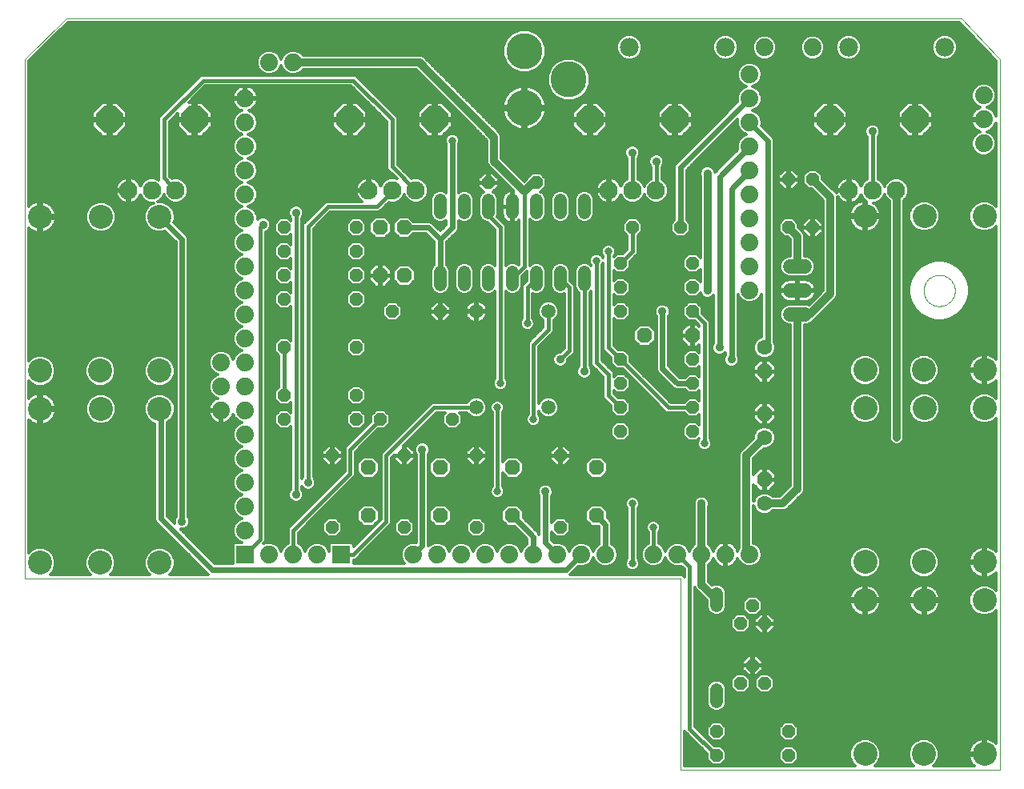
<source format=gbl>
G75*
%MOIN*%
%OFA0B0*%
%FSLAX24Y24*%
%IPPOS*%
%LPD*%
%AMOC8*
5,1,8,0,0,1.08239X$1,22.5*
%
%ADD10C,0.0010*%
%ADD11C,0.0760*%
%ADD12OC8,0.1107*%
%ADD13C,0.0740*%
%ADD14C,0.0780*%
%ADD15C,0.1500*%
%ADD16OC8,0.0520*%
%ADD17C,0.1000*%
%ADD18R,0.0740X0.0740*%
%ADD19C,0.0520*%
%ADD20C,0.0594*%
%ADD21C,0.0600*%
%ADD22C,0.0000*%
%ADD23OC8,0.0630*%
%ADD24C,0.0630*%
%ADD25C,0.0120*%
%ADD26C,0.0160*%
%ADD27C,0.0320*%
%ADD28C,0.0356*%
%ADD29C,0.0317*%
%ADD30C,0.0240*%
D10*
X006460Y012268D02*
X006460Y033893D01*
X006449Y033893D01*
X008199Y035593D01*
X045445Y035593D01*
X046945Y034018D01*
X047060Y033893D01*
X047060Y004293D01*
X033760Y004293D01*
X033760Y012268D01*
X006460Y012268D01*
D11*
X010775Y028441D03*
X011760Y028441D03*
X012744Y028441D03*
X020775Y028441D03*
X021760Y028441D03*
X022744Y028441D03*
X030775Y028441D03*
X031760Y028441D03*
X032744Y028441D03*
X040775Y028441D03*
X041760Y028441D03*
X042744Y028441D03*
D12*
X043531Y031393D03*
X039988Y031393D03*
X033531Y031393D03*
X029988Y031393D03*
X023531Y031393D03*
X019988Y031393D03*
X013531Y031393D03*
X009988Y031393D03*
D13*
X015635Y031268D03*
X015635Y032268D03*
X016635Y033768D03*
X017635Y033768D03*
X015635Y030268D03*
X015635Y029268D03*
X015635Y028268D03*
X015635Y027268D03*
X015635Y026268D03*
X015635Y025268D03*
X015635Y024268D03*
X015635Y023268D03*
X015635Y022268D03*
X015635Y021268D03*
X014635Y021268D03*
X014635Y020268D03*
X015635Y020268D03*
X015635Y019268D03*
X014635Y019268D03*
X015635Y018268D03*
X015635Y017268D03*
X015635Y016268D03*
X015635Y015268D03*
X015635Y014268D03*
X016635Y013268D03*
X017635Y013268D03*
X018635Y013268D03*
X022635Y013268D03*
X023635Y013268D03*
X024635Y013268D03*
X025635Y013268D03*
X026635Y013268D03*
X027635Y013268D03*
X028635Y013268D03*
X029635Y013268D03*
X030635Y013268D03*
X032635Y013268D03*
X033635Y013268D03*
X034635Y013268D03*
X035635Y013268D03*
X036635Y013268D03*
X036635Y024268D03*
X036635Y025268D03*
X036635Y026268D03*
X036635Y027268D03*
X036635Y028268D03*
X036635Y029268D03*
X036635Y030268D03*
X036635Y031268D03*
X036635Y032268D03*
X036635Y033268D03*
X037260Y034393D03*
X039260Y034393D03*
X046385Y032393D03*
X046385Y031393D03*
X046385Y030393D03*
D14*
X044760Y034393D03*
X040760Y034393D03*
X035635Y034393D03*
X031635Y034393D03*
D15*
X029110Y033056D03*
X027260Y034237D03*
X027260Y031875D03*
D16*
X027760Y028768D03*
X025760Y028768D03*
X020260Y026893D03*
X020260Y025893D03*
X020260Y024893D03*
X020260Y023893D03*
X021760Y023393D03*
X023760Y023393D03*
X020260Y021893D03*
X020260Y019893D03*
X020260Y018893D03*
X021260Y018893D03*
X022260Y017393D03*
X024260Y018893D03*
X025260Y017393D03*
X025260Y014393D03*
X022260Y014393D03*
X019260Y014393D03*
X019260Y017393D03*
X017260Y018893D03*
X017260Y019893D03*
X017260Y021893D03*
X017260Y023893D03*
X017260Y024893D03*
X017260Y025893D03*
X017260Y026893D03*
X028760Y017393D03*
X031260Y018393D03*
X031260Y019393D03*
X031260Y020393D03*
X031260Y021393D03*
X031260Y023393D03*
X031260Y024393D03*
X031260Y025393D03*
X031760Y026893D03*
X033760Y026893D03*
X034260Y025393D03*
X034260Y024393D03*
X034260Y023393D03*
X034260Y021393D03*
X034260Y020393D03*
X034260Y019393D03*
X034260Y018393D03*
X028760Y014393D03*
X036260Y010393D03*
X036760Y011143D03*
X037260Y010393D03*
X036760Y008643D03*
X037260Y007893D03*
X036260Y007893D03*
X035260Y005893D03*
X035260Y004893D03*
X038260Y004893D03*
X038260Y005893D03*
X038260Y026893D03*
X039260Y026893D03*
X039260Y028893D03*
X038260Y028893D03*
D17*
X041447Y027362D03*
X043916Y027362D03*
X046416Y027362D03*
X046416Y020956D03*
X046416Y019362D03*
X043916Y019362D03*
X043885Y020956D03*
X041447Y020956D03*
X041447Y019362D03*
X041447Y012956D03*
X041447Y011362D03*
X043916Y011362D03*
X043885Y012956D03*
X046416Y012956D03*
X046416Y011362D03*
X046416Y004956D03*
X043885Y004956D03*
X041447Y004956D03*
X012072Y012925D03*
X009603Y012925D03*
X007103Y012925D03*
X007103Y019331D03*
X007103Y020925D03*
X009603Y020925D03*
X009635Y019331D03*
X012072Y019331D03*
X012072Y020925D03*
X012072Y027331D03*
X009635Y027331D03*
X007103Y027331D03*
D18*
X015635Y013268D03*
X019635Y013268D03*
D19*
X023760Y024508D02*
X023760Y025028D01*
X024760Y025028D02*
X024760Y024508D01*
X025760Y024508D02*
X025760Y025028D01*
X026760Y025028D02*
X026760Y024508D01*
X027760Y024508D02*
X027760Y025028D01*
X028760Y025028D02*
X028760Y024508D01*
X029760Y024508D02*
X029760Y025028D01*
X029760Y027508D02*
X029760Y028028D01*
X028760Y028028D02*
X028760Y027508D01*
X027760Y027508D02*
X027760Y028028D01*
X026760Y028028D02*
X026760Y027508D01*
X025760Y027508D02*
X025760Y028028D01*
X024760Y028028D02*
X024760Y027508D01*
X023760Y027508D02*
X023760Y028028D01*
X035260Y011653D02*
X035260Y011133D01*
X035260Y007653D02*
X035260Y007133D01*
D20*
X028260Y019393D03*
X025260Y019393D03*
X025260Y023393D03*
X028260Y023393D03*
D21*
X038335Y023268D02*
X038935Y023268D01*
X038935Y024268D02*
X038335Y024268D01*
X038335Y025268D02*
X038935Y025268D01*
D22*
X043885Y024268D02*
X043887Y024318D01*
X043893Y024368D01*
X043903Y024418D01*
X043916Y024466D01*
X043933Y024514D01*
X043954Y024560D01*
X043978Y024604D01*
X044006Y024646D01*
X044037Y024686D01*
X044071Y024723D01*
X044108Y024758D01*
X044147Y024789D01*
X044188Y024818D01*
X044232Y024843D01*
X044278Y024865D01*
X044325Y024883D01*
X044373Y024897D01*
X044422Y024908D01*
X044472Y024915D01*
X044522Y024918D01*
X044573Y024917D01*
X044623Y024912D01*
X044673Y024903D01*
X044721Y024891D01*
X044769Y024874D01*
X044815Y024854D01*
X044860Y024831D01*
X044903Y024804D01*
X044943Y024774D01*
X044981Y024741D01*
X045016Y024705D01*
X045049Y024666D01*
X045078Y024625D01*
X045104Y024582D01*
X045127Y024537D01*
X045146Y024490D01*
X045161Y024442D01*
X045173Y024393D01*
X045181Y024343D01*
X045185Y024293D01*
X045185Y024243D01*
X045181Y024193D01*
X045173Y024143D01*
X045161Y024094D01*
X045146Y024046D01*
X045127Y023999D01*
X045104Y023954D01*
X045078Y023911D01*
X045049Y023870D01*
X045016Y023831D01*
X044981Y023795D01*
X044943Y023762D01*
X044903Y023732D01*
X044860Y023705D01*
X044815Y023682D01*
X044769Y023662D01*
X044721Y023645D01*
X044673Y023633D01*
X044623Y023624D01*
X044573Y023619D01*
X044522Y023618D01*
X044472Y023621D01*
X044422Y023628D01*
X044373Y023639D01*
X044325Y023653D01*
X044278Y023671D01*
X044232Y023693D01*
X044188Y023718D01*
X044147Y023747D01*
X044108Y023778D01*
X044071Y023813D01*
X044037Y023850D01*
X044006Y023890D01*
X043978Y023932D01*
X043954Y023976D01*
X043933Y024022D01*
X043916Y024070D01*
X043903Y024118D01*
X043893Y024168D01*
X043887Y024218D01*
X043885Y024268D01*
D23*
X037260Y020893D03*
X037260Y019143D03*
X037260Y016393D03*
X030260Y016893D03*
X030260Y014893D03*
X026760Y014893D03*
X026760Y016893D03*
X023760Y016893D03*
X023760Y014893D03*
X020760Y014893D03*
X020760Y016893D03*
X021260Y024893D03*
X022260Y024893D03*
X022260Y026893D03*
X021260Y026893D03*
X032260Y022393D03*
X034260Y022393D03*
D24*
X037260Y021893D03*
X037260Y018143D03*
X037260Y015393D03*
D25*
X037603Y015093D02*
X038069Y015093D01*
X038179Y015139D01*
X038889Y015848D01*
X038935Y015959D01*
X038935Y022828D01*
X039022Y022828D01*
X039184Y022895D01*
X039301Y023013D01*
X039304Y023014D01*
X039389Y023098D01*
X040264Y023973D01*
X040310Y024084D01*
X040310Y028165D01*
X040313Y028158D01*
X040363Y028089D01*
X040423Y028029D01*
X040492Y027979D01*
X040568Y027940D01*
X040649Y027914D01*
X040733Y027901D01*
X040737Y027901D01*
X040737Y028402D01*
X040814Y028402D01*
X040814Y027901D01*
X040818Y027901D01*
X040902Y027914D01*
X040983Y027940D01*
X041058Y027979D01*
X041127Y028029D01*
X041187Y028089D01*
X041237Y028158D01*
X041276Y028233D01*
X041279Y028243D01*
X041319Y028146D01*
X041465Y028000D01*
X041507Y027982D01*
X041507Y027422D01*
X042105Y027422D01*
X042096Y027491D01*
X042073Y027575D01*
X042040Y027655D01*
X041997Y027730D01*
X041944Y027798D01*
X041883Y027859D01*
X041814Y027912D01*
X041800Y027921D01*
X041863Y027921D01*
X042054Y028000D01*
X042200Y028146D01*
X042252Y028270D01*
X042303Y028146D01*
X042449Y028000D01*
X042460Y027995D01*
X042460Y018084D01*
X042505Y017973D01*
X042590Y017889D01*
X042700Y017843D01*
X042819Y017843D01*
X042929Y017889D01*
X043014Y017973D01*
X043060Y018084D01*
X043060Y028021D01*
X043185Y028146D01*
X043264Y028337D01*
X043264Y028544D01*
X043185Y028735D01*
X043038Y028881D01*
X042847Y028961D01*
X042640Y028961D01*
X042449Y028881D01*
X042303Y028735D01*
X042252Y028611D01*
X042200Y028735D01*
X042054Y028881D01*
X041980Y028912D01*
X041980Y030663D01*
X042029Y030713D01*
X042078Y030830D01*
X042078Y030957D01*
X042029Y031074D01*
X041940Y031163D01*
X041823Y031211D01*
X041696Y031211D01*
X041579Y031163D01*
X041490Y031074D01*
X041441Y030957D01*
X041441Y030830D01*
X041490Y030713D01*
X041540Y030663D01*
X041540Y028912D01*
X041465Y028881D01*
X041319Y028735D01*
X041279Y028639D01*
X041276Y028648D01*
X041237Y028724D01*
X041187Y028792D01*
X041127Y028852D01*
X041058Y028902D01*
X040983Y028941D01*
X040902Y028967D01*
X040818Y028981D01*
X040814Y028981D01*
X040814Y028479D01*
X040737Y028479D01*
X040737Y028981D01*
X040733Y028981D01*
X040649Y028967D01*
X040568Y028941D01*
X040492Y028902D01*
X040423Y028852D01*
X040363Y028792D01*
X040313Y028724D01*
X040275Y028648D01*
X040249Y028567D01*
X040235Y028483D01*
X040235Y028479D01*
X040737Y028479D01*
X040737Y028402D01*
X040235Y028402D01*
X040235Y028398D01*
X040246Y028331D01*
X040179Y028398D01*
X039660Y028918D01*
X039660Y029059D01*
X039425Y029293D01*
X039094Y029293D01*
X038860Y029059D01*
X038860Y028728D01*
X039094Y028493D01*
X039235Y028493D01*
X039710Y028019D01*
X039710Y024268D01*
X039113Y023671D01*
X039022Y023708D01*
X038247Y023708D01*
X038085Y023641D01*
X037961Y023518D01*
X037895Y023356D01*
X037895Y023181D01*
X037961Y023019D01*
X038085Y022895D01*
X038247Y022828D01*
X038335Y022828D01*
X038335Y016143D01*
X037885Y015693D01*
X037603Y015693D01*
X037517Y015779D01*
X037350Y015848D01*
X037169Y015848D01*
X037002Y015779D01*
X036874Y015651D01*
X036810Y015496D01*
X036810Y016172D01*
X037063Y015918D01*
X037240Y015918D01*
X037240Y016373D01*
X037280Y016373D01*
X037280Y016413D01*
X037735Y016413D01*
X037735Y016590D01*
X037456Y016868D01*
X037280Y016868D01*
X037280Y016413D01*
X037240Y016413D01*
X037240Y016868D01*
X037063Y016868D01*
X036810Y016615D01*
X036810Y017269D01*
X037229Y017688D01*
X037350Y017688D01*
X037517Y017758D01*
X037645Y017886D01*
X037715Y018053D01*
X037715Y018234D01*
X037645Y018401D01*
X037517Y018529D01*
X037350Y018598D01*
X037169Y018598D01*
X037002Y018529D01*
X036874Y018401D01*
X036805Y018234D01*
X036805Y018113D01*
X034980Y018113D01*
X034980Y018095D02*
X034980Y022984D01*
X034660Y023304D01*
X034660Y023559D01*
X034425Y023793D01*
X034094Y023793D01*
X033860Y023559D01*
X033860Y023228D01*
X034094Y022993D01*
X034348Y022993D01*
X034540Y022802D01*
X034540Y022785D01*
X034456Y022868D01*
X034280Y022868D01*
X034280Y022413D01*
X034240Y022413D01*
X034240Y022868D01*
X034063Y022868D01*
X033785Y022590D01*
X033785Y022413D01*
X034240Y022413D01*
X034240Y022373D01*
X034280Y022373D01*
X034280Y021918D01*
X034456Y021918D01*
X034540Y022002D01*
X034540Y021679D01*
X034425Y021793D01*
X034094Y021793D01*
X033860Y021559D01*
X033860Y021228D01*
X034094Y020993D01*
X034425Y020993D01*
X034540Y021108D01*
X034540Y020679D01*
X034425Y020793D01*
X034094Y020793D01*
X033954Y020653D01*
X033742Y020653D01*
X033270Y021126D01*
X033270Y023203D01*
X033279Y023213D01*
X033328Y023330D01*
X033328Y023457D01*
X033279Y023574D01*
X033190Y023663D01*
X033073Y023711D01*
X032946Y023711D01*
X032829Y023663D01*
X032740Y023574D01*
X032691Y023457D01*
X032691Y023330D01*
X032740Y023213D01*
X032750Y023203D01*
X032750Y020967D01*
X032789Y020871D01*
X033487Y020173D01*
X033583Y020133D01*
X033954Y020133D01*
X034094Y019993D01*
X034425Y019993D01*
X034540Y020108D01*
X034540Y019679D01*
X034425Y019793D01*
X034094Y019793D01*
X033914Y019613D01*
X033351Y019613D01*
X031660Y021304D01*
X031660Y021559D01*
X031425Y021793D01*
X031171Y021793D01*
X030980Y021984D01*
X030980Y023108D01*
X031094Y022993D01*
X031425Y022993D01*
X031660Y023228D01*
X031660Y023559D01*
X031425Y023793D01*
X031094Y023793D01*
X030980Y023679D01*
X030980Y024108D01*
X031094Y023993D01*
X031425Y023993D01*
X031660Y024228D01*
X031660Y024559D01*
X031425Y024793D01*
X031094Y024793D01*
X030980Y024679D01*
X030980Y025108D01*
X031094Y024993D01*
X031425Y024993D01*
X031660Y025228D01*
X031660Y025482D01*
X031980Y025802D01*
X031980Y026548D01*
X032160Y026728D01*
X032160Y027059D01*
X031925Y027293D01*
X031594Y027293D01*
X031360Y027059D01*
X031360Y026728D01*
X031540Y026548D01*
X031540Y025984D01*
X031348Y025793D01*
X031094Y025793D01*
X030980Y025679D01*
X030980Y025691D01*
X031013Y025724D01*
X031058Y025834D01*
X031058Y025953D01*
X031013Y026062D01*
X030929Y026146D01*
X030819Y026192D01*
X030700Y026192D01*
X030590Y026146D01*
X030507Y026062D01*
X030461Y025953D01*
X030461Y025834D01*
X030507Y025724D01*
X030540Y025691D01*
X030540Y025622D01*
X030513Y025687D01*
X030429Y025771D01*
X030319Y025817D01*
X030200Y025817D01*
X030090Y025771D01*
X030007Y025687D01*
X029961Y025578D01*
X029961Y025459D01*
X030007Y025349D01*
X030040Y025316D01*
X030040Y025314D01*
X029986Y025367D01*
X029839Y025428D01*
X029680Y025428D01*
X029533Y025367D01*
X029420Y025255D01*
X029360Y025108D01*
X029360Y024429D01*
X029420Y024282D01*
X029533Y024169D01*
X029540Y024166D01*
X029540Y021123D01*
X029490Y021074D01*
X029441Y020957D01*
X029441Y020830D01*
X029490Y020713D01*
X029579Y020624D01*
X029696Y020575D01*
X029823Y020575D01*
X029940Y020624D01*
X030029Y020713D01*
X030078Y020830D01*
X030078Y020957D01*
X030029Y021074D01*
X029980Y021123D01*
X029980Y024166D01*
X029986Y024169D01*
X030040Y024223D01*
X030040Y021177D01*
X030540Y020677D01*
X030540Y019802D01*
X030668Y019673D01*
X030860Y019482D01*
X030860Y019228D01*
X031094Y018993D01*
X031425Y018993D01*
X031660Y019228D01*
X031660Y019559D01*
X031425Y019793D01*
X031171Y019793D01*
X030980Y019984D01*
X030980Y020108D01*
X031094Y019993D01*
X031425Y019993D01*
X031660Y020228D01*
X031660Y020559D01*
X031425Y020793D01*
X031094Y020793D01*
X030980Y020679D01*
X030980Y020859D01*
X030480Y021359D01*
X030480Y025316D01*
X030513Y025349D01*
X030540Y025414D01*
X030540Y021802D01*
X030668Y021673D01*
X030860Y021482D01*
X030860Y021228D01*
X031094Y020993D01*
X031348Y020993D01*
X033168Y019173D01*
X033914Y019173D01*
X034094Y018993D01*
X034425Y018993D01*
X034540Y019108D01*
X034540Y018679D01*
X034425Y018793D01*
X034094Y018793D01*
X033860Y018559D01*
X033860Y018228D01*
X034094Y017993D01*
X034425Y017993D01*
X034540Y018108D01*
X034540Y018095D01*
X034507Y018062D01*
X034461Y017953D01*
X034461Y017834D01*
X034507Y017724D01*
X034590Y017640D01*
X034700Y017595D01*
X034819Y017595D01*
X034929Y017640D01*
X035013Y017724D01*
X035058Y017834D01*
X035058Y017953D01*
X035013Y018062D01*
X034980Y018095D01*
X035040Y017995D02*
X036687Y017995D01*
X036805Y018113D02*
X036255Y017563D01*
X036210Y017453D01*
X036210Y013567D01*
X036208Y013563D01*
X036202Y013557D01*
X036144Y013416D01*
X036126Y013472D01*
X036088Y013546D01*
X036039Y013614D01*
X035980Y013673D01*
X035912Y013722D01*
X035838Y013759D01*
X035759Y013785D01*
X035676Y013798D01*
X035675Y013798D01*
X035675Y013308D01*
X035595Y013308D01*
X035595Y013798D01*
X035593Y013798D01*
X035510Y013785D01*
X035431Y013759D01*
X035357Y013722D01*
X035289Y013673D01*
X035230Y013614D01*
X035181Y013546D01*
X035143Y013472D01*
X035125Y013416D01*
X035067Y013557D01*
X034935Y013690D01*
X034935Y015286D01*
X034953Y015330D01*
X034953Y015457D01*
X034904Y015574D01*
X034815Y015663D01*
X034698Y015711D01*
X034571Y015711D01*
X034454Y015663D01*
X034365Y015574D01*
X034316Y015457D01*
X034316Y015330D01*
X034335Y015286D01*
X034335Y013690D01*
X034202Y013557D01*
X034135Y013394D01*
X034067Y013557D01*
X033923Y013701D01*
X033736Y013778D01*
X033533Y013778D01*
X033346Y013701D01*
X033202Y013557D01*
X033135Y013394D01*
X033067Y013557D01*
X032923Y013701D01*
X032855Y013729D01*
X033414Y013729D01*
X033255Y013610D02*
X033014Y013610D01*
X033094Y013492D02*
X033175Y013492D01*
X033135Y013143D02*
X033202Y012979D01*
X033346Y012836D01*
X033533Y012758D01*
X033736Y012758D01*
X033805Y012787D01*
X033915Y012677D01*
X033915Y012347D01*
X033828Y012433D01*
X029167Y012433D01*
X029230Y012496D01*
X029504Y012770D01*
X029533Y012758D01*
X029736Y012758D01*
X029923Y012836D01*
X030067Y012979D01*
X030135Y013143D01*
X030202Y012979D01*
X030346Y012836D01*
X030533Y012758D01*
X030736Y012758D01*
X030923Y012836D01*
X031067Y012979D01*
X031145Y013167D01*
X031145Y013370D01*
X031067Y013557D01*
X030923Y013701D01*
X030895Y013713D01*
X030895Y014570D01*
X030855Y014666D01*
X030715Y014806D01*
X030715Y015082D01*
X030448Y015348D01*
X030071Y015348D01*
X029805Y015082D01*
X029805Y014705D01*
X030071Y014438D01*
X030347Y014438D01*
X030375Y014411D01*
X030375Y013713D01*
X030346Y013701D01*
X030202Y013557D01*
X030135Y013394D01*
X030067Y013557D01*
X029923Y013701D01*
X029736Y013778D01*
X029533Y013778D01*
X029346Y013701D01*
X029202Y013557D01*
X029135Y013394D01*
X029067Y013557D01*
X028923Y013701D01*
X028736Y013778D01*
X028533Y013778D01*
X028504Y013766D01*
X028395Y013876D01*
X028395Y014193D01*
X028594Y013993D01*
X028925Y013993D01*
X029160Y014228D01*
X029160Y014559D01*
X028925Y014793D01*
X028594Y014793D01*
X028395Y014594D01*
X028395Y015703D01*
X028404Y015713D01*
X028453Y015830D01*
X028453Y015957D01*
X028404Y016074D01*
X028315Y016163D01*
X028198Y016211D01*
X028071Y016211D01*
X027954Y016163D01*
X027865Y016074D01*
X027816Y015957D01*
X027816Y015830D01*
X027865Y015713D01*
X027875Y015703D01*
X027875Y014118D01*
X027855Y014166D01*
X027215Y014806D01*
X027215Y015082D01*
X026948Y015348D01*
X026571Y015348D01*
X026305Y015082D01*
X026305Y014705D01*
X026571Y014438D01*
X026847Y014438D01*
X027375Y013911D01*
X027375Y013713D01*
X027346Y013701D01*
X027202Y013557D01*
X027135Y013394D01*
X027067Y013557D01*
X026923Y013701D01*
X026736Y013778D01*
X026533Y013778D01*
X026346Y013701D01*
X026202Y013557D01*
X026135Y013394D01*
X026067Y013557D01*
X025923Y013701D01*
X025736Y013778D01*
X025533Y013778D01*
X025346Y013701D01*
X025202Y013557D01*
X025135Y013394D01*
X025067Y013557D01*
X024923Y013701D01*
X024736Y013778D01*
X024533Y013778D01*
X024346Y013701D01*
X024202Y013557D01*
X024135Y013394D01*
X024067Y013557D01*
X023923Y013701D01*
X023736Y013778D01*
X023533Y013778D01*
X023346Y013701D01*
X023270Y013625D01*
X023270Y017453D01*
X023279Y017463D01*
X023328Y017580D01*
X023328Y017707D01*
X023279Y017824D01*
X023190Y017913D01*
X023073Y017961D01*
X022946Y017961D01*
X022829Y017913D01*
X022740Y017824D01*
X022691Y017707D01*
X022691Y017580D01*
X022740Y017463D01*
X022750Y017453D01*
X022750Y013773D01*
X022736Y013778D01*
X022533Y013778D01*
X022346Y013701D01*
X022202Y013557D01*
X022125Y013370D01*
X022125Y013167D01*
X022202Y012979D01*
X022278Y012903D01*
X020145Y012903D01*
X020145Y013048D01*
X020226Y013048D01*
X021601Y014423D01*
X021730Y014552D01*
X021730Y017302D01*
X021841Y017413D01*
X022240Y017413D01*
X022240Y017812D01*
X023601Y019173D01*
X023974Y019173D01*
X023860Y019059D01*
X023860Y018728D01*
X024094Y018493D01*
X024425Y018493D01*
X024660Y018728D01*
X024660Y019059D01*
X024545Y019173D01*
X024878Y019173D01*
X024889Y019146D01*
X025012Y019023D01*
X025173Y018956D01*
X025346Y018956D01*
X025507Y019023D01*
X025630Y019146D01*
X025696Y019306D01*
X025696Y019480D01*
X025630Y019641D01*
X025507Y019764D01*
X025346Y019830D01*
X025173Y019830D01*
X025012Y019764D01*
X024889Y019641D01*
X024878Y019613D01*
X023418Y019613D01*
X023290Y019484D01*
X021290Y017484D01*
X021290Y014734D01*
X020145Y013589D01*
X020145Y013696D01*
X020063Y013778D01*
X019207Y013778D01*
X019125Y013696D01*
X019125Y013418D01*
X019067Y013557D01*
X018923Y013701D01*
X018736Y013778D01*
X018533Y013778D01*
X018346Y013701D01*
X018202Y013557D01*
X018135Y013394D01*
X018067Y013557D01*
X017923Y013701D01*
X017855Y013729D01*
X018414Y013729D01*
X018255Y013610D02*
X018014Y013610D01*
X018094Y013492D02*
X018175Y013492D01*
X017855Y013729D02*
X017855Y014177D01*
X020101Y016423D01*
X020230Y016552D01*
X020230Y017552D01*
X021171Y018493D01*
X021425Y018493D01*
X021660Y018728D01*
X021660Y019059D01*
X021425Y019293D01*
X021094Y019293D01*
X020860Y019059D01*
X020860Y018804D01*
X019790Y017734D01*
X019790Y016734D01*
X017415Y014359D01*
X017415Y013729D01*
X017346Y013701D01*
X017202Y013557D01*
X017135Y013394D01*
X017067Y013557D01*
X016923Y013701D01*
X016736Y013778D01*
X016533Y013778D01*
X016401Y013724D01*
X016480Y013802D01*
X016480Y026713D01*
X016565Y026749D01*
X016654Y026838D01*
X016703Y026955D01*
X016703Y027082D01*
X016654Y027199D01*
X016565Y027288D01*
X016448Y027336D01*
X016321Y027336D01*
X016204Y027288D01*
X016145Y027228D01*
X016145Y027370D01*
X016067Y027557D01*
X015923Y027701D01*
X015760Y027768D01*
X015923Y027836D01*
X016067Y027979D01*
X016145Y028167D01*
X016145Y028370D01*
X016067Y028557D01*
X015923Y028701D01*
X015760Y028768D01*
X015923Y028836D01*
X016067Y028979D01*
X016145Y029167D01*
X016145Y029370D01*
X016067Y029557D01*
X015923Y029701D01*
X015760Y029768D01*
X015923Y029836D01*
X016067Y029979D01*
X016145Y030167D01*
X016145Y030370D01*
X016067Y030557D01*
X015923Y030701D01*
X015760Y030768D01*
X015923Y030836D01*
X016067Y030979D01*
X016145Y031167D01*
X016145Y031370D01*
X016067Y031557D01*
X015923Y031701D01*
X015782Y031759D01*
X015838Y031777D01*
X015912Y031815D01*
X015980Y031864D01*
X016039Y031923D01*
X016088Y031991D01*
X016126Y032065D01*
X016151Y032144D01*
X016165Y032227D01*
X016165Y032228D01*
X015675Y032228D01*
X015675Y032308D01*
X016165Y032308D01*
X016165Y032310D01*
X016151Y032392D01*
X016126Y032472D01*
X016088Y032546D01*
X016039Y032614D01*
X015980Y032673D01*
X015912Y032722D01*
X015838Y032759D01*
X015759Y032785D01*
X015676Y032798D01*
X015675Y032798D01*
X015675Y032308D01*
X015595Y032308D01*
X015595Y032798D01*
X015593Y032798D01*
X015510Y032785D01*
X015431Y032759D01*
X015357Y032722D01*
X015289Y032673D01*
X015230Y032614D01*
X015181Y032546D01*
X015143Y032472D01*
X015118Y032392D01*
X015105Y032310D01*
X015105Y032308D01*
X015595Y032308D01*
X015595Y032228D01*
X015105Y032228D01*
X015105Y032227D01*
X015118Y032144D01*
X015143Y032065D01*
X015181Y031991D01*
X015230Y031923D01*
X015289Y031864D01*
X015357Y031815D01*
X015431Y031777D01*
X015487Y031759D01*
X015346Y031701D01*
X015202Y031557D01*
X015125Y031370D01*
X015125Y031167D01*
X015202Y030979D01*
X015346Y030836D01*
X015509Y030768D01*
X015346Y030701D01*
X015202Y030557D01*
X015125Y030370D01*
X015125Y030167D01*
X015202Y029979D01*
X015346Y029836D01*
X015509Y029768D01*
X015346Y029701D01*
X015202Y029557D01*
X015125Y029370D01*
X015125Y029167D01*
X015202Y028979D01*
X015346Y028836D01*
X015509Y028768D01*
X015346Y028701D01*
X015202Y028557D01*
X015125Y028370D01*
X015125Y028167D01*
X015202Y027979D01*
X015346Y027836D01*
X015509Y027768D01*
X015346Y027701D01*
X015202Y027557D01*
X015125Y027370D01*
X015125Y027167D01*
X015202Y026979D01*
X015346Y026836D01*
X015509Y026768D01*
X015346Y026701D01*
X015202Y026557D01*
X015125Y026370D01*
X015125Y026167D01*
X015202Y025979D01*
X015346Y025836D01*
X015509Y025768D01*
X015346Y025701D01*
X015202Y025557D01*
X015125Y025370D01*
X015125Y025167D01*
X015202Y024979D01*
X015346Y024836D01*
X015509Y024768D01*
X015346Y024701D01*
X015202Y024557D01*
X015125Y024370D01*
X015125Y024167D01*
X015202Y023979D01*
X015346Y023836D01*
X015509Y023768D01*
X015346Y023701D01*
X015202Y023557D01*
X015125Y023370D01*
X015125Y023167D01*
X015202Y022979D01*
X015346Y022836D01*
X015509Y022768D01*
X015346Y022701D01*
X015202Y022557D01*
X015125Y022370D01*
X015125Y022167D01*
X015202Y021979D01*
X015346Y021836D01*
X015509Y021768D01*
X015346Y021701D01*
X015202Y021557D01*
X015135Y021394D01*
X015067Y021557D01*
X014923Y021701D01*
X014736Y021778D01*
X014533Y021778D01*
X014346Y021701D01*
X014202Y021557D01*
X014125Y021370D01*
X014125Y021167D01*
X014202Y020979D01*
X014346Y020836D01*
X014509Y020768D01*
X014346Y020701D01*
X014202Y020557D01*
X014125Y020370D01*
X014125Y020167D01*
X014202Y019979D01*
X014346Y019836D01*
X014487Y019778D01*
X014431Y019759D01*
X014357Y019722D01*
X014289Y019673D01*
X014230Y019614D01*
X014181Y019546D01*
X014143Y019472D01*
X014118Y019392D01*
X014105Y019310D01*
X014105Y019308D01*
X014595Y019308D01*
X014595Y019228D01*
X014675Y019228D01*
X014675Y018738D01*
X014676Y018738D01*
X014759Y018751D01*
X014838Y018777D01*
X014912Y018815D01*
X014980Y018864D01*
X015039Y018923D01*
X015088Y018991D01*
X015126Y019065D01*
X015144Y019120D01*
X015202Y018979D01*
X015346Y018836D01*
X015509Y018768D01*
X015346Y018701D01*
X015202Y018557D01*
X015125Y018370D01*
X015125Y018167D01*
X015202Y017979D01*
X015346Y017836D01*
X015509Y017768D01*
X015346Y017701D01*
X015202Y017557D01*
X015125Y017370D01*
X015125Y017167D01*
X015202Y016979D01*
X015346Y016836D01*
X015509Y016768D01*
X015346Y016701D01*
X015202Y016557D01*
X015125Y016370D01*
X015125Y016167D01*
X015202Y015979D01*
X015346Y015836D01*
X015509Y015768D01*
X015346Y015701D01*
X015202Y015557D01*
X015125Y015370D01*
X015125Y015167D01*
X015202Y014979D01*
X015346Y014836D01*
X015509Y014768D01*
X015346Y014701D01*
X015202Y014557D01*
X015125Y014370D01*
X015125Y014167D01*
X015202Y013979D01*
X015346Y013836D01*
X015485Y013778D01*
X015207Y013778D01*
X015125Y013696D01*
X015125Y012903D01*
X014367Y012903D01*
X012945Y014326D01*
X012946Y014325D01*
X013073Y014325D01*
X013190Y014374D01*
X013279Y014463D01*
X013328Y014580D01*
X013328Y014707D01*
X013279Y014824D01*
X013270Y014833D01*
X013270Y026445D01*
X013230Y026541D01*
X012670Y027101D01*
X012712Y027203D01*
X012712Y027458D01*
X012615Y027693D01*
X012435Y027873D01*
X012199Y027971D01*
X011984Y027971D01*
X012054Y028000D01*
X012200Y028146D01*
X012252Y028270D01*
X012303Y028146D01*
X012449Y028000D01*
X012640Y027921D01*
X012847Y027921D01*
X013038Y028000D01*
X013185Y028146D01*
X013264Y028337D01*
X013264Y028544D01*
X013185Y028735D01*
X013038Y028881D01*
X012847Y028961D01*
X012640Y028961D01*
X012581Y028936D01*
X012480Y029043D01*
X012480Y031302D01*
X012817Y031640D01*
X012817Y031453D01*
X013471Y031453D01*
X013471Y031333D01*
X013591Y031333D01*
X013591Y030680D01*
X013827Y030680D01*
X014245Y031098D01*
X014245Y031333D01*
X013591Y031333D01*
X013591Y031453D01*
X014245Y031453D01*
X014245Y031689D01*
X013827Y032107D01*
X013591Y032107D01*
X013591Y031453D01*
X013471Y031453D01*
X013471Y032107D01*
X013284Y032107D01*
X013976Y032798D01*
X020043Y032798D01*
X021540Y031302D01*
X021540Y029334D01*
X021668Y029205D01*
X021668Y029205D01*
X021948Y028925D01*
X021863Y028961D01*
X021656Y028961D01*
X021465Y028881D01*
X021319Y028735D01*
X021279Y028639D01*
X021276Y028648D01*
X021237Y028724D01*
X021187Y028792D01*
X021127Y028852D01*
X021058Y028902D01*
X020983Y028941D01*
X020902Y028967D01*
X020818Y028981D01*
X020814Y028981D01*
X020814Y028479D01*
X020737Y028479D01*
X020737Y028981D01*
X020733Y028981D01*
X020649Y028967D01*
X020568Y028941D01*
X020492Y028902D01*
X020423Y028852D01*
X020363Y028792D01*
X020313Y028724D01*
X020275Y028648D01*
X020249Y028567D01*
X020235Y028483D01*
X020235Y028479D01*
X020737Y028479D01*
X020737Y028402D01*
X020235Y028402D01*
X020235Y028398D01*
X020249Y028314D01*
X020275Y028233D01*
X020313Y028158D01*
X020363Y028089D01*
X020423Y028029D01*
X020479Y027988D01*
X018996Y027988D01*
X018040Y027032D01*
X018040Y016498D01*
X017990Y016449D01*
X017980Y016424D01*
X017980Y027288D01*
X018029Y027338D01*
X018078Y027455D01*
X018078Y027582D01*
X018029Y027699D01*
X017940Y027788D01*
X017823Y027836D01*
X017696Y027836D01*
X017579Y027788D01*
X017490Y027699D01*
X017441Y027582D01*
X017441Y027455D01*
X017490Y027338D01*
X017540Y027288D01*
X017540Y027179D01*
X017425Y027293D01*
X017094Y027293D01*
X016860Y027059D01*
X016860Y026728D01*
X017094Y026493D01*
X017425Y026493D01*
X017540Y026608D01*
X017540Y026179D01*
X017425Y026293D01*
X017094Y026293D01*
X016860Y026059D01*
X016860Y025728D01*
X017094Y025493D01*
X017425Y025493D01*
X017540Y025608D01*
X017540Y025179D01*
X017425Y025293D01*
X017094Y025293D01*
X016860Y025059D01*
X016860Y024728D01*
X017094Y024493D01*
X017425Y024493D01*
X017540Y024608D01*
X017540Y024179D01*
X017425Y024293D01*
X017094Y024293D01*
X016860Y024059D01*
X016860Y023728D01*
X017094Y023493D01*
X017425Y023493D01*
X017540Y023608D01*
X017540Y022179D01*
X017425Y022293D01*
X017094Y022293D01*
X016860Y022059D01*
X016860Y021728D01*
X017040Y021548D01*
X017040Y020239D01*
X016860Y020059D01*
X016860Y019728D01*
X017094Y019493D01*
X017425Y019493D01*
X017540Y019608D01*
X017540Y019179D01*
X017425Y019293D01*
X017094Y019293D01*
X016860Y019059D01*
X016860Y018728D01*
X017094Y018493D01*
X017425Y018493D01*
X017540Y018608D01*
X017540Y015998D01*
X017490Y015949D01*
X017441Y015832D01*
X017441Y015705D01*
X017490Y015588D01*
X017579Y015499D01*
X017696Y015450D01*
X017823Y015450D01*
X017940Y015499D01*
X018029Y015588D01*
X018078Y015705D01*
X018078Y015832D01*
X018029Y015949D01*
X017980Y015998D01*
X017980Y016113D01*
X017990Y016088D01*
X018079Y015999D01*
X018196Y015950D01*
X018323Y015950D01*
X018440Y015999D01*
X018529Y016088D01*
X018578Y016205D01*
X018578Y016332D01*
X018529Y016449D01*
X018480Y016498D01*
X018480Y026849D01*
X019178Y027548D01*
X021226Y027548D01*
X021615Y027938D01*
X021656Y027921D01*
X021863Y027921D01*
X022054Y028000D01*
X022200Y028146D01*
X022252Y028270D01*
X022303Y028146D01*
X022449Y028000D01*
X022640Y027921D01*
X022847Y027921D01*
X023038Y028000D01*
X023185Y028146D01*
X023264Y028337D01*
X023264Y028544D01*
X023185Y028735D01*
X023038Y028881D01*
X022847Y028961D01*
X022640Y028961D01*
X022566Y028930D01*
X021980Y029516D01*
X021980Y031484D01*
X020355Y033109D01*
X020226Y033238D01*
X013793Y033238D01*
X012040Y031484D01*
X012040Y028960D01*
X012037Y028888D01*
X011863Y028961D01*
X011656Y028961D01*
X011465Y028881D01*
X011319Y028735D01*
X011279Y028639D01*
X011276Y028648D01*
X011237Y028724D01*
X011187Y028792D01*
X011127Y028852D01*
X011058Y028902D01*
X010983Y028941D01*
X010902Y028967D01*
X010818Y028981D01*
X010814Y028981D01*
X010814Y028479D01*
X010737Y028479D01*
X010737Y028981D01*
X010733Y028981D01*
X010649Y028967D01*
X010568Y028941D01*
X010492Y028902D01*
X010423Y028852D01*
X010363Y028792D01*
X010313Y028724D01*
X010275Y028648D01*
X010249Y028567D01*
X010235Y028483D01*
X010235Y028479D01*
X010737Y028479D01*
X010737Y028402D01*
X010814Y028402D01*
X010814Y027901D01*
X010818Y027901D01*
X010902Y027914D01*
X010983Y027940D01*
X011058Y027979D01*
X011127Y028029D01*
X011187Y028089D01*
X011237Y028158D01*
X011276Y028233D01*
X011279Y028243D01*
X011319Y028146D01*
X011465Y028000D01*
X011656Y027921D01*
X011823Y027921D01*
X011709Y027873D01*
X011529Y027693D01*
X011432Y027458D01*
X011432Y027203D01*
X011529Y026968D01*
X011709Y026788D01*
X011945Y026691D01*
X012199Y026691D01*
X012302Y026733D01*
X012750Y026286D01*
X012750Y014833D01*
X012740Y014824D01*
X012691Y014707D01*
X012691Y014580D01*
X012692Y014578D01*
X012395Y014876D01*
X012395Y018772D01*
X012435Y018788D01*
X012615Y018968D01*
X012712Y019203D01*
X012712Y019458D01*
X012615Y019693D01*
X012435Y019873D01*
X012199Y019971D01*
X011945Y019971D01*
X011709Y019873D01*
X011529Y019693D01*
X011432Y019458D01*
X011432Y019203D01*
X011529Y018968D01*
X011709Y018788D01*
X011875Y018720D01*
X011875Y014717D01*
X011914Y014621D01*
X011987Y014548D01*
X014102Y012433D01*
X012486Y012433D01*
X012615Y012562D01*
X012712Y012797D01*
X012712Y013052D01*
X012615Y013287D01*
X012435Y013467D01*
X012199Y013565D01*
X011945Y013565D01*
X011709Y013467D01*
X011529Y013287D01*
X011432Y013052D01*
X011432Y012797D01*
X011529Y012562D01*
X011658Y012433D01*
X010017Y012433D01*
X010146Y012562D01*
X010243Y012797D01*
X010243Y013052D01*
X010146Y013287D01*
X009966Y013467D01*
X009731Y013565D01*
X009476Y013565D01*
X009241Y013467D01*
X009061Y013287D01*
X008963Y013052D01*
X008963Y012797D01*
X009061Y012562D01*
X009189Y012433D01*
X007517Y012433D01*
X007646Y012562D01*
X007743Y012797D01*
X007743Y013052D01*
X007646Y013287D01*
X007466Y013467D01*
X007231Y013565D01*
X006976Y013565D01*
X006741Y013467D01*
X006625Y013351D01*
X006625Y018876D01*
X006667Y018834D01*
X006736Y018781D01*
X006811Y018738D01*
X006891Y018705D01*
X006974Y018682D01*
X007043Y018673D01*
X007043Y019271D01*
X007163Y019271D01*
X007163Y018673D01*
X007232Y018682D01*
X007316Y018705D01*
X007396Y018738D01*
X007471Y018781D01*
X007539Y018834D01*
X007601Y018895D01*
X007653Y018963D01*
X007696Y019038D01*
X007730Y019118D01*
X007752Y019202D01*
X007761Y019271D01*
X007163Y019271D01*
X007163Y019391D01*
X007043Y019391D01*
X007043Y019989D01*
X006974Y019980D01*
X006891Y019957D01*
X006811Y019924D01*
X006736Y019881D01*
X006667Y019828D01*
X006625Y019785D01*
X006625Y020498D01*
X006741Y020382D01*
X006976Y020285D01*
X007231Y020285D01*
X007466Y020382D01*
X007646Y020562D01*
X007743Y020797D01*
X007743Y021052D01*
X007646Y021287D01*
X007466Y021467D01*
X007231Y021565D01*
X006976Y021565D01*
X006741Y021467D01*
X006625Y021351D01*
X006625Y026876D01*
X006667Y026834D01*
X006736Y026781D01*
X006811Y026738D01*
X006891Y026705D01*
X006974Y026682D01*
X007043Y026673D01*
X007043Y027271D01*
X007163Y027271D01*
X007163Y026673D01*
X007232Y026682D01*
X007316Y026705D01*
X007396Y026738D01*
X007471Y026781D01*
X007539Y026834D01*
X007601Y026895D01*
X007653Y026963D01*
X007696Y027038D01*
X007730Y027118D01*
X007752Y027202D01*
X007761Y027271D01*
X007163Y027271D01*
X007163Y027391D01*
X007043Y027391D01*
X007043Y027989D01*
X006974Y027980D01*
X006891Y027957D01*
X006811Y027924D01*
X006736Y027881D01*
X006667Y027828D01*
X006625Y027785D01*
X006625Y033833D01*
X008266Y035428D01*
X045374Y035428D01*
X046824Y033906D01*
X046895Y033829D01*
X046895Y031539D01*
X046876Y031597D01*
X046838Y031671D01*
X046789Y031739D01*
X046730Y031798D01*
X046662Y031847D01*
X046588Y031884D01*
X046532Y031903D01*
X046673Y031961D01*
X046817Y032104D01*
X046895Y032292D01*
X046895Y032495D01*
X046817Y032682D01*
X046673Y032826D01*
X046486Y032903D01*
X046283Y032903D01*
X046096Y032826D01*
X045952Y032682D01*
X045875Y032495D01*
X045875Y032292D01*
X045952Y032104D01*
X046096Y031961D01*
X046237Y031903D01*
X046181Y031884D01*
X046107Y031847D01*
X046039Y031798D01*
X045980Y031739D01*
X045931Y031671D01*
X045893Y031597D01*
X045868Y031517D01*
X045855Y031435D01*
X045855Y031433D01*
X046345Y031433D01*
X046345Y031353D01*
X045855Y031353D01*
X045855Y031352D01*
X045868Y031269D01*
X045893Y031190D01*
X045931Y031116D01*
X045980Y031048D01*
X046039Y030989D01*
X046107Y030940D01*
X046181Y030902D01*
X046237Y030884D01*
X046096Y030826D01*
X045952Y030682D01*
X045875Y030495D01*
X045875Y030292D01*
X045952Y030104D01*
X046096Y029961D01*
X046283Y029883D01*
X046486Y029883D01*
X046673Y029961D01*
X046817Y030104D01*
X046895Y030292D01*
X046895Y030495D01*
X046817Y030682D01*
X046673Y030826D01*
X046532Y030884D01*
X046588Y030902D01*
X046662Y030940D01*
X046730Y030989D01*
X046789Y031048D01*
X046838Y031116D01*
X046876Y031190D01*
X046895Y031248D01*
X046895Y027788D01*
X046778Y027905D01*
X046543Y028002D01*
X046288Y028002D01*
X046053Y027905D01*
X045873Y027725D01*
X045776Y027489D01*
X045776Y027235D01*
X045873Y027000D01*
X046053Y026819D01*
X046288Y026722D01*
X046543Y026722D01*
X046778Y026819D01*
X046895Y026936D01*
X046895Y021410D01*
X046852Y021453D01*
X046783Y021506D01*
X046708Y021549D01*
X046628Y021582D01*
X046545Y021604D01*
X046476Y021614D01*
X046476Y021016D01*
X046356Y021016D01*
X046356Y021614D01*
X046287Y021604D01*
X046203Y021582D01*
X046123Y021549D01*
X046048Y021506D01*
X045980Y021453D01*
X045918Y021392D01*
X045866Y021323D01*
X045823Y021248D01*
X045789Y021168D01*
X045767Y021085D01*
X045758Y021016D01*
X046356Y021016D01*
X046356Y020896D01*
X046476Y020896D01*
X046476Y020298D01*
X046545Y020307D01*
X046628Y020329D01*
X046708Y020363D01*
X046783Y020406D01*
X046852Y020459D01*
X046895Y020501D01*
X046895Y019788D01*
X046778Y019905D01*
X046543Y020002D01*
X046288Y020002D01*
X046053Y019905D01*
X045873Y019725D01*
X045776Y019489D01*
X045776Y019235D01*
X045873Y019000D01*
X046053Y018819D01*
X046288Y018722D01*
X046543Y018722D01*
X046778Y018819D01*
X046895Y018936D01*
X046895Y013410D01*
X046852Y013453D01*
X046783Y013506D01*
X046708Y013549D01*
X046628Y013582D01*
X046545Y013604D01*
X046476Y013614D01*
X046476Y013016D01*
X046356Y013016D01*
X046356Y013614D01*
X046287Y013604D01*
X046203Y013582D01*
X046123Y013549D01*
X046048Y013506D01*
X045980Y013453D01*
X045918Y013392D01*
X045866Y013323D01*
X045823Y013248D01*
X045789Y013168D01*
X045767Y013085D01*
X045758Y013016D01*
X046356Y013016D01*
X046356Y012896D01*
X046476Y012896D01*
X046476Y012298D01*
X046545Y012307D01*
X046628Y012329D01*
X046708Y012363D01*
X046783Y012406D01*
X046852Y012459D01*
X046895Y012501D01*
X046895Y011788D01*
X046778Y011905D01*
X046543Y012002D01*
X046288Y012002D01*
X046053Y011905D01*
X045873Y011725D01*
X045776Y011489D01*
X045776Y011235D01*
X045873Y011000D01*
X046053Y010819D01*
X046288Y010722D01*
X046543Y010722D01*
X046778Y010819D01*
X046895Y010936D01*
X046895Y005410D01*
X046852Y005453D01*
X046783Y005506D01*
X046708Y005549D01*
X046628Y005582D01*
X046545Y005604D01*
X046476Y005614D01*
X046476Y005016D01*
X046356Y005016D01*
X046356Y005614D01*
X046287Y005604D01*
X046203Y005582D01*
X046123Y005549D01*
X046048Y005506D01*
X045980Y005453D01*
X045918Y005392D01*
X045866Y005323D01*
X045823Y005248D01*
X045789Y005168D01*
X045767Y005085D01*
X045758Y005016D01*
X046356Y005016D01*
X046356Y004896D01*
X045758Y004896D01*
X045767Y004827D01*
X045789Y004743D01*
X045823Y004663D01*
X045866Y004588D01*
X045918Y004520D01*
X045980Y004459D01*
X045980Y004458D01*
X044292Y004458D01*
X044427Y004593D01*
X044525Y004828D01*
X044525Y005083D01*
X044427Y005318D01*
X044247Y005498D01*
X044012Y005596D01*
X043757Y005596D01*
X043522Y005498D01*
X043342Y005318D01*
X043245Y005083D01*
X043245Y004828D01*
X043342Y004593D01*
X043477Y004458D01*
X041855Y004458D01*
X041990Y004593D01*
X042087Y004829D01*
X042087Y005083D01*
X041990Y005318D01*
X041810Y005498D01*
X041574Y005596D01*
X041320Y005596D01*
X041085Y005498D01*
X040904Y005318D01*
X040807Y005083D01*
X040807Y004829D01*
X040904Y004593D01*
X041039Y004458D01*
X033925Y004458D01*
X033925Y005917D01*
X034860Y004982D01*
X034860Y004728D01*
X035094Y004493D01*
X035425Y004493D01*
X035660Y004728D01*
X035660Y005059D01*
X035425Y005293D01*
X035171Y005293D01*
X034355Y006109D01*
X034355Y011910D01*
X034380Y011848D01*
X034465Y011764D01*
X034860Y011369D01*
X034860Y011054D01*
X034920Y010907D01*
X035033Y010794D01*
X035180Y010733D01*
X035339Y010733D01*
X035486Y010794D01*
X035599Y010907D01*
X035660Y011054D01*
X035660Y011733D01*
X035599Y011880D01*
X035486Y011992D01*
X035339Y012053D01*
X035180Y012053D01*
X035070Y012008D01*
X034935Y012143D01*
X034935Y012847D01*
X035067Y012979D01*
X035125Y013120D01*
X035143Y013065D01*
X035181Y012991D01*
X035230Y012923D01*
X035289Y012864D01*
X035357Y012815D01*
X035431Y012777D01*
X035510Y012751D01*
X035593Y012738D01*
X035595Y012738D01*
X035595Y013228D01*
X035675Y013228D01*
X035675Y012738D01*
X035676Y012738D01*
X035759Y012751D01*
X035838Y012777D01*
X035912Y012815D01*
X035980Y012864D01*
X036039Y012923D01*
X036088Y012991D01*
X036126Y013065D01*
X036144Y013120D01*
X036202Y012979D01*
X036346Y012836D01*
X036533Y012758D01*
X036736Y012758D01*
X036923Y012836D01*
X037067Y012979D01*
X037145Y013167D01*
X037145Y013370D01*
X037067Y013557D01*
X036923Y013701D01*
X036810Y013748D01*
X036810Y015291D01*
X036874Y015136D01*
X037002Y015008D01*
X037169Y014938D01*
X037350Y014938D01*
X037517Y015008D01*
X037603Y015093D01*
X037542Y015032D02*
X046895Y015032D01*
X046895Y014914D02*
X036810Y014914D01*
X036810Y015032D02*
X036977Y015032D01*
X036867Y015151D02*
X036810Y015151D01*
X036810Y015269D02*
X036818Y015269D01*
X036810Y015506D02*
X036814Y015506D01*
X036810Y015625D02*
X036863Y015625D01*
X036810Y015743D02*
X036966Y015743D01*
X036810Y015862D02*
X038054Y015862D01*
X038172Y015980D02*
X037518Y015980D01*
X037456Y015918D02*
X037735Y016197D01*
X037735Y016373D01*
X037280Y016373D01*
X037280Y015918D01*
X037456Y015918D01*
X037280Y015980D02*
X037240Y015980D01*
X037240Y016099D02*
X037280Y016099D01*
X037280Y016217D02*
X037240Y016217D01*
X037240Y016336D02*
X037280Y016336D01*
X037280Y016454D02*
X037240Y016454D01*
X037240Y016573D02*
X037280Y016573D01*
X037280Y016691D02*
X037240Y016691D01*
X037240Y016810D02*
X037280Y016810D01*
X037515Y016810D02*
X038335Y016810D01*
X038335Y016928D02*
X036810Y016928D01*
X036810Y016810D02*
X037004Y016810D01*
X036886Y016691D02*
X036810Y016691D01*
X036810Y017047D02*
X038335Y017047D01*
X038335Y017165D02*
X036810Y017165D01*
X036824Y017284D02*
X038335Y017284D01*
X038335Y017402D02*
X036943Y017402D01*
X037061Y017521D02*
X038335Y017521D01*
X038335Y017639D02*
X037180Y017639D01*
X037518Y017758D02*
X038335Y017758D01*
X038335Y017876D02*
X037636Y017876D01*
X037691Y017995D02*
X038335Y017995D01*
X038335Y018113D02*
X037715Y018113D01*
X037715Y018232D02*
X038335Y018232D01*
X038335Y018350D02*
X037666Y018350D01*
X037577Y018469D02*
X038335Y018469D01*
X038335Y018587D02*
X037376Y018587D01*
X037456Y018668D02*
X037735Y018947D01*
X037735Y019123D01*
X037280Y019123D01*
X037280Y019163D01*
X037735Y019163D01*
X037735Y019340D01*
X037456Y019618D01*
X037280Y019618D01*
X037280Y019163D01*
X037240Y019163D01*
X037240Y019618D01*
X037063Y019618D01*
X036785Y019340D01*
X036785Y019163D01*
X037240Y019163D01*
X037240Y019123D01*
X037280Y019123D01*
X037280Y018668D01*
X037456Y018668D01*
X037494Y018706D02*
X038335Y018706D01*
X038335Y018824D02*
X037612Y018824D01*
X037731Y018943D02*
X038335Y018943D01*
X038335Y019061D02*
X037735Y019061D01*
X037735Y019180D02*
X038335Y019180D01*
X038335Y019298D02*
X037735Y019298D01*
X037658Y019417D02*
X038335Y019417D01*
X038335Y019535D02*
X037539Y019535D01*
X037280Y019535D02*
X037240Y019535D01*
X037240Y019417D02*
X037280Y019417D01*
X037280Y019298D02*
X037240Y019298D01*
X037240Y019180D02*
X037280Y019180D01*
X037240Y019123D02*
X036785Y019123D01*
X036785Y018947D01*
X037063Y018668D01*
X037240Y018668D01*
X037240Y019123D01*
X037240Y019061D02*
X037280Y019061D01*
X037280Y018943D02*
X037240Y018943D01*
X037240Y018824D02*
X037280Y018824D01*
X037280Y018706D02*
X037240Y018706D01*
X037143Y018587D02*
X034980Y018587D01*
X034980Y018469D02*
X036942Y018469D01*
X036853Y018350D02*
X034980Y018350D01*
X034980Y018232D02*
X036805Y018232D01*
X036568Y017876D02*
X035058Y017876D01*
X035026Y017758D02*
X036450Y017758D01*
X036331Y017639D02*
X034926Y017639D01*
X034593Y017639D02*
X029107Y017639D01*
X029180Y017567D02*
X028933Y017813D01*
X028780Y017813D01*
X028780Y017413D01*
X029180Y017413D01*
X029180Y017567D01*
X029180Y017521D02*
X036238Y017521D01*
X036210Y017402D02*
X028780Y017402D01*
X028780Y017413D02*
X028780Y017373D01*
X029180Y017373D01*
X029180Y017219D01*
X028933Y016973D01*
X028780Y016973D01*
X028780Y017373D01*
X028740Y017373D01*
X028740Y016973D01*
X028586Y016973D01*
X028340Y017219D01*
X028340Y017373D01*
X028740Y017373D01*
X028740Y017413D01*
X028740Y017813D01*
X028586Y017813D01*
X028340Y017567D01*
X028340Y017413D01*
X028740Y017413D01*
X028780Y017413D01*
X028740Y017402D02*
X026355Y017402D01*
X026355Y017284D02*
X026507Y017284D01*
X026571Y017348D02*
X026355Y017132D01*
X026355Y019191D01*
X026388Y019224D01*
X026433Y019334D01*
X026433Y019453D01*
X026388Y019562D01*
X026304Y019646D01*
X026194Y019692D01*
X026075Y019692D01*
X025965Y019646D01*
X025882Y019562D01*
X025836Y019453D01*
X025836Y019334D01*
X025882Y019224D01*
X025915Y019191D01*
X025915Y016095D01*
X025882Y016062D01*
X025836Y015953D01*
X025836Y015834D01*
X025882Y015724D01*
X025965Y015640D01*
X026075Y015595D01*
X026194Y015595D01*
X026304Y015640D01*
X026388Y015724D01*
X026433Y015834D01*
X026433Y015953D01*
X026388Y016062D01*
X026355Y016095D01*
X026355Y016655D01*
X026571Y016438D01*
X026948Y016438D01*
X027215Y016705D01*
X027215Y017082D01*
X026948Y017348D01*
X026571Y017348D01*
X026388Y017165D02*
X026355Y017165D01*
X026355Y017521D02*
X028340Y017521D01*
X028412Y017639D02*
X026355Y017639D01*
X026355Y017758D02*
X028530Y017758D01*
X028740Y017758D02*
X028780Y017758D01*
X028780Y017639D02*
X028740Y017639D01*
X028740Y017521D02*
X028780Y017521D01*
X028780Y017284D02*
X028740Y017284D01*
X028740Y017165D02*
X028780Y017165D01*
X028780Y017047D02*
X028740Y017047D01*
X028512Y017047D02*
X027215Y017047D01*
X027215Y016928D02*
X029805Y016928D01*
X029805Y016810D02*
X027215Y016810D01*
X027201Y016691D02*
X029818Y016691D01*
X029805Y016705D02*
X030071Y016438D01*
X030448Y016438D01*
X030715Y016705D01*
X030715Y017082D01*
X030448Y017348D01*
X030071Y017348D01*
X029805Y017082D01*
X029805Y016705D01*
X029937Y016573D02*
X027083Y016573D01*
X026964Y016454D02*
X030055Y016454D01*
X030464Y016454D02*
X036210Y016454D01*
X036210Y016336D02*
X026355Y016336D01*
X026355Y016454D02*
X026555Y016454D01*
X026437Y016573D02*
X026355Y016573D01*
X026355Y016217D02*
X036210Y016217D01*
X036210Y016099D02*
X028379Y016099D01*
X028443Y015980D02*
X036210Y015980D01*
X036210Y015862D02*
X028453Y015862D01*
X028417Y015743D02*
X036210Y015743D01*
X036210Y015625D02*
X034853Y015625D01*
X034932Y015506D02*
X036210Y015506D01*
X036210Y015388D02*
X034953Y015388D01*
X034935Y015269D02*
X036210Y015269D01*
X036210Y015151D02*
X034935Y015151D01*
X034935Y015032D02*
X036210Y015032D01*
X036210Y014914D02*
X034935Y014914D01*
X034935Y014795D02*
X036210Y014795D01*
X036210Y014677D02*
X034935Y014677D01*
X034935Y014558D02*
X036210Y014558D01*
X036210Y014440D02*
X034935Y014440D01*
X034935Y014321D02*
X036210Y014321D01*
X036210Y014203D02*
X034935Y014203D01*
X034935Y014084D02*
X036210Y014084D01*
X036210Y013966D02*
X034935Y013966D01*
X034935Y013847D02*
X036210Y013847D01*
X036210Y013729D02*
X035898Y013729D01*
X036041Y013610D02*
X036210Y013610D01*
X036175Y013492D02*
X036115Y013492D01*
X035675Y013492D02*
X035595Y013492D01*
X035595Y013610D02*
X035675Y013610D01*
X035675Y013729D02*
X035595Y013729D01*
X035371Y013729D02*
X034935Y013729D01*
X035014Y013610D02*
X035228Y013610D01*
X035154Y013492D02*
X035094Y013492D01*
X035083Y013018D02*
X035167Y013018D01*
X035254Y012899D02*
X034987Y012899D01*
X034935Y012781D02*
X035424Y012781D01*
X035595Y012781D02*
X035675Y012781D01*
X035675Y012899D02*
X035595Y012899D01*
X035595Y013018D02*
X035675Y013018D01*
X035675Y013136D02*
X035595Y013136D01*
X035595Y013373D02*
X035675Y013373D01*
X036102Y013018D02*
X036186Y013018D01*
X036282Y012899D02*
X036015Y012899D01*
X035845Y012781D02*
X036479Y012781D01*
X036790Y012781D02*
X040827Y012781D01*
X040807Y012829D02*
X040904Y012593D01*
X041085Y012413D01*
X041320Y012316D01*
X041574Y012316D01*
X041810Y012413D01*
X041990Y012593D01*
X042087Y012829D01*
X042087Y013083D01*
X041990Y013318D01*
X041810Y013498D01*
X041574Y013596D01*
X041320Y013596D01*
X041085Y013498D01*
X040904Y013318D01*
X040807Y013083D01*
X040807Y012829D01*
X040807Y012899D02*
X036987Y012899D01*
X037083Y013018D02*
X040807Y013018D01*
X040829Y013136D02*
X037132Y013136D01*
X037145Y013255D02*
X040878Y013255D01*
X040959Y013373D02*
X037143Y013373D01*
X037094Y013492D02*
X041078Y013492D01*
X041816Y013492D02*
X043515Y013492D01*
X043522Y013498D02*
X043342Y013318D01*
X043245Y013083D01*
X043245Y012828D01*
X043342Y012593D01*
X043522Y012413D01*
X043757Y012316D01*
X044012Y012316D01*
X044247Y012413D01*
X044427Y012593D01*
X044525Y012828D01*
X044525Y013083D01*
X044427Y013318D01*
X044247Y013498D01*
X044012Y013596D01*
X043757Y013596D01*
X043522Y013498D01*
X043397Y013373D02*
X041935Y013373D01*
X042016Y013255D02*
X043316Y013255D01*
X043267Y013136D02*
X042065Y013136D01*
X042087Y013018D02*
X043245Y013018D01*
X043245Y012899D02*
X042087Y012899D01*
X042067Y012781D02*
X043264Y012781D01*
X043313Y012662D02*
X042018Y012662D01*
X041940Y012544D02*
X043391Y012544D01*
X043510Y012425D02*
X041822Y012425D01*
X041660Y011988D02*
X041576Y012011D01*
X041507Y012020D01*
X041507Y011422D01*
X042105Y011422D01*
X042096Y011491D01*
X042073Y011575D01*
X042040Y011655D01*
X041997Y011730D01*
X041944Y011798D01*
X041883Y011859D01*
X041814Y011912D01*
X041740Y011955D01*
X041660Y011988D01*
X041746Y011951D02*
X043616Y011951D01*
X043623Y011955D02*
X043548Y011912D01*
X043480Y011859D01*
X043418Y011798D01*
X043366Y011730D01*
X043323Y011655D01*
X043289Y011575D01*
X043267Y011491D01*
X043258Y011422D01*
X043856Y011422D01*
X043856Y012020D01*
X043787Y012011D01*
X043703Y011988D01*
X043623Y011955D01*
X043453Y011833D02*
X041910Y011833D01*
X042006Y011714D02*
X043357Y011714D01*
X043298Y011596D02*
X042065Y011596D01*
X042098Y011477D02*
X043265Y011477D01*
X043258Y011302D02*
X043267Y011233D01*
X043289Y011149D01*
X043323Y011070D01*
X043366Y010995D01*
X043418Y010926D01*
X043480Y010865D01*
X043548Y010812D01*
X043623Y010769D01*
X043703Y010736D01*
X043787Y010713D01*
X043856Y010704D01*
X043856Y011302D01*
X043976Y011302D01*
X043976Y011422D01*
X044574Y011422D01*
X044564Y011491D01*
X044542Y011575D01*
X044509Y011655D01*
X044466Y011730D01*
X044413Y011798D01*
X044352Y011859D01*
X044283Y011912D01*
X044208Y011955D01*
X044128Y011988D01*
X044045Y012011D01*
X043976Y012020D01*
X043976Y011422D01*
X043856Y011422D01*
X043856Y011302D01*
X043258Y011302D01*
X043266Y011240D02*
X042097Y011240D01*
X042096Y011233D02*
X042105Y011302D01*
X041507Y011302D01*
X041507Y010704D01*
X041576Y010713D01*
X041660Y010736D01*
X041740Y010769D01*
X041814Y010812D01*
X041883Y010865D01*
X041944Y010926D01*
X041997Y010995D01*
X042040Y011070D01*
X042073Y011149D01*
X042096Y011233D01*
X042062Y011122D02*
X043301Y011122D01*
X043361Y011003D02*
X042002Y011003D01*
X041903Y010885D02*
X043460Y010885D01*
X043629Y010766D02*
X041733Y010766D01*
X041507Y010766D02*
X041387Y010766D01*
X041387Y010704D02*
X041387Y011302D01*
X041507Y011302D01*
X041507Y011422D01*
X041387Y011422D01*
X041387Y011302D01*
X040789Y011302D01*
X040798Y011233D01*
X040821Y011149D01*
X040854Y011070D01*
X040897Y010995D01*
X040950Y010926D01*
X041011Y010865D01*
X041080Y010812D01*
X041154Y010769D01*
X041234Y010736D01*
X041318Y010713D01*
X041387Y010704D01*
X041387Y010885D02*
X041507Y010885D01*
X041507Y011003D02*
X041387Y011003D01*
X041387Y011122D02*
X041507Y011122D01*
X041507Y011240D02*
X041387Y011240D01*
X041387Y011359D02*
X037110Y011359D01*
X037160Y011309D02*
X036925Y011543D01*
X036594Y011543D01*
X036360Y011309D01*
X036360Y010978D01*
X036594Y010743D01*
X036925Y010743D01*
X037160Y010978D01*
X037160Y011309D01*
X037160Y011240D02*
X040797Y011240D01*
X040832Y011122D02*
X037160Y011122D01*
X037160Y011003D02*
X040892Y011003D01*
X040991Y010885D02*
X037067Y010885D01*
X037086Y010813D02*
X036840Y010567D01*
X036840Y010413D01*
X037240Y010413D01*
X037240Y010813D01*
X037086Y010813D01*
X037039Y010766D02*
X036948Y010766D01*
X036920Y010648D02*
X036571Y010648D01*
X036571Y010766D02*
X036452Y010766D01*
X036425Y010793D02*
X036094Y010793D01*
X035860Y010559D01*
X035860Y010228D01*
X036094Y009993D01*
X036425Y009993D01*
X036660Y010228D01*
X036660Y010559D01*
X036425Y010793D01*
X036452Y010885D02*
X035577Y010885D01*
X035639Y011003D02*
X036360Y011003D01*
X036360Y011122D02*
X035660Y011122D01*
X035660Y011240D02*
X036360Y011240D01*
X036409Y011359D02*
X035660Y011359D01*
X035660Y011477D02*
X036528Y011477D01*
X036991Y011477D02*
X040797Y011477D01*
X040798Y011491D02*
X040789Y011422D01*
X041387Y011422D01*
X041387Y012020D01*
X041318Y012011D01*
X041234Y011988D01*
X041154Y011955D01*
X041080Y011912D01*
X041011Y011859D01*
X040950Y011798D01*
X040897Y011730D01*
X040854Y011655D01*
X040821Y011575D01*
X040798Y011491D01*
X040829Y011596D02*
X035660Y011596D01*
X035660Y011714D02*
X040888Y011714D01*
X040984Y011833D02*
X035618Y011833D01*
X035527Y011951D02*
X041148Y011951D01*
X041387Y011951D02*
X041507Y011951D01*
X041507Y011833D02*
X041387Y011833D01*
X041387Y011714D02*
X041507Y011714D01*
X041507Y011596D02*
X041387Y011596D01*
X041387Y011477D02*
X041507Y011477D01*
X041507Y011359D02*
X043856Y011359D01*
X043856Y011477D02*
X043976Y011477D01*
X043976Y011359D02*
X045776Y011359D01*
X045776Y011477D02*
X044566Y011477D01*
X044533Y011596D02*
X045820Y011596D01*
X045869Y011714D02*
X044474Y011714D01*
X044378Y011833D02*
X045981Y011833D01*
X046166Y011951D02*
X044215Y011951D01*
X043976Y011951D02*
X043856Y011951D01*
X043856Y011833D02*
X043976Y011833D01*
X043976Y011714D02*
X043856Y011714D01*
X043856Y011596D02*
X043976Y011596D01*
X043976Y011302D02*
X044574Y011302D01*
X044564Y011233D01*
X044542Y011149D01*
X044509Y011070D01*
X044466Y010995D01*
X044413Y010926D01*
X044352Y010865D01*
X044283Y010812D01*
X044208Y010769D01*
X044128Y010736D01*
X044045Y010713D01*
X043976Y010704D01*
X043976Y011302D01*
X043976Y011240D02*
X043856Y011240D01*
X043856Y011122D02*
X043976Y011122D01*
X043976Y011003D02*
X043856Y011003D01*
X043856Y010885D02*
X043976Y010885D01*
X043976Y010766D02*
X043856Y010766D01*
X044202Y010766D02*
X046182Y010766D01*
X045988Y010885D02*
X044372Y010885D01*
X044471Y011003D02*
X045872Y011003D01*
X045823Y011122D02*
X044531Y011122D01*
X044565Y011240D02*
X045776Y011240D01*
X046650Y010766D02*
X046895Y010766D01*
X046895Y010648D02*
X037599Y010648D01*
X037680Y010567D02*
X037433Y010813D01*
X037280Y010813D01*
X037280Y010413D01*
X037680Y010413D01*
X037680Y010567D01*
X037680Y010529D02*
X046895Y010529D01*
X046895Y010411D02*
X037280Y010411D01*
X037280Y010413D02*
X037280Y010373D01*
X037680Y010373D01*
X037680Y010219D01*
X037433Y009973D01*
X037280Y009973D01*
X037280Y010373D01*
X037240Y010373D01*
X037240Y009973D01*
X037086Y009973D01*
X036840Y010219D01*
X036840Y010373D01*
X037240Y010373D01*
X037240Y010413D01*
X037280Y010413D01*
X037240Y010411D02*
X036660Y010411D01*
X036660Y010529D02*
X036840Y010529D01*
X036840Y010292D02*
X036660Y010292D01*
X036606Y010174D02*
X036885Y010174D01*
X037004Y010055D02*
X036487Y010055D01*
X036032Y010055D02*
X034355Y010055D01*
X034355Y009937D02*
X046895Y009937D01*
X046895Y010055D02*
X037515Y010055D01*
X037634Y010174D02*
X046895Y010174D01*
X046895Y010292D02*
X037680Y010292D01*
X037280Y010292D02*
X037240Y010292D01*
X037240Y010174D02*
X037280Y010174D01*
X037280Y010055D02*
X037240Y010055D01*
X037240Y010529D02*
X037280Y010529D01*
X037280Y010648D02*
X037240Y010648D01*
X037240Y010766D02*
X037280Y010766D01*
X037480Y010766D02*
X041161Y010766D01*
X041072Y012425D02*
X034935Y012425D01*
X034935Y012307D02*
X046289Y012307D01*
X046287Y012307D02*
X046356Y012298D01*
X046356Y012896D01*
X045758Y012896D01*
X045767Y012827D01*
X045789Y012743D01*
X045823Y012663D01*
X045866Y012588D01*
X045918Y012520D01*
X045980Y012459D01*
X046048Y012406D01*
X046123Y012363D01*
X046203Y012329D01*
X046287Y012307D01*
X046356Y012307D02*
X046476Y012307D01*
X046543Y012307D02*
X046895Y012307D01*
X046895Y012425D02*
X046809Y012425D01*
X046895Y012188D02*
X034935Y012188D01*
X035007Y012070D02*
X046895Y012070D01*
X046895Y011951D02*
X046666Y011951D01*
X046850Y011833D02*
X046895Y011833D01*
X046476Y012425D02*
X046356Y012425D01*
X046356Y012544D02*
X046476Y012544D01*
X046476Y012662D02*
X046356Y012662D01*
X046356Y012781D02*
X046476Y012781D01*
X046356Y012899D02*
X044525Y012899D01*
X044525Y013018D02*
X045758Y013018D01*
X045781Y013136D02*
X044502Y013136D01*
X044453Y013255D02*
X045826Y013255D01*
X045904Y013373D02*
X044372Y013373D01*
X044254Y013492D02*
X046030Y013492D01*
X046331Y013610D02*
X037014Y013610D01*
X036855Y013729D02*
X046895Y013729D01*
X046895Y013847D02*
X036810Y013847D01*
X036810Y013966D02*
X046895Y013966D01*
X046895Y014084D02*
X036810Y014084D01*
X036810Y014203D02*
X046895Y014203D01*
X046895Y014321D02*
X036810Y014321D01*
X036810Y014440D02*
X046895Y014440D01*
X046895Y014558D02*
X036810Y014558D01*
X036810Y014677D02*
X046895Y014677D01*
X046895Y014795D02*
X036810Y014795D01*
X037553Y015743D02*
X037935Y015743D01*
X037637Y016099D02*
X038291Y016099D01*
X038335Y016217D02*
X037735Y016217D01*
X037735Y016336D02*
X038335Y016336D01*
X038335Y016454D02*
X037735Y016454D01*
X037735Y016573D02*
X038335Y016573D01*
X038335Y016691D02*
X037633Y016691D01*
X037001Y015980D02*
X036810Y015980D01*
X036810Y016099D02*
X036882Y016099D01*
X036210Y016573D02*
X030583Y016573D01*
X030701Y016691D02*
X036210Y016691D01*
X036210Y016810D02*
X030715Y016810D01*
X030715Y016928D02*
X036210Y016928D01*
X036210Y017047D02*
X030715Y017047D01*
X030631Y017165D02*
X036210Y017165D01*
X036210Y017284D02*
X030512Y017284D01*
X030007Y017284D02*
X029180Y017284D01*
X029126Y017165D02*
X029888Y017165D01*
X029805Y017047D02*
X029007Y017047D01*
X028394Y017165D02*
X027131Y017165D01*
X027012Y017284D02*
X028340Y017284D01*
X028989Y017758D02*
X034493Y017758D01*
X034461Y017876D02*
X026355Y017876D01*
X026355Y017995D02*
X031092Y017995D01*
X031094Y017993D02*
X031425Y017993D01*
X031660Y018228D01*
X031660Y018559D01*
X031425Y018793D01*
X031094Y018793D01*
X030860Y018559D01*
X030860Y018228D01*
X031094Y017993D01*
X030974Y018113D02*
X026355Y018113D01*
X026355Y018232D02*
X030860Y018232D01*
X030860Y018350D02*
X026355Y018350D01*
X026355Y018469D02*
X030860Y018469D01*
X030888Y018587D02*
X026355Y018587D01*
X026355Y018706D02*
X027400Y018706D01*
X027382Y018724D02*
X027465Y018640D01*
X027575Y018595D01*
X027694Y018595D01*
X027804Y018640D01*
X027888Y018724D01*
X027933Y018834D01*
X027933Y018953D01*
X027888Y019062D01*
X027855Y019095D01*
X027855Y019230D01*
X027889Y019146D01*
X028012Y019023D01*
X028173Y018956D01*
X028346Y018956D01*
X028507Y019023D01*
X028630Y019146D01*
X028696Y019306D01*
X028696Y019480D01*
X028630Y019641D01*
X028507Y019764D01*
X028346Y019830D01*
X028173Y019830D01*
X028012Y019764D01*
X027889Y019641D01*
X027855Y019557D01*
X027855Y021927D01*
X028480Y022552D01*
X028480Y023012D01*
X028507Y023023D01*
X028630Y023146D01*
X028696Y023306D01*
X028696Y023480D01*
X028630Y023641D01*
X028507Y023764D01*
X028346Y023830D01*
X028173Y023830D01*
X028012Y023764D01*
X027889Y023641D01*
X027823Y023480D01*
X027823Y023306D01*
X027889Y023146D01*
X028012Y023023D01*
X028040Y023012D01*
X028040Y022734D01*
X027543Y022238D01*
X027415Y022109D01*
X027415Y019095D01*
X027382Y019062D01*
X027336Y018953D01*
X027336Y018834D01*
X027382Y018724D01*
X027340Y018824D02*
X026355Y018824D01*
X026355Y018943D02*
X027336Y018943D01*
X027381Y019061D02*
X026355Y019061D01*
X026355Y019180D02*
X027415Y019180D01*
X027415Y019298D02*
X026418Y019298D01*
X026433Y019417D02*
X027415Y019417D01*
X027415Y019535D02*
X026399Y019535D01*
X026285Y019654D02*
X027415Y019654D01*
X027415Y019772D02*
X025486Y019772D01*
X025617Y019654D02*
X025984Y019654D01*
X025870Y019535D02*
X025674Y019535D01*
X025696Y019417D02*
X025836Y019417D01*
X025851Y019298D02*
X025693Y019298D01*
X025644Y019180D02*
X025915Y019180D01*
X025915Y019061D02*
X025545Y019061D01*
X025915Y018943D02*
X024660Y018943D01*
X024657Y019061D02*
X024974Y019061D01*
X024660Y018824D02*
X025915Y018824D01*
X025915Y018706D02*
X024638Y018706D01*
X024519Y018587D02*
X025915Y018587D01*
X025915Y018469D02*
X022896Y018469D01*
X022778Y018350D02*
X025915Y018350D01*
X025915Y018232D02*
X022659Y018232D01*
X022541Y018113D02*
X025915Y018113D01*
X025915Y017995D02*
X022422Y017995D01*
X022304Y017876D02*
X022793Y017876D01*
X022713Y017758D02*
X022489Y017758D01*
X022433Y017813D02*
X022280Y017813D01*
X022280Y017413D01*
X022680Y017413D01*
X022680Y017567D01*
X022433Y017813D01*
X022280Y017758D02*
X022240Y017758D01*
X022240Y017639D02*
X022280Y017639D01*
X022280Y017521D02*
X022240Y017521D01*
X022240Y017413D02*
X022280Y017413D01*
X022280Y017373D01*
X022680Y017373D01*
X022680Y017219D01*
X022433Y016973D01*
X022280Y016973D01*
X022280Y017373D01*
X022240Y017373D01*
X022240Y016973D01*
X022086Y016973D01*
X021840Y017219D01*
X021840Y017373D01*
X022240Y017373D01*
X022240Y017413D01*
X022240Y017402D02*
X021830Y017402D01*
X021840Y017284D02*
X021730Y017284D01*
X021730Y017165D02*
X021894Y017165D01*
X022012Y017047D02*
X021730Y017047D01*
X021730Y016928D02*
X022750Y016928D01*
X022750Y016810D02*
X021730Y016810D01*
X021730Y016691D02*
X022750Y016691D01*
X022750Y016573D02*
X021730Y016573D01*
X021730Y016454D02*
X022750Y016454D01*
X022750Y016336D02*
X021730Y016336D01*
X021730Y016217D02*
X022750Y016217D01*
X022750Y016099D02*
X021730Y016099D01*
X021730Y015980D02*
X022750Y015980D01*
X022750Y015862D02*
X021730Y015862D01*
X021730Y015743D02*
X022750Y015743D01*
X022750Y015625D02*
X021730Y015625D01*
X021730Y015506D02*
X022750Y015506D01*
X022750Y015388D02*
X021730Y015388D01*
X021730Y015269D02*
X022750Y015269D01*
X022750Y015151D02*
X021730Y015151D01*
X021730Y015032D02*
X022750Y015032D01*
X022750Y014914D02*
X021730Y014914D01*
X021730Y014795D02*
X022750Y014795D01*
X022750Y014677D02*
X022542Y014677D01*
X022425Y014793D02*
X022094Y014793D01*
X021860Y014559D01*
X021860Y014228D01*
X022094Y013993D01*
X022425Y013993D01*
X022660Y014228D01*
X022660Y014559D01*
X022425Y014793D01*
X022660Y014558D02*
X022750Y014558D01*
X022750Y014440D02*
X022660Y014440D01*
X022660Y014321D02*
X022750Y014321D01*
X022750Y014203D02*
X022635Y014203D01*
X022750Y014084D02*
X022516Y014084D01*
X022750Y013966D02*
X021143Y013966D01*
X021262Y014084D02*
X022003Y014084D01*
X021884Y014203D02*
X021380Y014203D01*
X021499Y014321D02*
X021860Y014321D01*
X021860Y014440D02*
X021617Y014440D01*
X021730Y014558D02*
X021860Y014558D01*
X021977Y014677D02*
X021730Y014677D01*
X021290Y014795D02*
X021215Y014795D01*
X021215Y014705D02*
X020948Y014438D01*
X020571Y014438D01*
X020305Y014705D01*
X020305Y015082D01*
X020571Y015348D01*
X020948Y015348D01*
X021215Y015082D01*
X021215Y014705D01*
X021232Y014677D02*
X021187Y014677D01*
X021113Y014558D02*
X021068Y014558D01*
X020995Y014440D02*
X020950Y014440D01*
X020876Y014321D02*
X019660Y014321D01*
X019660Y014228D02*
X019425Y013993D01*
X019094Y013993D01*
X018860Y014228D01*
X018860Y014559D01*
X019094Y014793D01*
X019425Y014793D01*
X019660Y014559D01*
X019660Y014228D01*
X019635Y014203D02*
X020758Y014203D01*
X020639Y014084D02*
X019516Y014084D01*
X019660Y014440D02*
X020570Y014440D01*
X020451Y014558D02*
X019660Y014558D01*
X019542Y014677D02*
X020333Y014677D01*
X020305Y014795D02*
X018473Y014795D01*
X018591Y014914D02*
X020305Y014914D01*
X020305Y015032D02*
X018710Y015032D01*
X018828Y015151D02*
X020374Y015151D01*
X020492Y015269D02*
X018947Y015269D01*
X019065Y015388D02*
X021290Y015388D01*
X021290Y015506D02*
X019184Y015506D01*
X019302Y015625D02*
X021290Y015625D01*
X021290Y015743D02*
X019421Y015743D01*
X019539Y015862D02*
X021290Y015862D01*
X021290Y015980D02*
X019658Y015980D01*
X019776Y016099D02*
X021290Y016099D01*
X021290Y016217D02*
X019895Y016217D01*
X020013Y016336D02*
X021290Y016336D01*
X021290Y016454D02*
X020964Y016454D01*
X020948Y016438D02*
X021215Y016705D01*
X021215Y017082D01*
X020948Y017348D01*
X020571Y017348D01*
X020305Y017082D01*
X020305Y016705D01*
X020571Y016438D01*
X020948Y016438D01*
X021083Y016573D02*
X021290Y016573D01*
X021290Y016691D02*
X021201Y016691D01*
X021215Y016810D02*
X021290Y016810D01*
X021290Y016928D02*
X021215Y016928D01*
X021215Y017047D02*
X021290Y017047D01*
X021290Y017165D02*
X021131Y017165D01*
X021012Y017284D02*
X021290Y017284D01*
X021290Y017402D02*
X020230Y017402D01*
X020230Y017284D02*
X020507Y017284D01*
X020388Y017165D02*
X020230Y017165D01*
X020230Y017047D02*
X020305Y017047D01*
X020305Y016928D02*
X020230Y016928D01*
X020230Y016810D02*
X020305Y016810D01*
X020318Y016691D02*
X020230Y016691D01*
X020230Y016573D02*
X020437Y016573D01*
X020555Y016454D02*
X020132Y016454D01*
X019746Y016691D02*
X018480Y016691D01*
X018480Y016573D02*
X019628Y016573D01*
X019509Y016454D02*
X018523Y016454D01*
X018576Y016336D02*
X019391Y016336D01*
X019272Y016217D02*
X018578Y016217D01*
X018534Y016099D02*
X019154Y016099D01*
X019035Y015980D02*
X018396Y015980D01*
X018123Y015980D02*
X017997Y015980D01*
X017985Y016099D02*
X017980Y016099D01*
X018065Y015862D02*
X018917Y015862D01*
X018798Y015743D02*
X018078Y015743D01*
X018044Y015625D02*
X018680Y015625D01*
X018561Y015506D02*
X017947Y015506D01*
X017572Y015506D02*
X016480Y015506D01*
X016480Y015388D02*
X018443Y015388D01*
X018324Y015269D02*
X016480Y015269D01*
X016480Y015151D02*
X018206Y015151D01*
X018087Y015032D02*
X016480Y015032D01*
X016480Y014914D02*
X017969Y014914D01*
X017850Y014795D02*
X016480Y014795D01*
X016480Y014677D02*
X017732Y014677D01*
X017613Y014558D02*
X016480Y014558D01*
X016480Y014440D02*
X017495Y014440D01*
X017415Y014321D02*
X016480Y014321D01*
X016480Y014203D02*
X017415Y014203D01*
X017415Y014084D02*
X016480Y014084D01*
X016480Y013966D02*
X017415Y013966D01*
X017415Y013847D02*
X016480Y013847D01*
X016414Y013729D02*
X016406Y013729D01*
X016855Y013729D02*
X017414Y013729D01*
X017255Y013610D02*
X017014Y013610D01*
X017094Y013492D02*
X017175Y013492D01*
X017855Y013847D02*
X020402Y013847D01*
X020284Y013729D02*
X020112Y013729D01*
X020145Y013610D02*
X020165Y013610D01*
X020432Y013255D02*
X022125Y013255D01*
X022126Y013373D02*
X020551Y013373D01*
X020669Y013492D02*
X022175Y013492D01*
X022255Y013610D02*
X020788Y013610D01*
X020906Y013729D02*
X022414Y013729D01*
X022750Y013847D02*
X021025Y013847D01*
X020521Y013966D02*
X017855Y013966D01*
X017855Y014084D02*
X019003Y014084D01*
X018884Y014203D02*
X017880Y014203D01*
X017999Y014321D02*
X018860Y014321D01*
X018860Y014440D02*
X018117Y014440D01*
X018236Y014558D02*
X018860Y014558D01*
X018977Y014677D02*
X018354Y014677D01*
X017475Y015625D02*
X016480Y015625D01*
X016480Y015743D02*
X017441Y015743D01*
X017454Y015862D02*
X016480Y015862D01*
X016480Y015980D02*
X017522Y015980D01*
X017540Y016099D02*
X016480Y016099D01*
X016480Y016217D02*
X017540Y016217D01*
X017540Y016336D02*
X016480Y016336D01*
X016480Y016454D02*
X017540Y016454D01*
X017540Y016573D02*
X016480Y016573D01*
X016480Y016691D02*
X017540Y016691D01*
X017540Y016810D02*
X016480Y016810D01*
X016480Y016928D02*
X017540Y016928D01*
X017540Y017047D02*
X016480Y017047D01*
X016480Y017165D02*
X017540Y017165D01*
X017540Y017284D02*
X016480Y017284D01*
X016480Y017402D02*
X017540Y017402D01*
X017540Y017521D02*
X016480Y017521D01*
X016480Y017639D02*
X017540Y017639D01*
X017540Y017758D02*
X016480Y017758D01*
X016480Y017876D02*
X017540Y017876D01*
X017540Y017995D02*
X016480Y017995D01*
X016480Y018113D02*
X017540Y018113D01*
X017540Y018232D02*
X016480Y018232D01*
X016480Y018350D02*
X017540Y018350D01*
X017540Y018469D02*
X016480Y018469D01*
X016480Y018587D02*
X017000Y018587D01*
X016881Y018706D02*
X016480Y018706D01*
X016480Y018824D02*
X016860Y018824D01*
X016860Y018943D02*
X016480Y018943D01*
X016480Y019061D02*
X016862Y019061D01*
X016980Y019180D02*
X016480Y019180D01*
X016480Y019298D02*
X017540Y019298D01*
X017539Y019180D02*
X017540Y019180D01*
X017540Y019417D02*
X016480Y019417D01*
X016480Y019535D02*
X017052Y019535D01*
X016933Y019654D02*
X016480Y019654D01*
X016480Y019772D02*
X016860Y019772D01*
X016860Y019891D02*
X016480Y019891D01*
X016480Y020009D02*
X016860Y020009D01*
X016928Y020128D02*
X016480Y020128D01*
X016480Y020246D02*
X017040Y020246D01*
X017040Y020365D02*
X016480Y020365D01*
X016480Y020483D02*
X017040Y020483D01*
X017040Y020602D02*
X016480Y020602D01*
X016480Y020720D02*
X017040Y020720D01*
X017040Y020839D02*
X016480Y020839D01*
X016480Y020957D02*
X017040Y020957D01*
X017040Y021076D02*
X016480Y021076D01*
X016480Y021194D02*
X017040Y021194D01*
X017040Y021313D02*
X016480Y021313D01*
X016480Y021431D02*
X017040Y021431D01*
X017037Y021550D02*
X016480Y021550D01*
X016480Y021668D02*
X016919Y021668D01*
X016860Y021787D02*
X016480Y021787D01*
X016480Y021905D02*
X016860Y021905D01*
X016860Y022024D02*
X016480Y022024D01*
X016480Y022142D02*
X016943Y022142D01*
X017061Y022261D02*
X016480Y022261D01*
X016480Y022379D02*
X017540Y022379D01*
X017540Y022261D02*
X017458Y022261D01*
X017540Y022498D02*
X016480Y022498D01*
X016480Y022616D02*
X017540Y022616D01*
X017540Y022735D02*
X016480Y022735D01*
X016480Y022853D02*
X017540Y022853D01*
X017540Y022972D02*
X016480Y022972D01*
X016480Y023090D02*
X017540Y023090D01*
X017540Y023209D02*
X016480Y023209D01*
X016480Y023327D02*
X017540Y023327D01*
X017540Y023446D02*
X016480Y023446D01*
X016480Y023564D02*
X017023Y023564D01*
X016904Y023683D02*
X016480Y023683D01*
X016480Y023801D02*
X016860Y023801D01*
X016860Y023920D02*
X016480Y023920D01*
X016480Y024038D02*
X016860Y024038D01*
X016957Y024157D02*
X016480Y024157D01*
X016480Y024275D02*
X017076Y024275D01*
X017075Y024512D02*
X016480Y024512D01*
X016480Y024394D02*
X017540Y024394D01*
X017540Y024512D02*
X017444Y024512D01*
X017443Y024275D02*
X017540Y024275D01*
X017980Y024275D02*
X018040Y024275D01*
X018040Y024157D02*
X017980Y024157D01*
X017980Y024038D02*
X018040Y024038D01*
X018040Y023920D02*
X017980Y023920D01*
X017980Y023801D02*
X018040Y023801D01*
X018040Y023683D02*
X017980Y023683D01*
X017980Y023564D02*
X018040Y023564D01*
X018040Y023446D02*
X017980Y023446D01*
X017980Y023327D02*
X018040Y023327D01*
X018040Y023209D02*
X017980Y023209D01*
X017980Y023090D02*
X018040Y023090D01*
X018040Y022972D02*
X017980Y022972D01*
X017980Y022853D02*
X018040Y022853D01*
X018040Y022735D02*
X017980Y022735D01*
X017980Y022616D02*
X018040Y022616D01*
X018040Y022498D02*
X017980Y022498D01*
X017980Y022379D02*
X018040Y022379D01*
X018040Y022261D02*
X017980Y022261D01*
X017980Y022142D02*
X018040Y022142D01*
X018040Y022024D02*
X017980Y022024D01*
X017980Y021905D02*
X018040Y021905D01*
X018040Y021787D02*
X017980Y021787D01*
X017980Y021668D02*
X018040Y021668D01*
X018040Y021550D02*
X017980Y021550D01*
X017980Y021431D02*
X018040Y021431D01*
X018040Y021313D02*
X017980Y021313D01*
X017980Y021194D02*
X018040Y021194D01*
X018040Y021076D02*
X017980Y021076D01*
X017980Y020957D02*
X018040Y020957D01*
X018040Y020839D02*
X017980Y020839D01*
X017980Y020720D02*
X018040Y020720D01*
X018040Y020602D02*
X017980Y020602D01*
X017980Y020483D02*
X018040Y020483D01*
X018040Y020365D02*
X017980Y020365D01*
X017980Y020246D02*
X018040Y020246D01*
X018040Y020128D02*
X017980Y020128D01*
X017980Y020009D02*
X018040Y020009D01*
X018040Y019891D02*
X017980Y019891D01*
X017980Y019772D02*
X018040Y019772D01*
X018040Y019654D02*
X017980Y019654D01*
X017980Y019535D02*
X018040Y019535D01*
X018040Y019417D02*
X017980Y019417D01*
X017980Y019298D02*
X018040Y019298D01*
X018040Y019180D02*
X017980Y019180D01*
X017980Y019061D02*
X018040Y019061D01*
X018040Y018943D02*
X017980Y018943D01*
X017980Y018824D02*
X018040Y018824D01*
X018040Y018706D02*
X017980Y018706D01*
X017980Y018587D02*
X018040Y018587D01*
X018040Y018469D02*
X017980Y018469D01*
X017980Y018350D02*
X018040Y018350D01*
X018040Y018232D02*
X017980Y018232D01*
X017980Y018113D02*
X018040Y018113D01*
X018040Y017995D02*
X017980Y017995D01*
X017980Y017876D02*
X018040Y017876D01*
X018040Y017758D02*
X017980Y017758D01*
X017980Y017639D02*
X018040Y017639D01*
X018040Y017521D02*
X017980Y017521D01*
X017980Y017402D02*
X018040Y017402D01*
X018040Y017284D02*
X017980Y017284D01*
X017980Y017165D02*
X018040Y017165D01*
X018040Y017047D02*
X017980Y017047D01*
X017980Y016928D02*
X018040Y016928D01*
X018040Y016810D02*
X017980Y016810D01*
X017980Y016691D02*
X018040Y016691D01*
X018040Y016573D02*
X017980Y016573D01*
X017980Y016454D02*
X017996Y016454D01*
X018480Y016810D02*
X019790Y016810D01*
X019790Y016928D02*
X018480Y016928D01*
X018480Y017047D02*
X019012Y017047D01*
X019086Y016973D02*
X018840Y017219D01*
X018840Y017373D01*
X019240Y017373D01*
X019280Y017373D01*
X019280Y017413D01*
X019680Y017413D01*
X019680Y017567D01*
X019433Y017813D01*
X019280Y017813D01*
X019280Y017413D01*
X019240Y017413D01*
X019240Y017813D01*
X019086Y017813D01*
X018840Y017567D01*
X018840Y017413D01*
X019240Y017413D01*
X019240Y017373D01*
X019240Y016973D01*
X019086Y016973D01*
X019240Y017047D02*
X019280Y017047D01*
X019280Y016973D02*
X019433Y016973D01*
X019680Y017219D01*
X019680Y017373D01*
X019280Y017373D01*
X019280Y016973D01*
X019280Y017165D02*
X019240Y017165D01*
X019240Y017284D02*
X019280Y017284D01*
X019280Y017402D02*
X019790Y017402D01*
X019790Y017284D02*
X019680Y017284D01*
X019626Y017165D02*
X019790Y017165D01*
X019790Y017047D02*
X019507Y017047D01*
X019240Y017402D02*
X018480Y017402D01*
X018480Y017284D02*
X018840Y017284D01*
X018894Y017165D02*
X018480Y017165D01*
X018480Y017521D02*
X018840Y017521D01*
X018912Y017639D02*
X018480Y017639D01*
X018480Y017758D02*
X019030Y017758D01*
X019240Y017758D02*
X019280Y017758D01*
X019280Y017639D02*
X019240Y017639D01*
X019240Y017521D02*
X019280Y017521D01*
X019489Y017758D02*
X019813Y017758D01*
X019790Y017639D02*
X019607Y017639D01*
X019680Y017521D02*
X019790Y017521D01*
X019931Y017876D02*
X018480Y017876D01*
X018480Y017995D02*
X020050Y017995D01*
X020168Y018113D02*
X018480Y018113D01*
X018480Y018232D02*
X020287Y018232D01*
X020405Y018350D02*
X018480Y018350D01*
X018480Y018469D02*
X020524Y018469D01*
X020425Y018493D02*
X020660Y018728D01*
X020660Y019059D01*
X020425Y019293D01*
X020094Y019293D01*
X019860Y019059D01*
X019860Y018728D01*
X020094Y018493D01*
X020425Y018493D01*
X020519Y018587D02*
X020642Y018587D01*
X020638Y018706D02*
X020761Y018706D01*
X020860Y018824D02*
X020660Y018824D01*
X020660Y018943D02*
X020860Y018943D01*
X020862Y019061D02*
X020657Y019061D01*
X020539Y019180D02*
X020980Y019180D01*
X021539Y019180D02*
X022985Y019180D01*
X023103Y019298D02*
X018480Y019298D01*
X018480Y019180D02*
X019980Y019180D01*
X019862Y019061D02*
X018480Y019061D01*
X018480Y018943D02*
X019860Y018943D01*
X019860Y018824D02*
X018480Y018824D01*
X018480Y018706D02*
X019881Y018706D01*
X020000Y018587D02*
X018480Y018587D01*
X018480Y019417D02*
X023222Y019417D01*
X023340Y019535D02*
X020467Y019535D01*
X020425Y019493D02*
X020660Y019728D01*
X020660Y020059D01*
X020425Y020293D01*
X020094Y020293D01*
X019860Y020059D01*
X019860Y019728D01*
X020094Y019493D01*
X020425Y019493D01*
X020586Y019654D02*
X024902Y019654D01*
X025033Y019772D02*
X020660Y019772D01*
X020660Y019891D02*
X027415Y019891D01*
X027415Y020009D02*
X020660Y020009D01*
X020591Y020128D02*
X026121Y020128D01*
X026090Y020140D02*
X026200Y020095D01*
X026319Y020095D01*
X026429Y020140D01*
X026513Y020224D01*
X026558Y020334D01*
X026558Y020453D01*
X026513Y020562D01*
X026480Y020595D01*
X026480Y024223D01*
X026533Y024169D01*
X026680Y024108D01*
X026839Y024108D01*
X026986Y024169D01*
X027099Y024282D01*
X027160Y024429D01*
X027160Y024857D01*
X027360Y025057D01*
X027360Y024679D01*
X027165Y024484D01*
X027165Y023095D01*
X027132Y023062D01*
X027086Y022953D01*
X027086Y022834D01*
X027132Y022724D01*
X027215Y022640D01*
X027325Y022595D01*
X027444Y022595D01*
X027554Y022640D01*
X027638Y022724D01*
X027683Y022834D01*
X027683Y022953D01*
X027638Y023062D01*
X027605Y023095D01*
X027605Y024140D01*
X027680Y024108D01*
X027839Y024108D01*
X027986Y024169D01*
X028099Y024282D01*
X028160Y024429D01*
X028160Y025108D01*
X028099Y025255D01*
X027986Y025367D01*
X027839Y025428D01*
X027680Y025428D01*
X027533Y025367D01*
X027480Y025314D01*
X027480Y027223D01*
X027533Y027169D01*
X027680Y027108D01*
X027839Y027108D01*
X027986Y027169D01*
X028099Y027282D01*
X028160Y027429D01*
X028160Y028108D01*
X028099Y028255D01*
X027986Y028367D01*
X027942Y028386D01*
X028160Y028603D01*
X028160Y028934D01*
X027925Y029168D01*
X027594Y029168D01*
X027360Y028934D01*
X027360Y028918D01*
X027260Y028818D01*
X026310Y029768D01*
X026310Y030703D01*
X026264Y030813D01*
X026179Y030898D01*
X023054Y034023D01*
X022944Y034068D01*
X018056Y034068D01*
X017923Y034201D01*
X017736Y034278D01*
X017533Y034278D01*
X017346Y034201D01*
X017202Y034057D01*
X017135Y033894D01*
X017067Y034057D01*
X016923Y034201D01*
X016736Y034278D01*
X016533Y034278D01*
X016346Y034201D01*
X016202Y034057D01*
X016125Y033870D01*
X016125Y033667D01*
X016202Y033479D01*
X016346Y033336D01*
X016533Y033258D01*
X016736Y033258D01*
X016923Y033336D01*
X017067Y033479D01*
X017135Y033643D01*
X017202Y033479D01*
X017346Y033336D01*
X017533Y033258D01*
X017736Y033258D01*
X017923Y033336D01*
X018056Y033468D01*
X022760Y033468D01*
X025710Y030519D01*
X025710Y029584D01*
X025755Y029473D01*
X026780Y028448D01*
X026780Y028448D01*
X026780Y027788D01*
X026740Y027788D01*
X026740Y028448D01*
X026726Y028448D01*
X026661Y028438D01*
X026598Y028418D01*
X026539Y028388D01*
X026486Y028349D01*
X026439Y028302D01*
X026400Y028248D01*
X026370Y028190D01*
X026350Y028127D01*
X026340Y028061D01*
X026340Y027788D01*
X026740Y027788D01*
X026740Y027748D01*
X026780Y027748D01*
X026780Y027088D01*
X026793Y027088D01*
X026858Y027099D01*
X026921Y027119D01*
X026980Y027149D01*
X027033Y027188D01*
X027040Y027194D01*
X027040Y025359D01*
X027017Y025337D01*
X026986Y025367D01*
X026839Y025428D01*
X026680Y025428D01*
X026533Y025367D01*
X026480Y025314D01*
X026480Y026984D01*
X026351Y027113D01*
X026123Y027341D01*
X026160Y027429D01*
X026160Y028108D01*
X026099Y028255D01*
X025986Y028367D01*
X025962Y028377D01*
X026180Y028594D01*
X026180Y028748D01*
X025780Y028748D01*
X025780Y028788D01*
X026180Y028788D01*
X026180Y028942D01*
X025933Y029188D01*
X025780Y029188D01*
X025780Y028788D01*
X025740Y028788D01*
X025740Y029188D01*
X025586Y029188D01*
X025340Y028942D01*
X025340Y028788D01*
X025740Y028788D01*
X025740Y028748D01*
X025340Y028748D01*
X025340Y028594D01*
X025557Y028377D01*
X025533Y028367D01*
X025420Y028255D01*
X025360Y028108D01*
X025360Y027429D01*
X025420Y027282D01*
X025533Y027169D01*
X025680Y027108D01*
X025733Y027108D01*
X026040Y026802D01*
X026040Y025314D01*
X025986Y025367D01*
X025839Y025428D01*
X025680Y025428D01*
X025533Y025367D01*
X025420Y025255D01*
X025360Y025108D01*
X025360Y024429D01*
X025420Y024282D01*
X025533Y024169D01*
X025680Y024108D01*
X025839Y024108D01*
X025986Y024169D01*
X026040Y024223D01*
X026040Y020595D01*
X026007Y020562D01*
X025961Y020453D01*
X025961Y020334D01*
X026007Y020224D01*
X026090Y020140D01*
X025997Y020246D02*
X020472Y020246D01*
X020047Y020246D02*
X018480Y020246D01*
X018480Y020128D02*
X019928Y020128D01*
X019860Y020009D02*
X018480Y020009D01*
X018480Y019891D02*
X019860Y019891D01*
X019860Y019772D02*
X018480Y019772D01*
X018480Y019654D02*
X019933Y019654D01*
X020052Y019535D02*
X018480Y019535D01*
X018480Y020365D02*
X025961Y020365D01*
X025974Y020483D02*
X018480Y020483D01*
X018480Y020602D02*
X026040Y020602D01*
X026040Y020720D02*
X018480Y020720D01*
X018480Y020839D02*
X026040Y020839D01*
X026040Y020957D02*
X018480Y020957D01*
X018480Y021076D02*
X026040Y021076D01*
X026040Y021194D02*
X018480Y021194D01*
X018480Y021313D02*
X026040Y021313D01*
X026040Y021431D02*
X018480Y021431D01*
X018480Y021550D02*
X020037Y021550D01*
X020094Y021493D02*
X020425Y021493D01*
X020660Y021728D01*
X020660Y022059D01*
X020425Y022293D01*
X020094Y022293D01*
X019860Y022059D01*
X019860Y021728D01*
X020094Y021493D01*
X019919Y021668D02*
X018480Y021668D01*
X018480Y021787D02*
X019860Y021787D01*
X019860Y021905D02*
X018480Y021905D01*
X018480Y022024D02*
X019860Y022024D01*
X019943Y022142D02*
X018480Y022142D01*
X018480Y022261D02*
X020061Y022261D01*
X020458Y022261D02*
X026040Y022261D01*
X026040Y022379D02*
X018480Y022379D01*
X018480Y022498D02*
X026040Y022498D01*
X026040Y022616D02*
X018480Y022616D01*
X018480Y022735D02*
X026040Y022735D01*
X026040Y022853D02*
X018480Y022853D01*
X018480Y022972D02*
X025080Y022972D01*
X025084Y022970D02*
X025153Y022948D01*
X025221Y022937D01*
X025221Y023355D01*
X024803Y023355D01*
X024814Y023286D01*
X024836Y023218D01*
X024869Y023154D01*
X024911Y023096D01*
X024962Y023045D01*
X025020Y023003D01*
X025084Y022970D01*
X025221Y022972D02*
X025298Y022972D01*
X025298Y022937D02*
X025366Y022948D01*
X025435Y022970D01*
X025499Y023003D01*
X025557Y023045D01*
X025608Y023096D01*
X025650Y023154D01*
X025683Y023218D01*
X025705Y023286D01*
X025716Y023355D01*
X025298Y023355D01*
X025298Y023432D01*
X025221Y023432D01*
X025221Y023850D01*
X025153Y023839D01*
X025084Y023817D01*
X025020Y023784D01*
X024962Y023742D01*
X024911Y023691D01*
X024869Y023633D01*
X024836Y023569D01*
X024814Y023500D01*
X024803Y023432D01*
X025221Y023432D01*
X025221Y023355D01*
X025298Y023355D01*
X025298Y022937D01*
X025439Y022972D02*
X026040Y022972D01*
X026040Y023090D02*
X025603Y023090D01*
X025678Y023209D02*
X026040Y023209D01*
X026040Y023327D02*
X025712Y023327D01*
X025716Y023432D02*
X025705Y023500D01*
X025683Y023569D01*
X025650Y023633D01*
X025608Y023691D01*
X025557Y023742D01*
X025499Y023784D01*
X025435Y023817D01*
X025366Y023839D01*
X025298Y023850D01*
X025298Y023432D01*
X025716Y023432D01*
X025714Y023446D02*
X026040Y023446D01*
X026040Y023564D02*
X025684Y023564D01*
X025614Y023683D02*
X026040Y023683D01*
X026040Y023801D02*
X025465Y023801D01*
X025298Y023801D02*
X025221Y023801D01*
X025221Y023683D02*
X025298Y023683D01*
X025298Y023564D02*
X025221Y023564D01*
X025221Y023446D02*
X025298Y023446D01*
X025298Y023327D02*
X025221Y023327D01*
X025221Y023209D02*
X025298Y023209D01*
X025298Y023090D02*
X025221Y023090D01*
X024916Y023090D02*
X024051Y023090D01*
X023933Y022973D02*
X024180Y023219D01*
X024180Y023373D01*
X023780Y023373D01*
X023780Y023413D01*
X024180Y023413D01*
X024180Y023567D01*
X023933Y023813D01*
X023780Y023813D01*
X023780Y023413D01*
X023740Y023413D01*
X023740Y023813D01*
X023586Y023813D01*
X023340Y023567D01*
X023340Y023413D01*
X023740Y023413D01*
X023740Y023373D01*
X023780Y023373D01*
X023780Y022973D01*
X023933Y022973D01*
X023780Y023090D02*
X023740Y023090D01*
X023740Y022973D02*
X023740Y023373D01*
X023340Y023373D01*
X023340Y023219D01*
X023586Y022973D01*
X023740Y022973D01*
X023740Y023209D02*
X023780Y023209D01*
X023780Y023327D02*
X023740Y023327D01*
X023740Y023446D02*
X023780Y023446D01*
X023780Y023564D02*
X023740Y023564D01*
X023740Y023683D02*
X023780Y023683D01*
X023780Y023801D02*
X023740Y023801D01*
X023574Y023801D02*
X020660Y023801D01*
X020660Y023728D02*
X020425Y023493D01*
X020094Y023493D01*
X019860Y023728D01*
X019860Y024059D01*
X020094Y024293D01*
X020425Y024293D01*
X020660Y024059D01*
X020660Y023728D01*
X020615Y023683D02*
X021483Y023683D01*
X021594Y023793D02*
X021360Y023559D01*
X021360Y023228D01*
X021594Y022993D01*
X021925Y022993D01*
X022160Y023228D01*
X022160Y023559D01*
X021925Y023793D01*
X021594Y023793D01*
X021365Y023564D02*
X020496Y023564D01*
X020660Y023920D02*
X026040Y023920D01*
X026040Y024038D02*
X020660Y024038D01*
X020562Y024157D02*
X023563Y024157D01*
X023533Y024169D02*
X023680Y024108D01*
X023839Y024108D01*
X023986Y024169D01*
X024099Y024282D01*
X024160Y024429D01*
X024160Y025108D01*
X024099Y025255D01*
X024020Y025334D01*
X024020Y026286D01*
X024480Y026746D01*
X024520Y026842D01*
X024520Y027183D01*
X024533Y027169D01*
X024680Y027108D01*
X024839Y027108D01*
X024986Y027169D01*
X025099Y027282D01*
X025160Y027429D01*
X025160Y028108D01*
X025099Y028255D01*
X024986Y028367D01*
X024839Y028428D01*
X024680Y028428D01*
X024533Y028367D01*
X024520Y028354D01*
X024520Y030366D01*
X024558Y030459D01*
X024558Y030578D01*
X024513Y030687D01*
X024429Y030771D01*
X024319Y030817D01*
X024200Y030817D01*
X024090Y030771D01*
X024007Y030687D01*
X023961Y030578D01*
X023961Y030459D01*
X024000Y030366D01*
X024000Y028354D01*
X023986Y028367D01*
X023839Y028428D01*
X023680Y028428D01*
X023533Y028367D01*
X023420Y028255D01*
X023360Y028108D01*
X023360Y027429D01*
X023420Y027282D01*
X023533Y027169D01*
X023680Y027108D01*
X023839Y027108D01*
X023986Y027169D01*
X024000Y027183D01*
X024000Y027001D01*
X023760Y026761D01*
X023407Y027114D01*
X023311Y027153D01*
X022643Y027153D01*
X022448Y027348D01*
X022071Y027348D01*
X021805Y027082D01*
X021805Y026705D01*
X022071Y026438D01*
X022448Y026438D01*
X022643Y026633D01*
X023152Y026633D01*
X023500Y026286D01*
X023500Y025334D01*
X023420Y025255D01*
X023360Y025108D01*
X023360Y024429D01*
X023420Y024282D01*
X023533Y024169D01*
X023427Y024275D02*
X020443Y024275D01*
X020425Y024493D02*
X020660Y024728D01*
X020660Y025059D01*
X020425Y025293D01*
X020094Y025293D01*
X019860Y025059D01*
X019860Y024728D01*
X020094Y024493D01*
X020425Y024493D01*
X020444Y024512D02*
X020969Y024512D01*
X021063Y024418D02*
X020785Y024697D01*
X020785Y024873D01*
X021240Y024873D01*
X021280Y024873D01*
X021280Y024913D01*
X021735Y024913D01*
X021735Y025090D01*
X021456Y025368D01*
X021280Y025368D01*
X021280Y024913D01*
X021240Y024913D01*
X021240Y025368D01*
X021063Y025368D01*
X020785Y025090D01*
X020785Y024913D01*
X021240Y024913D01*
X021240Y024873D01*
X021240Y024418D01*
X021063Y024418D01*
X021240Y024512D02*
X021280Y024512D01*
X021280Y024418D02*
X021456Y024418D01*
X021735Y024697D01*
X021735Y024873D01*
X021280Y024873D01*
X021280Y024418D01*
X021280Y024631D02*
X021240Y024631D01*
X021240Y024749D02*
X021280Y024749D01*
X021280Y024868D02*
X021240Y024868D01*
X021240Y024986D02*
X021280Y024986D01*
X021280Y025105D02*
X021240Y025105D01*
X021240Y025223D02*
X021280Y025223D01*
X021280Y025342D02*
X021240Y025342D01*
X021036Y025342D02*
X018480Y025342D01*
X018480Y025460D02*
X023500Y025460D01*
X023500Y025342D02*
X022454Y025342D01*
X022448Y025348D02*
X022071Y025348D01*
X021805Y025082D01*
X021805Y024705D01*
X022071Y024438D01*
X022448Y024438D01*
X022715Y024705D01*
X022715Y025082D01*
X022448Y025348D01*
X022573Y025223D02*
X023407Y025223D01*
X023360Y025105D02*
X022691Y025105D01*
X022715Y024986D02*
X023360Y024986D01*
X023360Y024868D02*
X022715Y024868D01*
X022715Y024749D02*
X023360Y024749D01*
X023360Y024631D02*
X022641Y024631D01*
X022522Y024512D02*
X023360Y024512D01*
X023374Y024394D02*
X018480Y024394D01*
X018480Y024512D02*
X020075Y024512D01*
X019956Y024631D02*
X018480Y024631D01*
X018480Y024749D02*
X019860Y024749D01*
X019860Y024868D02*
X018480Y024868D01*
X018480Y024986D02*
X019860Y024986D01*
X019905Y025105D02*
X018480Y025105D01*
X018480Y025223D02*
X020024Y025223D01*
X020094Y025493D02*
X019860Y025728D01*
X019860Y026059D01*
X020094Y026293D01*
X020425Y026293D01*
X020660Y026059D01*
X020660Y025728D01*
X020425Y025493D01*
X020094Y025493D01*
X020008Y025579D02*
X018480Y025579D01*
X018480Y025697D02*
X019890Y025697D01*
X019860Y025816D02*
X018480Y025816D01*
X018480Y025934D02*
X019860Y025934D01*
X019860Y026053D02*
X018480Y026053D01*
X018480Y026171D02*
X019972Y026171D01*
X020090Y026290D02*
X018480Y026290D01*
X018480Y026408D02*
X023377Y026408D01*
X023495Y026290D02*
X020429Y026290D01*
X020547Y026171D02*
X023500Y026171D01*
X023500Y026053D02*
X020660Y026053D01*
X020660Y025934D02*
X023500Y025934D01*
X023500Y025816D02*
X020660Y025816D01*
X020629Y025697D02*
X023500Y025697D01*
X023500Y025579D02*
X020511Y025579D01*
X020495Y025223D02*
X020918Y025223D01*
X020799Y025105D02*
X020614Y025105D01*
X020660Y024986D02*
X020785Y024986D01*
X020785Y024868D02*
X020660Y024868D01*
X020660Y024749D02*
X020785Y024749D01*
X020850Y024631D02*
X020563Y024631D01*
X020076Y024275D02*
X018480Y024275D01*
X018480Y024157D02*
X019957Y024157D01*
X019860Y024038D02*
X018480Y024038D01*
X018480Y023920D02*
X019860Y023920D01*
X019860Y023801D02*
X018480Y023801D01*
X018480Y023683D02*
X019904Y023683D01*
X020023Y023564D02*
X018480Y023564D01*
X018480Y023446D02*
X021360Y023446D01*
X021360Y023327D02*
X018480Y023327D01*
X018480Y023209D02*
X021378Y023209D01*
X021497Y023090D02*
X018480Y023090D01*
X017540Y023564D02*
X017496Y023564D01*
X017980Y024394D02*
X018040Y024394D01*
X018040Y024512D02*
X017980Y024512D01*
X017980Y024631D02*
X018040Y024631D01*
X018040Y024749D02*
X017980Y024749D01*
X017980Y024868D02*
X018040Y024868D01*
X018040Y024986D02*
X017980Y024986D01*
X017980Y025105D02*
X018040Y025105D01*
X018040Y025223D02*
X017980Y025223D01*
X017980Y025342D02*
X018040Y025342D01*
X018040Y025460D02*
X017980Y025460D01*
X017980Y025579D02*
X018040Y025579D01*
X018040Y025697D02*
X017980Y025697D01*
X017980Y025816D02*
X018040Y025816D01*
X018040Y025934D02*
X017980Y025934D01*
X017980Y026053D02*
X018040Y026053D01*
X018040Y026171D02*
X017980Y026171D01*
X017980Y026290D02*
X018040Y026290D01*
X018040Y026408D02*
X017980Y026408D01*
X017980Y026527D02*
X018040Y026527D01*
X018040Y026645D02*
X017980Y026645D01*
X017980Y026764D02*
X018040Y026764D01*
X018040Y026882D02*
X017980Y026882D01*
X017980Y027001D02*
X018040Y027001D01*
X017980Y027119D02*
X018127Y027119D01*
X018246Y027238D02*
X017980Y027238D01*
X018037Y027356D02*
X018364Y027356D01*
X018483Y027475D02*
X018078Y027475D01*
X018073Y027593D02*
X018601Y027593D01*
X018720Y027712D02*
X018016Y027712D01*
X017837Y027830D02*
X018838Y027830D01*
X018957Y027949D02*
X016036Y027949D01*
X016103Y028067D02*
X020385Y028067D01*
X020299Y028186D02*
X016145Y028186D01*
X016145Y028304D02*
X020252Y028304D01*
X020244Y028541D02*
X016073Y028541D01*
X016123Y028423D02*
X020737Y028423D01*
X020737Y028541D02*
X020814Y028541D01*
X020814Y028660D02*
X020737Y028660D01*
X020737Y028778D02*
X020814Y028778D01*
X020814Y028897D02*
X020737Y028897D01*
X020485Y028897D02*
X015984Y028897D01*
X016082Y029015D02*
X021858Y029015D01*
X021739Y029134D02*
X016131Y029134D01*
X016145Y029252D02*
X021621Y029252D01*
X021540Y029371D02*
X016144Y029371D01*
X016095Y029489D02*
X021540Y029489D01*
X021540Y029608D02*
X016016Y029608D01*
X015861Y029726D02*
X021540Y029726D01*
X021540Y029845D02*
X015932Y029845D01*
X016051Y029963D02*
X021540Y029963D01*
X021540Y030082D02*
X016109Y030082D01*
X016145Y030200D02*
X021540Y030200D01*
X021540Y030319D02*
X016145Y030319D01*
X016117Y030437D02*
X021540Y030437D01*
X021540Y030556D02*
X016067Y030556D01*
X015950Y030674D02*
X021540Y030674D01*
X021540Y030793D02*
X020397Y030793D01*
X020283Y030680D02*
X020702Y031098D01*
X020702Y031333D01*
X020048Y031333D01*
X020048Y030680D01*
X020283Y030680D01*
X020048Y030793D02*
X019928Y030793D01*
X019928Y030680D02*
X019928Y031333D01*
X020048Y031333D01*
X020048Y031453D01*
X020702Y031453D01*
X020702Y031689D01*
X020283Y032107D01*
X020048Y032107D01*
X020048Y031453D01*
X019928Y031453D01*
X019928Y031333D01*
X019274Y031333D01*
X019274Y031098D01*
X019692Y030680D01*
X019928Y030680D01*
X019928Y030911D02*
X020048Y030911D01*
X020048Y031030D02*
X019928Y031030D01*
X019928Y031148D02*
X020048Y031148D01*
X020048Y031267D02*
X019928Y031267D01*
X019928Y031385D02*
X016138Y031385D01*
X016145Y031267D02*
X019274Y031267D01*
X019274Y031148D02*
X016137Y031148D01*
X016088Y031030D02*
X019342Y031030D01*
X019460Y030911D02*
X015999Y030911D01*
X015819Y030793D02*
X019579Y030793D01*
X019274Y031453D02*
X019928Y031453D01*
X019928Y032107D01*
X019692Y032107D01*
X019274Y031689D01*
X019274Y031453D01*
X019274Y031504D02*
X016089Y031504D01*
X016002Y031622D02*
X019274Y031622D01*
X019326Y031741D02*
X015826Y031741D01*
X015973Y031859D02*
X019445Y031859D01*
X019563Y031978D02*
X016079Y031978D01*
X016136Y032096D02*
X019682Y032096D01*
X019928Y032096D02*
X020048Y032096D01*
X020048Y031978D02*
X019928Y031978D01*
X019928Y031859D02*
X020048Y031859D01*
X020048Y031741D02*
X019928Y031741D01*
X019928Y031622D02*
X020048Y031622D01*
X020048Y031504D02*
X019928Y031504D01*
X020048Y031385D02*
X021456Y031385D01*
X021540Y031267D02*
X020702Y031267D01*
X020702Y031148D02*
X021540Y031148D01*
X021540Y031030D02*
X020634Y031030D01*
X020515Y030911D02*
X021540Y030911D01*
X021980Y030911D02*
X023004Y030911D01*
X023122Y030793D02*
X021980Y030793D01*
X021980Y030674D02*
X024001Y030674D01*
X023961Y030556D02*
X021980Y030556D01*
X021980Y030437D02*
X023970Y030437D01*
X024000Y030319D02*
X021980Y030319D01*
X021980Y030200D02*
X024000Y030200D01*
X024000Y030082D02*
X021980Y030082D01*
X021980Y029963D02*
X024000Y029963D01*
X024000Y029845D02*
X021980Y029845D01*
X021980Y029726D02*
X024000Y029726D01*
X024000Y029608D02*
X021980Y029608D01*
X022006Y029489D02*
X024000Y029489D01*
X024000Y029371D02*
X022125Y029371D01*
X022243Y029252D02*
X024000Y029252D01*
X024000Y029134D02*
X022362Y029134D01*
X022480Y029015D02*
X024000Y029015D01*
X024000Y028897D02*
X023001Y028897D01*
X023141Y028778D02*
X024000Y028778D01*
X024000Y028660D02*
X023216Y028660D01*
X023264Y028541D02*
X024000Y028541D01*
X024000Y028423D02*
X023852Y028423D01*
X023667Y028423D02*
X023264Y028423D01*
X023250Y028304D02*
X023470Y028304D01*
X023392Y028186D02*
X023201Y028186D01*
X023106Y028067D02*
X023360Y028067D01*
X023360Y027949D02*
X022916Y027949D01*
X022572Y027949D02*
X021931Y027949D01*
X022122Y028067D02*
X022382Y028067D01*
X022286Y028186D02*
X022217Y028186D01*
X021508Y027830D02*
X023360Y027830D01*
X023360Y027712D02*
X021389Y027712D01*
X021271Y027593D02*
X023360Y027593D01*
X023360Y027475D02*
X019105Y027475D01*
X018986Y027356D02*
X023389Y027356D01*
X023464Y027238D02*
X022558Y027238D01*
X021961Y027238D02*
X021558Y027238D01*
X021448Y027348D02*
X021071Y027348D01*
X020805Y027082D01*
X020805Y026705D01*
X021071Y026438D01*
X021448Y026438D01*
X021715Y026705D01*
X021715Y027082D01*
X021448Y027348D01*
X021677Y027119D02*
X021842Y027119D01*
X021805Y027001D02*
X021715Y027001D01*
X021715Y026882D02*
X021805Y026882D01*
X021805Y026764D02*
X021715Y026764D01*
X021655Y026645D02*
X021864Y026645D01*
X021983Y026527D02*
X021537Y026527D01*
X020983Y026527D02*
X020459Y026527D01*
X020425Y026493D02*
X020660Y026728D01*
X020660Y027059D01*
X020425Y027293D01*
X020094Y027293D01*
X019860Y027059D01*
X019860Y026728D01*
X020094Y026493D01*
X020425Y026493D01*
X020577Y026645D02*
X020864Y026645D01*
X020805Y026764D02*
X020660Y026764D01*
X020660Y026882D02*
X020805Y026882D01*
X020805Y027001D02*
X020660Y027001D01*
X020599Y027119D02*
X020842Y027119D01*
X020961Y027238D02*
X020481Y027238D01*
X020038Y027238D02*
X018868Y027238D01*
X018749Y027119D02*
X019920Y027119D01*
X019860Y027001D02*
X018631Y027001D01*
X018512Y026882D02*
X019860Y026882D01*
X019860Y026764D02*
X018480Y026764D01*
X018480Y026645D02*
X019942Y026645D01*
X020060Y026527D02*
X018480Y026527D01*
X017540Y026527D02*
X017459Y026527D01*
X017540Y026408D02*
X016480Y026408D01*
X016480Y026290D02*
X017090Y026290D01*
X016972Y026171D02*
X016480Y026171D01*
X016480Y026053D02*
X016860Y026053D01*
X016860Y025934D02*
X016480Y025934D01*
X016480Y025816D02*
X016860Y025816D01*
X016890Y025697D02*
X016480Y025697D01*
X016480Y025579D02*
X017008Y025579D01*
X017024Y025223D02*
X016480Y025223D01*
X016480Y025105D02*
X016905Y025105D01*
X016860Y024986D02*
X016480Y024986D01*
X016480Y024868D02*
X016860Y024868D01*
X016860Y024749D02*
X016480Y024749D01*
X016480Y024631D02*
X016956Y024631D01*
X017495Y025223D02*
X017540Y025223D01*
X017540Y025342D02*
X016480Y025342D01*
X016480Y025460D02*
X017540Y025460D01*
X017540Y025579D02*
X017511Y025579D01*
X017540Y026290D02*
X017429Y026290D01*
X017060Y026527D02*
X016480Y026527D01*
X016480Y026645D02*
X016942Y026645D01*
X016860Y026764D02*
X016580Y026764D01*
X016673Y026882D02*
X016860Y026882D01*
X016860Y027001D02*
X016703Y027001D01*
X016687Y027119D02*
X016920Y027119D01*
X017038Y027238D02*
X016615Y027238D01*
X016154Y027238D02*
X016145Y027238D01*
X016145Y027356D02*
X017482Y027356D01*
X017481Y027238D02*
X017540Y027238D01*
X017441Y027475D02*
X016101Y027475D01*
X016031Y027593D02*
X017446Y027593D01*
X017503Y027712D02*
X015896Y027712D01*
X015910Y027830D02*
X017682Y027830D01*
X015964Y028660D02*
X020281Y028660D01*
X020353Y028778D02*
X015784Y028778D01*
X015485Y028778D02*
X013141Y028778D01*
X013216Y028660D02*
X015305Y028660D01*
X015196Y028541D02*
X013264Y028541D01*
X013264Y028423D02*
X015147Y028423D01*
X015125Y028304D02*
X013250Y028304D01*
X013201Y028186D02*
X015125Y028186D01*
X015166Y028067D02*
X013106Y028067D01*
X012916Y027949D02*
X015233Y027949D01*
X015359Y027830D02*
X012478Y027830D01*
X012572Y027949D02*
X012252Y027949D01*
X012122Y028067D02*
X012382Y028067D01*
X012286Y028186D02*
X012217Y028186D01*
X012596Y027712D02*
X015373Y027712D01*
X015238Y027593D02*
X012656Y027593D01*
X012705Y027475D02*
X015168Y027475D01*
X015125Y027356D02*
X012712Y027356D01*
X012712Y027238D02*
X015125Y027238D01*
X015144Y027119D02*
X012677Y027119D01*
X012770Y027001D02*
X015193Y027001D01*
X015299Y026882D02*
X012888Y026882D01*
X013007Y026764D02*
X015498Y026764D01*
X015290Y026645D02*
X013125Y026645D01*
X013236Y026527D02*
X015190Y026527D01*
X015141Y026408D02*
X013270Y026408D01*
X013270Y026290D02*
X015125Y026290D01*
X015125Y026171D02*
X013270Y026171D01*
X013270Y026053D02*
X015172Y026053D01*
X015247Y025934D02*
X013270Y025934D01*
X013270Y025816D02*
X015394Y025816D01*
X015342Y025697D02*
X013270Y025697D01*
X013270Y025579D02*
X015224Y025579D01*
X015162Y025460D02*
X013270Y025460D01*
X013270Y025342D02*
X015125Y025342D01*
X015125Y025223D02*
X013270Y025223D01*
X013270Y025105D02*
X015150Y025105D01*
X015199Y024986D02*
X013270Y024986D01*
X013270Y024868D02*
X015314Y024868D01*
X015463Y024749D02*
X013270Y024749D01*
X013270Y024631D02*
X015276Y024631D01*
X015184Y024512D02*
X013270Y024512D01*
X013270Y024394D02*
X015134Y024394D01*
X015125Y024275D02*
X013270Y024275D01*
X013270Y024157D02*
X015129Y024157D01*
X015178Y024038D02*
X013270Y024038D01*
X013270Y023920D02*
X015262Y023920D01*
X015429Y023801D02*
X013270Y023801D01*
X013270Y023683D02*
X015328Y023683D01*
X015209Y023564D02*
X013270Y023564D01*
X013270Y023446D02*
X015156Y023446D01*
X015125Y023327D02*
X013270Y023327D01*
X013270Y023209D02*
X015125Y023209D01*
X015156Y023090D02*
X013270Y023090D01*
X013270Y022972D02*
X015210Y022972D01*
X015328Y022853D02*
X013270Y022853D01*
X013270Y022735D02*
X015428Y022735D01*
X015261Y022616D02*
X013270Y022616D01*
X013270Y022498D02*
X015178Y022498D01*
X015128Y022379D02*
X013270Y022379D01*
X013270Y022261D02*
X015125Y022261D01*
X015135Y022142D02*
X013270Y022142D01*
X013270Y022024D02*
X015184Y022024D01*
X015276Y021905D02*
X013270Y021905D01*
X013270Y021787D02*
X015464Y021787D01*
X015313Y021668D02*
X014956Y021668D01*
X015070Y021550D02*
X015199Y021550D01*
X015150Y021431D02*
X015119Y021431D01*
X014313Y021668D02*
X013270Y021668D01*
X013270Y021550D02*
X014199Y021550D01*
X014150Y021431D02*
X013270Y021431D01*
X013270Y021313D02*
X014125Y021313D01*
X014125Y021194D02*
X013270Y021194D01*
X013270Y021076D02*
X014162Y021076D01*
X014224Y020957D02*
X013270Y020957D01*
X013270Y020839D02*
X014343Y020839D01*
X014393Y020720D02*
X013270Y020720D01*
X013270Y020602D02*
X014247Y020602D01*
X014172Y020483D02*
X013270Y020483D01*
X013270Y020365D02*
X014125Y020365D01*
X014125Y020246D02*
X013270Y020246D01*
X013270Y020128D02*
X014141Y020128D01*
X014190Y020009D02*
X013270Y020009D01*
X013270Y019891D02*
X014291Y019891D01*
X014471Y019772D02*
X013270Y019772D01*
X013270Y019654D02*
X014271Y019654D01*
X014176Y019535D02*
X013270Y019535D01*
X013270Y019417D02*
X014126Y019417D01*
X014105Y019228D02*
X014105Y019227D01*
X014118Y019144D01*
X014143Y019065D01*
X014181Y018991D01*
X014230Y018923D01*
X014289Y018864D01*
X014357Y018815D01*
X014431Y018777D01*
X014510Y018751D01*
X014593Y018738D01*
X014595Y018738D01*
X014595Y019228D01*
X014105Y019228D01*
X014112Y019180D02*
X013270Y019180D01*
X013270Y019298D02*
X014595Y019298D01*
X014595Y019180D02*
X014675Y019180D01*
X014675Y019061D02*
X014595Y019061D01*
X014595Y018943D02*
X014675Y018943D01*
X014675Y018824D02*
X014595Y018824D01*
X014344Y018824D02*
X013270Y018824D01*
X013270Y018706D02*
X015358Y018706D01*
X015374Y018824D02*
X014925Y018824D01*
X015053Y018943D02*
X015239Y018943D01*
X015168Y019061D02*
X015124Y019061D01*
X015232Y018587D02*
X013270Y018587D01*
X013270Y018469D02*
X015166Y018469D01*
X015125Y018350D02*
X013270Y018350D01*
X013270Y018232D02*
X015125Y018232D01*
X015147Y018113D02*
X013270Y018113D01*
X013270Y017995D02*
X015196Y017995D01*
X015305Y017876D02*
X013270Y017876D01*
X013270Y017758D02*
X015484Y017758D01*
X015284Y017639D02*
X013270Y017639D01*
X013270Y017521D02*
X015187Y017521D01*
X015138Y017402D02*
X013270Y017402D01*
X013270Y017284D02*
X015125Y017284D01*
X015125Y017165D02*
X013270Y017165D01*
X013270Y017047D02*
X015174Y017047D01*
X015253Y016928D02*
X013270Y016928D01*
X013270Y016810D02*
X015409Y016810D01*
X015336Y016691D02*
X013270Y016691D01*
X013270Y016573D02*
X015218Y016573D01*
X015160Y016454D02*
X013270Y016454D01*
X013270Y016336D02*
X015125Y016336D01*
X015125Y016217D02*
X013270Y016217D01*
X013270Y016099D02*
X015153Y016099D01*
X015202Y015980D02*
X013270Y015980D01*
X013270Y015862D02*
X015320Y015862D01*
X015449Y015743D02*
X013270Y015743D01*
X013270Y015625D02*
X015270Y015625D01*
X015181Y015506D02*
X013270Y015506D01*
X013270Y015388D02*
X015132Y015388D01*
X015125Y015269D02*
X013270Y015269D01*
X013270Y015151D02*
X015131Y015151D01*
X015180Y015032D02*
X013270Y015032D01*
X013270Y014914D02*
X015268Y014914D01*
X015444Y014795D02*
X013291Y014795D01*
X013328Y014677D02*
X015322Y014677D01*
X015203Y014558D02*
X013319Y014558D01*
X013256Y014440D02*
X015154Y014440D01*
X015125Y014321D02*
X012949Y014321D01*
X013068Y014203D02*
X015125Y014203D01*
X015159Y014084D02*
X013186Y014084D01*
X013305Y013966D02*
X015216Y013966D01*
X015334Y013847D02*
X013423Y013847D01*
X013542Y013729D02*
X015157Y013729D01*
X015125Y013610D02*
X013660Y013610D01*
X013779Y013492D02*
X015125Y013492D01*
X015125Y013373D02*
X013897Y013373D01*
X014016Y013255D02*
X015125Y013255D01*
X015125Y013136D02*
X014134Y013136D01*
X014253Y013018D02*
X015125Y013018D01*
X013991Y012544D02*
X012596Y012544D01*
X012656Y012662D02*
X013873Y012662D01*
X013754Y012781D02*
X012705Y012781D01*
X012712Y012899D02*
X013636Y012899D01*
X013517Y013018D02*
X012712Y013018D01*
X012677Y013136D02*
X013399Y013136D01*
X013280Y013255D02*
X012628Y013255D01*
X012528Y013373D02*
X013162Y013373D01*
X013043Y013492D02*
X012375Y013492D01*
X012688Y013847D02*
X006625Y013847D01*
X006625Y013729D02*
X012806Y013729D01*
X012925Y013610D02*
X006625Y013610D01*
X006625Y013492D02*
X006800Y013492D01*
X006647Y013373D02*
X006625Y013373D01*
X006625Y013966D02*
X012569Y013966D01*
X012451Y014084D02*
X006625Y014084D01*
X006625Y014203D02*
X012332Y014203D01*
X012214Y014321D02*
X006625Y014321D01*
X006625Y014440D02*
X012095Y014440D01*
X011977Y014558D02*
X006625Y014558D01*
X006625Y014677D02*
X011891Y014677D01*
X011875Y014795D02*
X006625Y014795D01*
X006625Y014914D02*
X011875Y014914D01*
X011875Y015032D02*
X006625Y015032D01*
X006625Y015151D02*
X011875Y015151D01*
X011875Y015269D02*
X006625Y015269D01*
X006625Y015388D02*
X011875Y015388D01*
X011875Y015506D02*
X006625Y015506D01*
X006625Y015625D02*
X011875Y015625D01*
X011875Y015743D02*
X006625Y015743D01*
X006625Y015862D02*
X011875Y015862D01*
X011875Y015980D02*
X006625Y015980D01*
X006625Y016099D02*
X011875Y016099D01*
X011875Y016217D02*
X006625Y016217D01*
X006625Y016336D02*
X011875Y016336D01*
X011875Y016454D02*
X006625Y016454D01*
X006625Y016573D02*
X011875Y016573D01*
X011875Y016691D02*
X006625Y016691D01*
X006625Y016810D02*
X011875Y016810D01*
X011875Y016928D02*
X006625Y016928D01*
X006625Y017047D02*
X011875Y017047D01*
X011875Y017165D02*
X006625Y017165D01*
X006625Y017284D02*
X011875Y017284D01*
X011875Y017402D02*
X006625Y017402D01*
X006625Y017521D02*
X011875Y017521D01*
X011875Y017639D02*
X006625Y017639D01*
X006625Y017758D02*
X011875Y017758D01*
X011875Y017876D02*
X006625Y017876D01*
X006625Y017995D02*
X011875Y017995D01*
X011875Y018113D02*
X006625Y018113D01*
X006625Y018232D02*
X011875Y018232D01*
X011875Y018350D02*
X006625Y018350D01*
X006625Y018469D02*
X011875Y018469D01*
X011875Y018587D02*
X006625Y018587D01*
X006625Y018706D02*
X006887Y018706D01*
X007043Y018706D02*
X007163Y018706D01*
X007163Y018824D02*
X007043Y018824D01*
X007043Y018943D02*
X007163Y018943D01*
X007163Y019061D02*
X007043Y019061D01*
X007043Y019180D02*
X007163Y019180D01*
X007163Y019298D02*
X008995Y019298D01*
X008995Y019204D02*
X009092Y018968D01*
X009272Y018788D01*
X009507Y018691D01*
X009762Y018691D01*
X009997Y018788D01*
X010177Y018968D01*
X010275Y019204D01*
X010275Y019458D01*
X010177Y019693D01*
X009997Y019873D01*
X009762Y019971D01*
X009507Y019971D01*
X009272Y019873D01*
X009092Y019693D01*
X008995Y019458D01*
X008995Y019204D01*
X009004Y019180D02*
X007746Y019180D01*
X007706Y019061D02*
X009053Y019061D01*
X009117Y018943D02*
X007637Y018943D01*
X007527Y018824D02*
X009236Y018824D01*
X009471Y018706D02*
X007319Y018706D01*
X006679Y018824D02*
X006625Y018824D01*
X007043Y019417D02*
X007163Y019417D01*
X007163Y019391D02*
X007163Y019989D01*
X007232Y019980D01*
X007316Y019957D01*
X007396Y019924D01*
X007471Y019881D01*
X007539Y019828D01*
X007601Y019767D01*
X007653Y019698D01*
X007696Y019623D01*
X007730Y019543D01*
X007752Y019460D01*
X007761Y019391D01*
X007163Y019391D01*
X007163Y019535D02*
X007043Y019535D01*
X007043Y019654D02*
X007163Y019654D01*
X007163Y019772D02*
X007043Y019772D01*
X007043Y019891D02*
X007163Y019891D01*
X007453Y019891D02*
X009314Y019891D01*
X009171Y019772D02*
X007595Y019772D01*
X007679Y019654D02*
X009076Y019654D01*
X009026Y019535D02*
X007732Y019535D01*
X007758Y019417D02*
X008995Y019417D01*
X009282Y020365D02*
X007424Y020365D01*
X007567Y020483D02*
X009139Y020483D01*
X009061Y020562D02*
X009241Y020382D01*
X009476Y020285D01*
X009731Y020285D01*
X009966Y020382D01*
X010146Y020562D01*
X010243Y020797D01*
X010243Y021052D01*
X010146Y021287D01*
X009966Y021467D01*
X009731Y021565D01*
X009476Y021565D01*
X009241Y021467D01*
X009061Y021287D01*
X008963Y021052D01*
X008963Y020797D01*
X009061Y020562D01*
X009044Y020602D02*
X007662Y020602D01*
X007711Y020720D02*
X008995Y020720D01*
X008963Y020839D02*
X007743Y020839D01*
X007743Y020957D02*
X008963Y020957D01*
X008973Y021076D02*
X007733Y021076D01*
X007684Y021194D02*
X009022Y021194D01*
X009086Y021313D02*
X007620Y021313D01*
X007502Y021431D02*
X009205Y021431D01*
X009440Y021550D02*
X007266Y021550D01*
X006940Y021550D02*
X006625Y021550D01*
X006625Y021668D02*
X012750Y021668D01*
X012750Y021550D02*
X012235Y021550D01*
X012199Y021565D02*
X011945Y021565D01*
X011709Y021467D01*
X011529Y021287D01*
X011432Y021052D01*
X011432Y020797D01*
X011529Y020562D01*
X011709Y020382D01*
X011945Y020285D01*
X012199Y020285D01*
X012435Y020382D01*
X012615Y020562D01*
X012712Y020797D01*
X012712Y021052D01*
X012615Y021287D01*
X012435Y021467D01*
X012199Y021565D01*
X011909Y021550D02*
X009766Y021550D01*
X010002Y021431D02*
X011674Y021431D01*
X011555Y021313D02*
X010120Y021313D01*
X010184Y021194D02*
X011491Y021194D01*
X011442Y021076D02*
X010233Y021076D01*
X010243Y020957D02*
X011432Y020957D01*
X011432Y020839D02*
X010243Y020839D01*
X010211Y020720D02*
X011464Y020720D01*
X011513Y020602D02*
X010162Y020602D01*
X010067Y020483D02*
X011608Y020483D01*
X011751Y020365D02*
X009924Y020365D01*
X009955Y019891D02*
X011752Y019891D01*
X011608Y019772D02*
X010098Y019772D01*
X010193Y019654D02*
X011513Y019654D01*
X011464Y019535D02*
X010243Y019535D01*
X010275Y019417D02*
X011432Y019417D01*
X011432Y019298D02*
X010275Y019298D01*
X010265Y019180D02*
X011442Y019180D01*
X011491Y019061D02*
X010216Y019061D01*
X010152Y018943D02*
X011555Y018943D01*
X011673Y018824D02*
X010033Y018824D01*
X009798Y018706D02*
X011875Y018706D01*
X012395Y018706D02*
X012750Y018706D01*
X012750Y018824D02*
X012471Y018824D01*
X012589Y018943D02*
X012750Y018943D01*
X012750Y019061D02*
X012653Y019061D01*
X012702Y019180D02*
X012750Y019180D01*
X012750Y019298D02*
X012712Y019298D01*
X012712Y019417D02*
X012750Y019417D01*
X012750Y019535D02*
X012680Y019535D01*
X012631Y019654D02*
X012750Y019654D01*
X012750Y019772D02*
X012536Y019772D01*
X012392Y019891D02*
X012750Y019891D01*
X012750Y020009D02*
X006625Y020009D01*
X006625Y019891D02*
X006753Y019891D01*
X006625Y020128D02*
X012750Y020128D01*
X012750Y020246D02*
X006625Y020246D01*
X006625Y020365D02*
X006782Y020365D01*
X006639Y020483D02*
X006625Y020483D01*
X006625Y021431D02*
X006705Y021431D01*
X006625Y021787D02*
X012750Y021787D01*
X012750Y021905D02*
X006625Y021905D01*
X006625Y022024D02*
X012750Y022024D01*
X012750Y022142D02*
X006625Y022142D01*
X006625Y022261D02*
X012750Y022261D01*
X012750Y022379D02*
X006625Y022379D01*
X006625Y022498D02*
X012750Y022498D01*
X012750Y022616D02*
X006625Y022616D01*
X006625Y022735D02*
X012750Y022735D01*
X012750Y022853D02*
X006625Y022853D01*
X006625Y022972D02*
X012750Y022972D01*
X012750Y023090D02*
X006625Y023090D01*
X006625Y023209D02*
X012750Y023209D01*
X012750Y023327D02*
X006625Y023327D01*
X006625Y023446D02*
X012750Y023446D01*
X012750Y023564D02*
X006625Y023564D01*
X006625Y023683D02*
X012750Y023683D01*
X012750Y023801D02*
X006625Y023801D01*
X006625Y023920D02*
X012750Y023920D01*
X012750Y024038D02*
X006625Y024038D01*
X006625Y024157D02*
X012750Y024157D01*
X012750Y024275D02*
X006625Y024275D01*
X006625Y024394D02*
X012750Y024394D01*
X012750Y024512D02*
X006625Y024512D01*
X006625Y024631D02*
X012750Y024631D01*
X012750Y024749D02*
X006625Y024749D01*
X006625Y024868D02*
X012750Y024868D01*
X012750Y024986D02*
X006625Y024986D01*
X006625Y025105D02*
X012750Y025105D01*
X012750Y025223D02*
X006625Y025223D01*
X006625Y025342D02*
X012750Y025342D01*
X012750Y025460D02*
X006625Y025460D01*
X006625Y025579D02*
X012750Y025579D01*
X012750Y025697D02*
X006625Y025697D01*
X006625Y025816D02*
X012750Y025816D01*
X012750Y025934D02*
X006625Y025934D01*
X006625Y026053D02*
X012750Y026053D01*
X012750Y026171D02*
X006625Y026171D01*
X006625Y026290D02*
X012745Y026290D01*
X012627Y026408D02*
X006625Y026408D01*
X006625Y026527D02*
X012508Y026527D01*
X012390Y026645D02*
X006625Y026645D01*
X006625Y026764D02*
X006765Y026764D01*
X007043Y026764D02*
X007163Y026764D01*
X007163Y026882D02*
X007043Y026882D01*
X007043Y027001D02*
X007163Y027001D01*
X007163Y027119D02*
X007043Y027119D01*
X007043Y027238D02*
X007163Y027238D01*
X007163Y027356D02*
X008995Y027356D01*
X008995Y027458D02*
X008995Y027204D01*
X009092Y026968D01*
X009272Y026788D01*
X009507Y026691D01*
X009762Y026691D01*
X009997Y026788D01*
X010177Y026968D01*
X010275Y027204D01*
X010275Y027458D01*
X010177Y027693D01*
X009997Y027873D01*
X009762Y027971D01*
X009507Y027971D01*
X009272Y027873D01*
X009092Y027693D01*
X008995Y027458D01*
X009001Y027475D02*
X007748Y027475D01*
X007752Y027460D02*
X007730Y027543D01*
X007696Y027623D01*
X007653Y027698D01*
X007601Y027767D01*
X007539Y027828D01*
X007471Y027881D01*
X007396Y027924D01*
X007316Y027957D01*
X007232Y027980D01*
X007163Y027989D01*
X007163Y027391D01*
X007761Y027391D01*
X007752Y027460D01*
X007709Y027593D02*
X009051Y027593D01*
X009110Y027712D02*
X007643Y027712D01*
X007536Y027830D02*
X009229Y027830D01*
X009454Y027949D02*
X007336Y027949D01*
X007163Y027949D02*
X007043Y027949D01*
X007043Y027830D02*
X007163Y027830D01*
X007163Y027712D02*
X007043Y027712D01*
X007043Y027593D02*
X007163Y027593D01*
X007163Y027475D02*
X007043Y027475D01*
X006871Y027949D02*
X006625Y027949D01*
X006625Y028067D02*
X010385Y028067D01*
X010363Y028089D02*
X010423Y028029D01*
X010492Y027979D01*
X010568Y027940D01*
X010649Y027914D01*
X010733Y027901D01*
X010737Y027901D01*
X010737Y028402D01*
X010235Y028402D01*
X010235Y028398D01*
X010249Y028314D01*
X010275Y028233D01*
X010313Y028158D01*
X010363Y028089D01*
X010299Y028186D02*
X006625Y028186D01*
X006625Y028304D02*
X010252Y028304D01*
X010244Y028541D02*
X006625Y028541D01*
X006625Y028423D02*
X010737Y028423D01*
X010737Y028541D02*
X010814Y028541D01*
X010814Y028660D02*
X010737Y028660D01*
X010737Y028778D02*
X010814Y028778D01*
X010814Y028897D02*
X010737Y028897D01*
X010485Y028897D02*
X006625Y028897D01*
X006625Y029015D02*
X012040Y029015D01*
X012038Y028897D02*
X012017Y028897D01*
X012040Y029134D02*
X006625Y029134D01*
X006625Y029252D02*
X012040Y029252D01*
X012040Y029371D02*
X006625Y029371D01*
X006625Y029489D02*
X012040Y029489D01*
X012040Y029608D02*
X006625Y029608D01*
X006625Y029726D02*
X012040Y029726D01*
X012040Y029845D02*
X006625Y029845D01*
X006625Y029963D02*
X012040Y029963D01*
X012040Y030082D02*
X006625Y030082D01*
X006625Y030200D02*
X012040Y030200D01*
X012040Y030319D02*
X006625Y030319D01*
X006625Y030437D02*
X012040Y030437D01*
X012040Y030556D02*
X006625Y030556D01*
X006625Y030674D02*
X012040Y030674D01*
X012040Y030793D02*
X010397Y030793D01*
X010283Y030680D02*
X010702Y031098D01*
X010702Y031333D01*
X010048Y031333D01*
X010048Y030680D01*
X010283Y030680D01*
X010048Y030793D02*
X009928Y030793D01*
X009928Y030680D02*
X009692Y030680D01*
X009274Y031098D01*
X009274Y031333D01*
X009928Y031333D01*
X010048Y031333D01*
X010048Y031453D01*
X010702Y031453D01*
X010702Y031689D01*
X010283Y032107D01*
X010048Y032107D01*
X010048Y031453D01*
X009928Y031453D01*
X009928Y031333D01*
X009928Y030680D01*
X009928Y030911D02*
X010048Y030911D01*
X010048Y031030D02*
X009928Y031030D01*
X009928Y031148D02*
X010048Y031148D01*
X010048Y031267D02*
X009928Y031267D01*
X009928Y031385D02*
X006625Y031385D01*
X006625Y031267D02*
X009274Y031267D01*
X009274Y031148D02*
X006625Y031148D01*
X006625Y031030D02*
X009342Y031030D01*
X009460Y030911D02*
X006625Y030911D01*
X006625Y030793D02*
X009579Y030793D01*
X009274Y031453D02*
X009928Y031453D01*
X009928Y032107D01*
X009692Y032107D01*
X009274Y031689D01*
X009274Y031453D01*
X009274Y031504D02*
X006625Y031504D01*
X006625Y031622D02*
X009274Y031622D01*
X009326Y031741D02*
X006625Y031741D01*
X006625Y031859D02*
X009445Y031859D01*
X009563Y031978D02*
X006625Y031978D01*
X006625Y032096D02*
X009682Y032096D01*
X009928Y032096D02*
X010048Y032096D01*
X010048Y031978D02*
X009928Y031978D01*
X009928Y031859D02*
X010048Y031859D01*
X010048Y031741D02*
X009928Y031741D01*
X009928Y031622D02*
X010048Y031622D01*
X010048Y031504D02*
X009928Y031504D01*
X010048Y031385D02*
X012040Y031385D01*
X012040Y031267D02*
X010702Y031267D01*
X010702Y031148D02*
X012040Y031148D01*
X012040Y031030D02*
X010634Y031030D01*
X010515Y030911D02*
X012040Y030911D01*
X012480Y030911D02*
X013004Y030911D01*
X013122Y030793D02*
X012480Y030793D01*
X012480Y030674D02*
X015319Y030674D01*
X015202Y030556D02*
X012480Y030556D01*
X012480Y030437D02*
X015153Y030437D01*
X015125Y030319D02*
X012480Y030319D01*
X012480Y030200D02*
X015125Y030200D01*
X015160Y030082D02*
X012480Y030082D01*
X012480Y029963D02*
X015218Y029963D01*
X015337Y029845D02*
X012480Y029845D01*
X012480Y029726D02*
X015408Y029726D01*
X015253Y029608D02*
X012480Y029608D01*
X012480Y029489D02*
X015174Y029489D01*
X015125Y029371D02*
X012480Y029371D01*
X012480Y029252D02*
X015125Y029252D01*
X015138Y029134D02*
X012480Y029134D01*
X012506Y029015D02*
X015187Y029015D01*
X015285Y028897D02*
X013001Y028897D01*
X011502Y028897D02*
X011066Y028897D01*
X011197Y028778D02*
X011362Y028778D01*
X011288Y028660D02*
X011270Y028660D01*
X011252Y028186D02*
X011302Y028186D01*
X011397Y028067D02*
X011166Y028067D01*
X011000Y027949D02*
X011588Y027949D01*
X011666Y027830D02*
X010040Y027830D01*
X010159Y027712D02*
X011548Y027712D01*
X011488Y027593D02*
X010219Y027593D01*
X010268Y027475D02*
X011439Y027475D01*
X011432Y027356D02*
X010275Y027356D01*
X010275Y027238D02*
X011432Y027238D01*
X011467Y027119D02*
X010240Y027119D01*
X010191Y027001D02*
X011516Y027001D01*
X011615Y026882D02*
X010091Y026882D01*
X009938Y026764D02*
X011768Y026764D01*
X010814Y027949D02*
X010737Y027949D01*
X010737Y028067D02*
X010814Y028067D01*
X010814Y028186D02*
X010737Y028186D01*
X010737Y028304D02*
X010814Y028304D01*
X010551Y027949D02*
X009815Y027949D01*
X010281Y028660D02*
X006625Y028660D01*
X006625Y028778D02*
X010353Y028778D01*
X008995Y027238D02*
X007757Y027238D01*
X007730Y027119D02*
X009029Y027119D01*
X009078Y027001D02*
X007675Y027001D01*
X007588Y026882D02*
X009178Y026882D01*
X009331Y026764D02*
X007441Y026764D01*
X006670Y027830D02*
X006625Y027830D01*
X010702Y031504D02*
X012059Y031504D01*
X012177Y031622D02*
X010702Y031622D01*
X010650Y031741D02*
X012296Y031741D01*
X012414Y031859D02*
X010531Y031859D01*
X010413Y031978D02*
X012533Y031978D01*
X012651Y032096D02*
X010294Y032096D01*
X012480Y031267D02*
X012817Y031267D01*
X012817Y031333D02*
X012817Y031098D01*
X013236Y030680D01*
X013471Y030680D01*
X013471Y031333D01*
X012817Y031333D01*
X012817Y031504D02*
X012681Y031504D01*
X012563Y031385D02*
X013471Y031385D01*
X013471Y031267D02*
X013591Y031267D01*
X013591Y031385D02*
X015131Y031385D01*
X015125Y031267D02*
X014245Y031267D01*
X014245Y031148D02*
X015132Y031148D01*
X015181Y031030D02*
X014177Y031030D01*
X014059Y030911D02*
X015270Y030911D01*
X015450Y030793D02*
X013940Y030793D01*
X013591Y030793D02*
X013471Y030793D01*
X013471Y030911D02*
X013591Y030911D01*
X013591Y031030D02*
X013471Y031030D01*
X013471Y031148D02*
X013591Y031148D01*
X013591Y031504D02*
X013471Y031504D01*
X013471Y031622D02*
X013591Y031622D01*
X013591Y031741D02*
X013471Y031741D01*
X013471Y031859D02*
X013591Y031859D01*
X013591Y031978D02*
X013471Y031978D01*
X013471Y032096D02*
X013591Y032096D01*
X013392Y032215D02*
X015106Y032215D01*
X015108Y032333D02*
X013511Y032333D01*
X013629Y032452D02*
X015137Y032452D01*
X015199Y032570D02*
X013748Y032570D01*
X013866Y032689D02*
X015312Y032689D01*
X015595Y032689D02*
X015675Y032689D01*
X015675Y032570D02*
X015595Y032570D01*
X015595Y032452D02*
X015675Y032452D01*
X015675Y032333D02*
X015595Y032333D01*
X015957Y032689D02*
X020153Y032689D01*
X020271Y032570D02*
X016070Y032570D01*
X016132Y032452D02*
X020390Y032452D01*
X020508Y032333D02*
X016161Y032333D01*
X016163Y032215D02*
X020627Y032215D01*
X020745Y032096D02*
X020294Y032096D01*
X020413Y031978D02*
X020864Y031978D01*
X020982Y031859D02*
X020531Y031859D01*
X020650Y031741D02*
X021101Y031741D01*
X021219Y031622D02*
X020702Y031622D01*
X020702Y031504D02*
X021338Y031504D01*
X021605Y031859D02*
X022988Y031859D01*
X022869Y031741D02*
X021723Y031741D01*
X021842Y031622D02*
X022817Y031622D01*
X022817Y031689D02*
X022817Y031453D01*
X023471Y031453D01*
X023471Y031333D01*
X023591Y031333D01*
X023591Y030680D01*
X023827Y030680D01*
X024245Y031098D01*
X024245Y031333D01*
X023591Y031333D01*
X023591Y031453D01*
X024245Y031453D01*
X024245Y031689D01*
X023827Y032107D01*
X023591Y032107D01*
X023591Y031453D01*
X023471Y031453D01*
X023471Y032107D01*
X023236Y032107D01*
X022817Y031689D01*
X022817Y031504D02*
X021960Y031504D01*
X021980Y031385D02*
X023471Y031385D01*
X023471Y031333D02*
X022817Y031333D01*
X022817Y031098D01*
X023236Y030680D01*
X023471Y030680D01*
X023471Y031333D01*
X023471Y031267D02*
X023591Y031267D01*
X023591Y031385D02*
X024843Y031385D01*
X024962Y031267D02*
X024245Y031267D01*
X024245Y031148D02*
X025080Y031148D01*
X025199Y031030D02*
X024177Y031030D01*
X024059Y030911D02*
X025317Y030911D01*
X025436Y030793D02*
X024376Y030793D01*
X024518Y030674D02*
X025554Y030674D01*
X025673Y030556D02*
X024558Y030556D01*
X024549Y030437D02*
X025710Y030437D01*
X025710Y030319D02*
X024520Y030319D01*
X024520Y030200D02*
X025710Y030200D01*
X025710Y030082D02*
X024520Y030082D01*
X024520Y029963D02*
X025710Y029963D01*
X025710Y029845D02*
X024520Y029845D01*
X024520Y029726D02*
X025710Y029726D01*
X025710Y029608D02*
X024520Y029608D01*
X024520Y029489D02*
X025749Y029489D01*
X025858Y029371D02*
X024520Y029371D01*
X024520Y029252D02*
X025976Y029252D01*
X025988Y029134D02*
X026095Y029134D01*
X026106Y029015D02*
X026213Y029015D01*
X026180Y028897D02*
X026332Y028897D01*
X026450Y028778D02*
X025780Y028778D01*
X025740Y028778D02*
X024520Y028778D01*
X024520Y028660D02*
X025340Y028660D01*
X025392Y028541D02*
X024520Y028541D01*
X024520Y028423D02*
X024667Y028423D01*
X024852Y028423D02*
X025511Y028423D01*
X025470Y028304D02*
X025049Y028304D01*
X025127Y028186D02*
X025392Y028186D01*
X025360Y028067D02*
X025160Y028067D01*
X025160Y027949D02*
X025360Y027949D01*
X025360Y027830D02*
X025160Y027830D01*
X025160Y027712D02*
X025360Y027712D01*
X025360Y027593D02*
X025160Y027593D01*
X025160Y027475D02*
X025360Y027475D01*
X025389Y027356D02*
X025130Y027356D01*
X025055Y027238D02*
X025464Y027238D01*
X025653Y027119D02*
X024866Y027119D01*
X024653Y027119D02*
X024520Y027119D01*
X024520Y027001D02*
X025841Y027001D01*
X025959Y026882D02*
X024520Y026882D01*
X024487Y026764D02*
X026040Y026764D01*
X026040Y026645D02*
X024379Y026645D01*
X024261Y026527D02*
X026040Y026527D01*
X026040Y026408D02*
X024142Y026408D01*
X024024Y026290D02*
X026040Y026290D01*
X026040Y026171D02*
X024020Y026171D01*
X024020Y026053D02*
X026040Y026053D01*
X026040Y025934D02*
X024020Y025934D01*
X024020Y025816D02*
X026040Y025816D01*
X026040Y025697D02*
X024020Y025697D01*
X024020Y025579D02*
X026040Y025579D01*
X026040Y025460D02*
X024020Y025460D01*
X024020Y025342D02*
X024507Y025342D01*
X024533Y025367D02*
X024420Y025255D01*
X024360Y025108D01*
X024360Y024429D01*
X024420Y024282D01*
X024533Y024169D01*
X024680Y024108D01*
X024839Y024108D01*
X024986Y024169D01*
X025099Y024282D01*
X025160Y024429D01*
X025160Y025108D01*
X025099Y025255D01*
X024986Y025367D01*
X024839Y025428D01*
X024680Y025428D01*
X024533Y025367D01*
X024407Y025223D02*
X024112Y025223D01*
X024160Y025105D02*
X024360Y025105D01*
X024360Y024986D02*
X024160Y024986D01*
X024160Y024868D02*
X024360Y024868D01*
X024360Y024749D02*
X024160Y024749D01*
X024160Y024631D02*
X024360Y024631D01*
X024360Y024512D02*
X024160Y024512D01*
X024145Y024394D02*
X024374Y024394D01*
X024427Y024275D02*
X024092Y024275D01*
X023956Y024157D02*
X024563Y024157D01*
X024956Y024157D02*
X025563Y024157D01*
X025427Y024275D02*
X025092Y024275D01*
X025145Y024394D02*
X025374Y024394D01*
X025360Y024512D02*
X025160Y024512D01*
X025160Y024631D02*
X025360Y024631D01*
X025360Y024749D02*
X025160Y024749D01*
X025160Y024868D02*
X025360Y024868D01*
X025360Y024986D02*
X025160Y024986D01*
X025160Y025105D02*
X025360Y025105D01*
X025407Y025223D02*
X025112Y025223D01*
X025012Y025342D02*
X025507Y025342D01*
X026012Y025342D02*
X026040Y025342D01*
X026480Y025342D02*
X026507Y025342D01*
X026480Y025460D02*
X027040Y025460D01*
X027040Y025579D02*
X026480Y025579D01*
X026480Y025697D02*
X027040Y025697D01*
X027040Y025816D02*
X026480Y025816D01*
X026480Y025934D02*
X027040Y025934D01*
X027040Y026053D02*
X026480Y026053D01*
X026480Y026171D02*
X027040Y026171D01*
X027040Y026290D02*
X026480Y026290D01*
X026480Y026408D02*
X027040Y026408D01*
X027040Y026527D02*
X026480Y026527D01*
X026480Y026645D02*
X027040Y026645D01*
X027040Y026764D02*
X026480Y026764D01*
X026480Y026882D02*
X027040Y026882D01*
X027040Y027001D02*
X026463Y027001D01*
X026539Y027149D02*
X026486Y027188D01*
X026439Y027235D01*
X026400Y027288D01*
X026370Y027347D01*
X026350Y027410D01*
X026340Y027475D01*
X026160Y027475D01*
X026160Y027593D02*
X026340Y027593D01*
X026340Y027475D02*
X026340Y027748D01*
X026740Y027748D01*
X026740Y027088D01*
X026726Y027088D01*
X026661Y027099D01*
X026598Y027119D01*
X026539Y027149D01*
X026598Y027119D02*
X026345Y027119D01*
X026437Y027238D02*
X026226Y027238D01*
X026130Y027356D02*
X026367Y027356D01*
X026340Y027712D02*
X026160Y027712D01*
X026160Y027830D02*
X026340Y027830D01*
X026340Y027949D02*
X026160Y027949D01*
X026160Y028067D02*
X026340Y028067D01*
X026369Y028186D02*
X026127Y028186D01*
X026049Y028304D02*
X026442Y028304D01*
X026615Y028423D02*
X026008Y028423D01*
X026127Y028541D02*
X026687Y028541D01*
X026740Y028423D02*
X026780Y028423D01*
X026780Y028304D02*
X026740Y028304D01*
X026740Y028186D02*
X026780Y028186D01*
X026780Y028067D02*
X026740Y028067D01*
X026740Y027949D02*
X026780Y027949D01*
X026780Y027830D02*
X026740Y027830D01*
X026740Y027712D02*
X026780Y027712D01*
X026780Y027593D02*
X026740Y027593D01*
X026740Y027475D02*
X026780Y027475D01*
X026780Y027356D02*
X026740Y027356D01*
X026740Y027238D02*
X026780Y027238D01*
X026780Y027119D02*
X026740Y027119D01*
X026921Y027119D02*
X027040Y027119D01*
X027480Y027119D02*
X027653Y027119D01*
X027480Y027001D02*
X031360Y027001D01*
X031360Y026882D02*
X027480Y026882D01*
X027480Y026764D02*
X031360Y026764D01*
X031442Y026645D02*
X027480Y026645D01*
X027480Y026527D02*
X031540Y026527D01*
X031540Y026408D02*
X027480Y026408D01*
X027480Y026290D02*
X031540Y026290D01*
X031540Y026171D02*
X030868Y026171D01*
X031016Y026053D02*
X031540Y026053D01*
X031489Y025934D02*
X031058Y025934D01*
X031050Y025816D02*
X031371Y025816D01*
X030998Y025697D02*
X030986Y025697D01*
X030533Y025697D02*
X030503Y025697D01*
X030469Y025816D02*
X030321Y025816D01*
X030198Y025816D02*
X027480Y025816D01*
X027480Y025934D02*
X030461Y025934D01*
X030503Y026053D02*
X027480Y026053D01*
X027480Y026171D02*
X030651Y026171D01*
X030017Y025697D02*
X027480Y025697D01*
X027480Y025579D02*
X029962Y025579D01*
X029961Y025460D02*
X027480Y025460D01*
X027480Y025342D02*
X027507Y025342D01*
X027360Y024986D02*
X027289Y024986D01*
X027360Y024868D02*
X027170Y024868D01*
X027160Y024749D02*
X027360Y024749D01*
X027311Y024631D02*
X027160Y024631D01*
X027160Y024512D02*
X027192Y024512D01*
X027165Y024394D02*
X027145Y024394D01*
X027165Y024275D02*
X027092Y024275D01*
X027165Y024157D02*
X026956Y024157D01*
X027165Y024038D02*
X026480Y024038D01*
X026480Y023920D02*
X027165Y023920D01*
X027165Y023801D02*
X026480Y023801D01*
X026480Y023683D02*
X027165Y023683D01*
X027165Y023564D02*
X026480Y023564D01*
X026480Y023446D02*
X027165Y023446D01*
X027165Y023327D02*
X026480Y023327D01*
X026480Y023209D02*
X027165Y023209D01*
X027160Y023090D02*
X026480Y023090D01*
X026480Y022972D02*
X027094Y022972D01*
X027086Y022853D02*
X026480Y022853D01*
X026480Y022735D02*
X027127Y022735D01*
X027273Y022616D02*
X026480Y022616D01*
X026480Y022498D02*
X027803Y022498D01*
X027921Y022616D02*
X027496Y022616D01*
X027642Y022735D02*
X028040Y022735D01*
X028040Y022853D02*
X027683Y022853D01*
X027675Y022972D02*
X028040Y022972D01*
X027945Y023090D02*
X027610Y023090D01*
X027605Y023209D02*
X027863Y023209D01*
X027823Y023327D02*
X027605Y023327D01*
X027605Y023446D02*
X027823Y023446D01*
X027858Y023564D02*
X027605Y023564D01*
X027605Y023683D02*
X027931Y023683D01*
X028103Y023801D02*
X027605Y023801D01*
X027605Y023920D02*
X028915Y023920D01*
X028915Y024038D02*
X027605Y024038D01*
X027956Y024157D02*
X028563Y024157D01*
X028533Y024169D02*
X028680Y024108D01*
X028839Y024108D01*
X028915Y024140D01*
X028915Y021859D01*
X028766Y021711D01*
X028696Y021711D01*
X028579Y021663D01*
X028490Y021574D01*
X028441Y021457D01*
X028441Y021330D01*
X028490Y021213D01*
X028579Y021124D01*
X028696Y021075D01*
X028823Y021075D01*
X028940Y021124D01*
X029029Y021213D01*
X029078Y021330D01*
X029078Y021400D01*
X029226Y021548D01*
X029355Y021677D01*
X029355Y024484D01*
X029160Y024679D01*
X029160Y025108D01*
X029099Y025255D01*
X028986Y025367D01*
X028839Y025428D01*
X028680Y025428D01*
X028533Y025367D01*
X028420Y025255D01*
X028360Y025108D01*
X028360Y024429D01*
X028420Y024282D01*
X028533Y024169D01*
X028427Y024275D02*
X028092Y024275D01*
X028145Y024394D02*
X028374Y024394D01*
X028360Y024512D02*
X028160Y024512D01*
X028160Y024631D02*
X028360Y024631D01*
X028360Y024749D02*
X028160Y024749D01*
X028160Y024868D02*
X028360Y024868D01*
X028360Y024986D02*
X028160Y024986D01*
X028160Y025105D02*
X028360Y025105D01*
X028407Y025223D02*
X028112Y025223D01*
X028012Y025342D02*
X028507Y025342D01*
X029012Y025342D02*
X029507Y025342D01*
X029407Y025223D02*
X029112Y025223D01*
X029160Y025105D02*
X029360Y025105D01*
X029360Y024986D02*
X029160Y024986D01*
X029160Y024868D02*
X029360Y024868D01*
X029360Y024749D02*
X029160Y024749D01*
X029208Y024631D02*
X029360Y024631D01*
X029360Y024512D02*
X029327Y024512D01*
X029355Y024394D02*
X029374Y024394D01*
X029355Y024275D02*
X029427Y024275D01*
X029355Y024157D02*
X029540Y024157D01*
X029540Y024038D02*
X029355Y024038D01*
X029355Y023920D02*
X029540Y023920D01*
X029540Y023801D02*
X029355Y023801D01*
X029355Y023683D02*
X029540Y023683D01*
X029540Y023564D02*
X029355Y023564D01*
X029355Y023446D02*
X029540Y023446D01*
X029540Y023327D02*
X029355Y023327D01*
X029355Y023209D02*
X029540Y023209D01*
X029540Y023090D02*
X029355Y023090D01*
X029355Y022972D02*
X029540Y022972D01*
X029540Y022853D02*
X029355Y022853D01*
X029355Y022735D02*
X029540Y022735D01*
X029540Y022616D02*
X029355Y022616D01*
X029355Y022498D02*
X029540Y022498D01*
X029540Y022379D02*
X029355Y022379D01*
X029355Y022261D02*
X029540Y022261D01*
X029540Y022142D02*
X029355Y022142D01*
X029355Y022024D02*
X029540Y022024D01*
X029540Y021905D02*
X029355Y021905D01*
X029355Y021787D02*
X029540Y021787D01*
X029540Y021668D02*
X029346Y021668D01*
X029227Y021550D02*
X029540Y021550D01*
X029540Y021431D02*
X029109Y021431D01*
X029071Y021313D02*
X029540Y021313D01*
X029540Y021194D02*
X029010Y021194D01*
X028824Y021076D02*
X029492Y021076D01*
X029442Y020957D02*
X027855Y020957D01*
X027855Y020839D02*
X029441Y020839D01*
X029487Y020720D02*
X027855Y020720D01*
X027855Y020602D02*
X029632Y020602D01*
X029887Y020602D02*
X030540Y020602D01*
X030540Y020483D02*
X027855Y020483D01*
X027855Y020365D02*
X030540Y020365D01*
X030540Y020246D02*
X027855Y020246D01*
X027855Y020128D02*
X030540Y020128D01*
X030540Y020009D02*
X027855Y020009D01*
X027855Y019891D02*
X030540Y019891D01*
X030569Y019772D02*
X028486Y019772D01*
X028617Y019654D02*
X030688Y019654D01*
X030806Y019535D02*
X028674Y019535D01*
X028696Y019417D02*
X030860Y019417D01*
X030860Y019298D02*
X028693Y019298D01*
X028644Y019180D02*
X030907Y019180D01*
X031026Y019061D02*
X028545Y019061D01*
X027974Y019061D02*
X027888Y019061D01*
X027875Y019180D02*
X027855Y019180D01*
X027933Y018943D02*
X034540Y018943D01*
X034540Y019061D02*
X034493Y019061D01*
X034540Y018824D02*
X027929Y018824D01*
X027869Y018706D02*
X031006Y018706D01*
X031513Y018706D02*
X034006Y018706D01*
X033888Y018587D02*
X031631Y018587D01*
X031660Y018469D02*
X033860Y018469D01*
X033860Y018350D02*
X031660Y018350D01*
X031660Y018232D02*
X033860Y018232D01*
X033974Y018113D02*
X031545Y018113D01*
X031427Y017995D02*
X034092Y017995D01*
X034427Y017995D02*
X034479Y017995D01*
X034513Y018706D02*
X034540Y018706D01*
X034980Y018706D02*
X037025Y018706D01*
X036907Y018824D02*
X034980Y018824D01*
X034980Y018943D02*
X036788Y018943D01*
X036785Y019061D02*
X034980Y019061D01*
X034980Y019180D02*
X036785Y019180D01*
X036785Y019298D02*
X034980Y019298D01*
X034980Y019417D02*
X036861Y019417D01*
X036980Y019535D02*
X034980Y019535D01*
X034980Y019654D02*
X038335Y019654D01*
X038335Y019772D02*
X034980Y019772D01*
X034980Y019891D02*
X038335Y019891D01*
X038335Y020009D02*
X034980Y020009D01*
X034980Y020128D02*
X038335Y020128D01*
X038335Y020246D02*
X034980Y020246D01*
X034980Y020365D02*
X038335Y020365D01*
X038335Y020483D02*
X037521Y020483D01*
X037456Y020418D02*
X037735Y020697D01*
X037735Y020873D01*
X037280Y020873D01*
X037280Y020913D01*
X037735Y020913D01*
X037735Y021090D01*
X037456Y021368D01*
X037280Y021368D01*
X037280Y020913D01*
X037240Y020913D01*
X037240Y021368D01*
X037063Y021368D01*
X036785Y021090D01*
X036785Y020913D01*
X037240Y020913D01*
X037240Y020873D01*
X037280Y020873D01*
X037280Y020418D01*
X037456Y020418D01*
X037280Y020483D02*
X037240Y020483D01*
X037240Y020418D02*
X037240Y020873D01*
X036785Y020873D01*
X036785Y020697D01*
X037063Y020418D01*
X037240Y020418D01*
X037240Y020602D02*
X037280Y020602D01*
X037280Y020720D02*
X037240Y020720D01*
X037240Y020839D02*
X037280Y020839D01*
X037280Y020957D02*
X037240Y020957D01*
X037240Y021076D02*
X037280Y021076D01*
X037280Y021194D02*
X037240Y021194D01*
X037240Y021313D02*
X037280Y021313D01*
X037350Y021438D02*
X037517Y021508D01*
X037645Y021636D01*
X037715Y021803D01*
X037715Y021984D01*
X037645Y022151D01*
X037645Y022152D01*
X037645Y030570D01*
X037605Y030666D01*
X037532Y030739D01*
X037133Y031138D01*
X037145Y031167D01*
X037145Y031370D01*
X037067Y031557D01*
X036923Y031701D01*
X036760Y031768D01*
X036923Y031836D01*
X037067Y031979D01*
X037145Y032167D01*
X037145Y032370D01*
X037067Y032557D01*
X036923Y032701D01*
X036760Y032768D01*
X036923Y032836D01*
X037067Y032979D01*
X037145Y033167D01*
X037145Y033370D01*
X037067Y033557D01*
X036923Y033701D01*
X036736Y033778D01*
X036533Y033778D01*
X036346Y033701D01*
X036202Y033557D01*
X036125Y033370D01*
X036125Y033167D01*
X036202Y032979D01*
X036346Y032836D01*
X036509Y032768D01*
X036346Y032701D01*
X036202Y032557D01*
X036125Y032370D01*
X036125Y032167D01*
X036136Y032138D01*
X033612Y029614D01*
X033539Y029541D01*
X033500Y029445D01*
X033500Y027199D01*
X033360Y027059D01*
X033360Y026728D01*
X033594Y026493D01*
X033925Y026493D01*
X034160Y026728D01*
X034160Y027059D01*
X034020Y027199D01*
X034020Y029286D01*
X036139Y031405D01*
X036125Y031370D01*
X036125Y031167D01*
X036202Y030979D01*
X036346Y030836D01*
X036509Y030768D01*
X036346Y030701D01*
X036202Y030557D01*
X036125Y030370D01*
X036125Y030167D01*
X036136Y030138D01*
X035203Y029204D01*
X035203Y029207D01*
X035154Y029324D01*
X035065Y029413D01*
X034948Y029461D01*
X034821Y029461D01*
X034704Y029413D01*
X034615Y029324D01*
X034566Y029207D01*
X034566Y029080D01*
X034585Y029036D01*
X034585Y025634D01*
X034425Y025793D01*
X034094Y025793D01*
X033860Y025559D01*
X033860Y025228D01*
X034094Y024993D01*
X034425Y024993D01*
X034585Y025153D01*
X034585Y024634D01*
X034425Y024793D01*
X034094Y024793D01*
X033860Y024559D01*
X033860Y024228D01*
X034094Y023993D01*
X034425Y023993D01*
X034587Y024155D01*
X034615Y024088D01*
X034704Y023999D01*
X034821Y023950D01*
X034948Y023950D01*
X035065Y023999D01*
X035125Y024058D01*
X035125Y022083D01*
X035115Y022074D01*
X035066Y021957D01*
X035066Y021830D01*
X035115Y021713D01*
X035204Y021624D01*
X035321Y021575D01*
X035448Y021575D01*
X035565Y021624D01*
X035625Y021683D01*
X035625Y021583D01*
X035615Y021574D01*
X035566Y021457D01*
X035566Y021330D01*
X035615Y021213D01*
X035704Y021124D01*
X035821Y021075D01*
X035948Y021075D01*
X036065Y021124D01*
X036154Y021213D01*
X036203Y021330D01*
X036203Y021457D01*
X036154Y021574D01*
X036145Y021583D01*
X036145Y024119D01*
X036202Y023979D01*
X036346Y023836D01*
X036533Y023758D01*
X036736Y023758D01*
X036923Y023836D01*
X037067Y023979D01*
X037125Y024119D01*
X037125Y022330D01*
X037002Y022279D01*
X036874Y022151D01*
X036805Y021984D01*
X036805Y021803D01*
X036874Y021636D01*
X037002Y021508D01*
X037169Y021438D01*
X037350Y021438D01*
X037512Y021313D02*
X038335Y021313D01*
X038335Y021431D02*
X036203Y021431D01*
X036196Y021313D02*
X037007Y021313D01*
X036889Y021194D02*
X036135Y021194D01*
X035949Y021076D02*
X036785Y021076D01*
X036785Y020957D02*
X034980Y020957D01*
X034980Y020839D02*
X036785Y020839D01*
X036785Y020720D02*
X034980Y020720D01*
X034980Y020602D02*
X036879Y020602D01*
X036998Y020483D02*
X034980Y020483D01*
X034540Y020720D02*
X034498Y020720D01*
X034540Y020839D02*
X033557Y020839D01*
X033675Y020720D02*
X034021Y020720D01*
X034011Y021076D02*
X033320Y021076D01*
X033270Y021194D02*
X033893Y021194D01*
X033860Y021313D02*
X033270Y021313D01*
X033270Y021431D02*
X033860Y021431D01*
X033860Y021550D02*
X033270Y021550D01*
X033270Y021668D02*
X033969Y021668D01*
X034087Y021787D02*
X033270Y021787D01*
X033270Y021905D02*
X034540Y021905D01*
X034540Y021787D02*
X034432Y021787D01*
X034240Y021918D02*
X034240Y022373D01*
X033785Y022373D01*
X033785Y022197D01*
X034063Y021918D01*
X034240Y021918D01*
X034240Y022024D02*
X034280Y022024D01*
X034280Y022142D02*
X034240Y022142D01*
X034240Y022261D02*
X034280Y022261D01*
X034240Y022379D02*
X033270Y022379D01*
X033270Y022261D02*
X033785Y022261D01*
X033839Y022142D02*
X033270Y022142D01*
X033270Y022024D02*
X033957Y022024D01*
X033785Y022498D02*
X033270Y022498D01*
X033270Y022616D02*
X033811Y022616D01*
X033929Y022735D02*
X033270Y022735D01*
X033270Y022853D02*
X034048Y022853D01*
X034240Y022853D02*
X034280Y022853D01*
X034280Y022735D02*
X034240Y022735D01*
X034240Y022616D02*
X034280Y022616D01*
X034280Y022498D02*
X034240Y022498D01*
X034471Y022853D02*
X034488Y022853D01*
X034370Y022972D02*
X033270Y022972D01*
X033270Y023090D02*
X033997Y023090D01*
X033878Y023209D02*
X033275Y023209D01*
X033327Y023327D02*
X033860Y023327D01*
X033860Y023446D02*
X033328Y023446D01*
X033283Y023564D02*
X033865Y023564D01*
X033983Y023683D02*
X033142Y023683D01*
X032877Y023683D02*
X031536Y023683D01*
X031654Y023564D02*
X032736Y023564D01*
X032691Y023446D02*
X031660Y023446D01*
X031660Y023327D02*
X032693Y023327D01*
X032744Y023209D02*
X031641Y023209D01*
X031522Y023090D02*
X032750Y023090D01*
X032750Y022972D02*
X030980Y022972D01*
X030980Y023090D02*
X030997Y023090D01*
X030980Y022853D02*
X032750Y022853D01*
X032750Y022735D02*
X032561Y022735D01*
X032448Y022848D02*
X032715Y022582D01*
X032715Y022205D01*
X032448Y021938D01*
X032071Y021938D01*
X031805Y022205D01*
X031805Y022582D01*
X032071Y022848D01*
X032448Y022848D01*
X032680Y022616D02*
X032750Y022616D01*
X032750Y022498D02*
X032715Y022498D01*
X032715Y022379D02*
X032750Y022379D01*
X032750Y022261D02*
X032715Y022261D01*
X032750Y022142D02*
X032652Y022142D01*
X032750Y022024D02*
X032534Y022024D01*
X032750Y021905D02*
X031059Y021905D01*
X030980Y022024D02*
X031986Y022024D01*
X031867Y022142D02*
X030980Y022142D01*
X030980Y022261D02*
X031805Y022261D01*
X031805Y022379D02*
X030980Y022379D01*
X030980Y022498D02*
X031805Y022498D01*
X031839Y022616D02*
X030980Y022616D01*
X030980Y022735D02*
X031958Y022735D01*
X031432Y021787D02*
X032750Y021787D01*
X032750Y021668D02*
X031550Y021668D01*
X031660Y021550D02*
X032750Y021550D01*
X032750Y021431D02*
X031660Y021431D01*
X031660Y021313D02*
X032750Y021313D01*
X032750Y021194D02*
X031770Y021194D01*
X031888Y021076D02*
X032750Y021076D01*
X032753Y020957D02*
X032007Y020957D01*
X032125Y020839D02*
X032821Y020839D01*
X032940Y020720D02*
X032244Y020720D01*
X032362Y020602D02*
X033058Y020602D01*
X033177Y020483D02*
X032481Y020483D01*
X032599Y020365D02*
X033295Y020365D01*
X033414Y020246D02*
X032718Y020246D01*
X032836Y020128D02*
X033959Y020128D01*
X034078Y020009D02*
X032955Y020009D01*
X033073Y019891D02*
X034540Y019891D01*
X034540Y020009D02*
X034441Y020009D01*
X034446Y019772D02*
X034540Y019772D01*
X034073Y019772D02*
X033192Y019772D01*
X033310Y019654D02*
X033954Y019654D01*
X033162Y019180D02*
X031612Y019180D01*
X031660Y019298D02*
X033043Y019298D01*
X032925Y019417D02*
X031660Y019417D01*
X031660Y019535D02*
X032806Y019535D01*
X032688Y019654D02*
X031565Y019654D01*
X031446Y019772D02*
X032569Y019772D01*
X032451Y019891D02*
X031073Y019891D01*
X031078Y020009D02*
X030980Y020009D01*
X031441Y020009D02*
X032332Y020009D01*
X032214Y020128D02*
X031560Y020128D01*
X031660Y020246D02*
X032095Y020246D01*
X031977Y020365D02*
X031660Y020365D01*
X031660Y020483D02*
X031858Y020483D01*
X031740Y020602D02*
X031617Y020602D01*
X031621Y020720D02*
X031498Y020720D01*
X031503Y020839D02*
X030980Y020839D01*
X030980Y020720D02*
X031021Y020720D01*
X030882Y020957D02*
X031384Y020957D01*
X031011Y021076D02*
X030763Y021076D01*
X030645Y021194D02*
X030893Y021194D01*
X030860Y021313D02*
X030526Y021313D01*
X030480Y021431D02*
X030860Y021431D01*
X030792Y021550D02*
X030480Y021550D01*
X030480Y021668D02*
X030673Y021668D01*
X030555Y021787D02*
X030480Y021787D01*
X030480Y021905D02*
X030540Y021905D01*
X030540Y022024D02*
X030480Y022024D01*
X030480Y022142D02*
X030540Y022142D01*
X030540Y022261D02*
X030480Y022261D01*
X030480Y022379D02*
X030540Y022379D01*
X030540Y022498D02*
X030480Y022498D01*
X030480Y022616D02*
X030540Y022616D01*
X030540Y022735D02*
X030480Y022735D01*
X030480Y022853D02*
X030540Y022853D01*
X030540Y022972D02*
X030480Y022972D01*
X030480Y023090D02*
X030540Y023090D01*
X030540Y023209D02*
X030480Y023209D01*
X030480Y023327D02*
X030540Y023327D01*
X030540Y023446D02*
X030480Y023446D01*
X030480Y023564D02*
X030540Y023564D01*
X030540Y023683D02*
X030480Y023683D01*
X030480Y023801D02*
X030540Y023801D01*
X030540Y023920D02*
X030480Y023920D01*
X030480Y024038D02*
X030540Y024038D01*
X030540Y024157D02*
X030480Y024157D01*
X030480Y024275D02*
X030540Y024275D01*
X030540Y024394D02*
X030480Y024394D01*
X030480Y024512D02*
X030540Y024512D01*
X030540Y024631D02*
X030480Y024631D01*
X030480Y024749D02*
X030540Y024749D01*
X030540Y024868D02*
X030480Y024868D01*
X030480Y024986D02*
X030540Y024986D01*
X030540Y025105D02*
X030480Y025105D01*
X030480Y025223D02*
X030540Y025223D01*
X030540Y025342D02*
X030505Y025342D01*
X030014Y025342D02*
X030012Y025342D01*
X030980Y025105D02*
X030982Y025105D01*
X030980Y024986D02*
X034585Y024986D01*
X034585Y024868D02*
X030980Y024868D01*
X030980Y024749D02*
X031050Y024749D01*
X031469Y024749D02*
X034050Y024749D01*
X033931Y024631D02*
X031588Y024631D01*
X031660Y024512D02*
X033860Y024512D01*
X033860Y024394D02*
X031660Y024394D01*
X031660Y024275D02*
X033860Y024275D01*
X033930Y024157D02*
X031589Y024157D01*
X031470Y024038D02*
X034049Y024038D01*
X034470Y024038D02*
X034665Y024038D01*
X034536Y023683D02*
X035125Y023683D01*
X035125Y023801D02*
X030980Y023801D01*
X030980Y023683D02*
X030983Y023683D01*
X030980Y023920D02*
X035125Y023920D01*
X035125Y024038D02*
X035104Y024038D01*
X035125Y023564D02*
X034654Y023564D01*
X034660Y023446D02*
X035125Y023446D01*
X035125Y023327D02*
X034660Y023327D01*
X034755Y023209D02*
X035125Y023209D01*
X035125Y023090D02*
X034874Y023090D01*
X034980Y022972D02*
X035125Y022972D01*
X035125Y022853D02*
X034980Y022853D01*
X034980Y022735D02*
X035125Y022735D01*
X035125Y022616D02*
X034980Y022616D01*
X034980Y022498D02*
X035125Y022498D01*
X035125Y022379D02*
X034980Y022379D01*
X034980Y022261D02*
X035125Y022261D01*
X035125Y022142D02*
X034980Y022142D01*
X034980Y022024D02*
X035094Y022024D01*
X035066Y021905D02*
X034980Y021905D01*
X034980Y021787D02*
X035084Y021787D01*
X035160Y021668D02*
X034980Y021668D01*
X034980Y021550D02*
X035605Y021550D01*
X035609Y021668D02*
X035625Y021668D01*
X035566Y021431D02*
X034980Y021431D01*
X034980Y021313D02*
X035574Y021313D01*
X035634Y021194D02*
X034980Y021194D01*
X034980Y021076D02*
X035820Y021076D01*
X036164Y021550D02*
X036960Y021550D01*
X036860Y021668D02*
X036145Y021668D01*
X036145Y021787D02*
X036811Y021787D01*
X036805Y021905D02*
X036145Y021905D01*
X036145Y022024D02*
X036821Y022024D01*
X036870Y022142D02*
X036145Y022142D01*
X036145Y022261D02*
X036984Y022261D01*
X037125Y022379D02*
X036145Y022379D01*
X036145Y022498D02*
X037125Y022498D01*
X037125Y022616D02*
X036145Y022616D01*
X036145Y022735D02*
X037125Y022735D01*
X037125Y022853D02*
X036145Y022853D01*
X036145Y022972D02*
X037125Y022972D01*
X037125Y023090D02*
X036145Y023090D01*
X036145Y023209D02*
X037125Y023209D01*
X037125Y023327D02*
X036145Y023327D01*
X036145Y023446D02*
X037125Y023446D01*
X037125Y023564D02*
X036145Y023564D01*
X036145Y023683D02*
X037125Y023683D01*
X037125Y023801D02*
X036840Y023801D01*
X037007Y023920D02*
X037125Y023920D01*
X037125Y024038D02*
X037091Y024038D01*
X037645Y024038D02*
X037935Y024038D01*
X037941Y024027D02*
X037984Y023969D01*
X038035Y023917D01*
X038093Y023875D01*
X038158Y023842D01*
X038227Y023820D01*
X038298Y023808D01*
X038595Y023808D01*
X038595Y024228D01*
X038675Y024228D01*
X038675Y024308D01*
X039394Y024308D01*
X039383Y024376D01*
X039361Y024445D01*
X039328Y024509D01*
X039285Y024568D01*
X039234Y024619D01*
X039176Y024662D01*
X039111Y024695D01*
X039042Y024717D01*
X038971Y024728D01*
X038675Y024728D01*
X038675Y024308D01*
X038595Y024308D01*
X038595Y024728D01*
X038298Y024728D01*
X038227Y024717D01*
X038158Y024695D01*
X038093Y024662D01*
X038035Y024619D01*
X037984Y024568D01*
X037941Y024509D01*
X037908Y024445D01*
X037886Y024376D01*
X037875Y024308D01*
X038595Y024308D01*
X038595Y024228D01*
X037875Y024228D01*
X037886Y024161D01*
X037908Y024092D01*
X037941Y024027D01*
X037887Y024157D02*
X037645Y024157D01*
X037645Y024275D02*
X038595Y024275D01*
X038675Y024275D02*
X039710Y024275D01*
X039710Y024394D02*
X039377Y024394D01*
X039326Y024512D02*
X039710Y024512D01*
X039710Y024631D02*
X039218Y024631D01*
X039118Y024868D02*
X039710Y024868D01*
X039710Y024986D02*
X039275Y024986D01*
X039308Y025019D02*
X039375Y025181D01*
X039375Y025356D01*
X039308Y025518D01*
X039184Y025641D01*
X039022Y025708D01*
X038935Y025708D01*
X038935Y026578D01*
X038902Y026657D01*
X039086Y026473D01*
X039240Y026473D01*
X039240Y026873D01*
X039280Y026873D01*
X039280Y026913D01*
X039680Y026913D01*
X039680Y027067D01*
X039433Y027313D01*
X039280Y027313D01*
X039280Y026913D01*
X039240Y026913D01*
X039240Y027313D01*
X039086Y027313D01*
X038840Y027067D01*
X038840Y026913D01*
X039240Y026913D01*
X039240Y026873D01*
X038840Y026873D01*
X038840Y026738D01*
X038660Y026918D01*
X038660Y027059D01*
X038425Y027293D01*
X038094Y027293D01*
X037860Y027059D01*
X037860Y026728D01*
X038094Y026493D01*
X038235Y026493D01*
X038335Y026394D01*
X038335Y025708D01*
X038247Y025708D01*
X038085Y025641D01*
X037961Y025518D01*
X037895Y025356D01*
X037895Y025181D01*
X037961Y025019D01*
X038085Y024895D01*
X038247Y024828D01*
X039022Y024828D01*
X039184Y024895D01*
X039308Y025019D01*
X039343Y025105D02*
X039710Y025105D01*
X039710Y025223D02*
X039375Y025223D01*
X039375Y025342D02*
X039710Y025342D01*
X039710Y025460D02*
X039331Y025460D01*
X039246Y025579D02*
X039710Y025579D01*
X039710Y025697D02*
X039048Y025697D01*
X038935Y025816D02*
X039710Y025816D01*
X039710Y025934D02*
X038935Y025934D01*
X038935Y026053D02*
X039710Y026053D01*
X039710Y026171D02*
X038935Y026171D01*
X038935Y026290D02*
X039710Y026290D01*
X039710Y026408D02*
X038935Y026408D01*
X038935Y026527D02*
X039032Y026527D01*
X038913Y026645D02*
X038907Y026645D01*
X038840Y026764D02*
X038813Y026764D01*
X038695Y026882D02*
X039240Y026882D01*
X039280Y026882D02*
X039710Y026882D01*
X039680Y026873D02*
X039280Y026873D01*
X039280Y026473D01*
X039433Y026473D01*
X039680Y026719D01*
X039680Y026873D01*
X039680Y026764D02*
X039710Y026764D01*
X039710Y026645D02*
X039606Y026645D01*
X039710Y026527D02*
X039487Y026527D01*
X039280Y026527D02*
X039240Y026527D01*
X039240Y026645D02*
X039280Y026645D01*
X039280Y026764D02*
X039240Y026764D01*
X039240Y027001D02*
X039280Y027001D01*
X039280Y027119D02*
X039240Y027119D01*
X039240Y027238D02*
X039280Y027238D01*
X039509Y027238D02*
X039710Y027238D01*
X039710Y027356D02*
X037645Y027356D01*
X037645Y027238D02*
X038038Y027238D01*
X037920Y027119D02*
X037645Y027119D01*
X037645Y027001D02*
X037860Y027001D01*
X037860Y026882D02*
X037645Y026882D01*
X037645Y026764D02*
X037860Y026764D01*
X037942Y026645D02*
X037645Y026645D01*
X037645Y026527D02*
X038060Y026527D01*
X038320Y026408D02*
X037645Y026408D01*
X037645Y026290D02*
X038335Y026290D01*
X038335Y026171D02*
X037645Y026171D01*
X037645Y026053D02*
X038335Y026053D01*
X038335Y025934D02*
X037645Y025934D01*
X037645Y025816D02*
X038335Y025816D01*
X038221Y025697D02*
X037645Y025697D01*
X037645Y025579D02*
X038023Y025579D01*
X037938Y025460D02*
X037645Y025460D01*
X037645Y025342D02*
X037895Y025342D01*
X037895Y025223D02*
X037645Y025223D01*
X037645Y025105D02*
X037926Y025105D01*
X037994Y024986D02*
X037645Y024986D01*
X037645Y024868D02*
X038152Y024868D01*
X038051Y024631D02*
X037645Y024631D01*
X037645Y024749D02*
X039710Y024749D01*
X040310Y024749D02*
X042460Y024749D01*
X042460Y024631D02*
X040310Y024631D01*
X040310Y024512D02*
X042460Y024512D01*
X042460Y024394D02*
X040310Y024394D01*
X040310Y024275D02*
X042460Y024275D01*
X042460Y024157D02*
X040310Y024157D01*
X040291Y024038D02*
X042460Y024038D01*
X042460Y023920D02*
X040210Y023920D01*
X040092Y023801D02*
X042460Y023801D01*
X042460Y023683D02*
X039973Y023683D01*
X039855Y023564D02*
X042460Y023564D01*
X042460Y023446D02*
X039736Y023446D01*
X039618Y023327D02*
X042460Y023327D01*
X042460Y023209D02*
X039499Y023209D01*
X039381Y023090D02*
X042460Y023090D01*
X042460Y022972D02*
X039260Y022972D01*
X039082Y022853D02*
X042460Y022853D01*
X042460Y022735D02*
X038935Y022735D01*
X038935Y022616D02*
X042460Y022616D01*
X042460Y022498D02*
X038935Y022498D01*
X038935Y022379D02*
X042460Y022379D01*
X042460Y022261D02*
X038935Y022261D01*
X038935Y022142D02*
X042460Y022142D01*
X042460Y022024D02*
X038935Y022024D01*
X038935Y021905D02*
X042460Y021905D01*
X042460Y021787D02*
X038935Y021787D01*
X038935Y021668D02*
X042460Y021668D01*
X042460Y021550D02*
X041685Y021550D01*
X041574Y021596D02*
X041320Y021596D01*
X041085Y021498D01*
X040904Y021318D01*
X040807Y021083D01*
X040807Y020829D01*
X040904Y020593D01*
X041085Y020413D01*
X041320Y020316D01*
X041574Y020316D01*
X041810Y020413D01*
X041990Y020593D01*
X042087Y020829D01*
X042087Y021083D01*
X041990Y021318D01*
X041810Y021498D01*
X041574Y021596D01*
X041877Y021431D02*
X042460Y021431D01*
X042460Y021313D02*
X041992Y021313D01*
X042041Y021194D02*
X042460Y021194D01*
X042460Y021076D02*
X042087Y021076D01*
X042087Y020957D02*
X042460Y020957D01*
X042460Y020839D02*
X042087Y020839D01*
X042042Y020720D02*
X042460Y020720D01*
X042460Y020602D02*
X041993Y020602D01*
X041880Y020483D02*
X042460Y020483D01*
X042460Y020365D02*
X041693Y020365D01*
X041574Y020002D02*
X041320Y020002D01*
X041085Y019905D01*
X040904Y019725D01*
X040807Y019489D01*
X040807Y019235D01*
X040904Y019000D01*
X041085Y018819D01*
X041320Y018722D01*
X041574Y018722D01*
X041810Y018819D01*
X041990Y019000D01*
X042087Y019235D01*
X042087Y019489D01*
X041990Y019725D01*
X041810Y019905D01*
X041574Y020002D01*
X041823Y019891D02*
X042460Y019891D01*
X042460Y020009D02*
X038935Y020009D01*
X038935Y019891D02*
X041071Y019891D01*
X040952Y019772D02*
X038935Y019772D01*
X038935Y019654D02*
X040875Y019654D01*
X040826Y019535D02*
X038935Y019535D01*
X038935Y019417D02*
X040807Y019417D01*
X040807Y019298D02*
X038935Y019298D01*
X038935Y019180D02*
X040830Y019180D01*
X040879Y019061D02*
X038935Y019061D01*
X038935Y018943D02*
X040961Y018943D01*
X041080Y018824D02*
X038935Y018824D01*
X038935Y018706D02*
X042460Y018706D01*
X042460Y018824D02*
X041814Y018824D01*
X041933Y018943D02*
X042460Y018943D01*
X042460Y019061D02*
X042015Y019061D01*
X042064Y019180D02*
X042460Y019180D01*
X042460Y019298D02*
X042087Y019298D01*
X042087Y019417D02*
X042460Y019417D01*
X042460Y019535D02*
X042068Y019535D01*
X042019Y019654D02*
X042460Y019654D01*
X042460Y019772D02*
X041942Y019772D01*
X042460Y020128D02*
X038935Y020128D01*
X038935Y020246D02*
X042460Y020246D01*
X043060Y020246D02*
X046895Y020246D01*
X046895Y020128D02*
X043060Y020128D01*
X043060Y020009D02*
X046895Y020009D01*
X046895Y019891D02*
X046792Y019891D01*
X046712Y020365D02*
X046895Y020365D01*
X046895Y020483D02*
X046877Y020483D01*
X046476Y020483D02*
X046356Y020483D01*
X046356Y020365D02*
X046476Y020365D01*
X046356Y020298D02*
X046356Y020896D01*
X045758Y020896D01*
X045767Y020827D01*
X045789Y020743D01*
X045823Y020663D01*
X045866Y020588D01*
X045918Y020520D01*
X045980Y020459D01*
X046048Y020406D01*
X046123Y020363D01*
X046203Y020329D01*
X046287Y020307D01*
X046356Y020298D01*
X046119Y020365D02*
X044130Y020365D01*
X044247Y020413D02*
X044012Y020316D01*
X043757Y020316D01*
X043522Y020413D01*
X043342Y020593D01*
X043245Y020828D01*
X043245Y021083D01*
X043342Y021318D01*
X043522Y021498D01*
X043757Y021596D01*
X044012Y021596D01*
X044247Y021498D01*
X044427Y021318D01*
X044525Y021083D01*
X044525Y020828D01*
X044427Y020593D01*
X044247Y020413D01*
X044317Y020483D02*
X045955Y020483D01*
X045858Y020602D02*
X044431Y020602D01*
X044480Y020720D02*
X045799Y020720D01*
X045765Y020839D02*
X044525Y020839D01*
X044525Y020957D02*
X046356Y020957D01*
X046356Y020839D02*
X046476Y020839D01*
X046476Y020720D02*
X046356Y020720D01*
X046356Y020602D02*
X046476Y020602D01*
X046476Y021076D02*
X046356Y021076D01*
X046356Y021194D02*
X046476Y021194D01*
X046476Y021313D02*
X046356Y021313D01*
X046356Y021431D02*
X046476Y021431D01*
X046476Y021550D02*
X046356Y021550D01*
X046125Y021550D02*
X044123Y021550D01*
X044314Y021431D02*
X045958Y021431D01*
X045860Y021313D02*
X044429Y021313D01*
X044478Y021194D02*
X045800Y021194D01*
X045766Y021076D02*
X044525Y021076D01*
X043646Y021550D02*
X043060Y021550D01*
X043060Y021668D02*
X046895Y021668D01*
X046895Y021550D02*
X046706Y021550D01*
X046874Y021431D02*
X046895Y021431D01*
X046895Y021787D02*
X043060Y021787D01*
X043060Y021905D02*
X046895Y021905D01*
X046895Y022024D02*
X043060Y022024D01*
X043060Y022142D02*
X046895Y022142D01*
X046895Y022261D02*
X043060Y022261D01*
X043060Y022379D02*
X046895Y022379D01*
X046895Y022498D02*
X043060Y022498D01*
X043060Y022616D02*
X046895Y022616D01*
X046895Y022735D02*
X043060Y022735D01*
X043060Y022853D02*
X046895Y022853D01*
X046895Y022972D02*
X043060Y022972D01*
X043060Y023090D02*
X044062Y023090D01*
X044048Y023094D02*
X044369Y023008D01*
X044700Y023008D01*
X045021Y023094D01*
X045308Y023260D01*
X045543Y023495D01*
X045709Y023782D01*
X045795Y024102D01*
X045795Y024434D01*
X045709Y024755D01*
X045543Y025042D01*
X045308Y025277D01*
X045021Y025442D01*
X044700Y025528D01*
X044369Y025528D01*
X044048Y025442D01*
X043761Y025277D01*
X043526Y025042D01*
X043360Y024755D01*
X043275Y024434D01*
X043275Y024102D01*
X043360Y023782D01*
X043526Y023495D01*
X043761Y023260D01*
X044048Y023094D01*
X043850Y023209D02*
X043060Y023209D01*
X043060Y023327D02*
X043694Y023327D01*
X043575Y023446D02*
X043060Y023446D01*
X043060Y023564D02*
X043486Y023564D01*
X043418Y023683D02*
X043060Y023683D01*
X043060Y023801D02*
X043355Y023801D01*
X043323Y023920D02*
X043060Y023920D01*
X043060Y024038D02*
X043292Y024038D01*
X043275Y024157D02*
X043060Y024157D01*
X043060Y024275D02*
X043275Y024275D01*
X043275Y024394D02*
X043060Y024394D01*
X043060Y024512D02*
X043295Y024512D01*
X043327Y024631D02*
X043060Y024631D01*
X043060Y024749D02*
X043359Y024749D01*
X043426Y024868D02*
X043060Y024868D01*
X043060Y024986D02*
X043494Y024986D01*
X043589Y025105D02*
X043060Y025105D01*
X043060Y025223D02*
X043708Y025223D01*
X043874Y025342D02*
X043060Y025342D01*
X043060Y025460D02*
X044115Y025460D01*
X044954Y025460D02*
X046895Y025460D01*
X046895Y025342D02*
X045195Y025342D01*
X045361Y025223D02*
X046895Y025223D01*
X046895Y025105D02*
X045480Y025105D01*
X045575Y024986D02*
X046895Y024986D01*
X046895Y024868D02*
X045643Y024868D01*
X045710Y024749D02*
X046895Y024749D01*
X046895Y024631D02*
X045742Y024631D01*
X045774Y024512D02*
X046895Y024512D01*
X046895Y024394D02*
X045795Y024394D01*
X045795Y024275D02*
X046895Y024275D01*
X046895Y024157D02*
X045795Y024157D01*
X045777Y024038D02*
X046895Y024038D01*
X046895Y023920D02*
X045746Y023920D01*
X045714Y023801D02*
X046895Y023801D01*
X046895Y023683D02*
X045651Y023683D01*
X045583Y023564D02*
X046895Y023564D01*
X046895Y023446D02*
X045494Y023446D01*
X045375Y023327D02*
X046895Y023327D01*
X046895Y023209D02*
X045219Y023209D01*
X045007Y023090D02*
X046895Y023090D01*
X046895Y025579D02*
X043060Y025579D01*
X043060Y025697D02*
X046895Y025697D01*
X046895Y025816D02*
X043060Y025816D01*
X043060Y025934D02*
X046895Y025934D01*
X046895Y026053D02*
X043060Y026053D01*
X043060Y026171D02*
X046895Y026171D01*
X046895Y026290D02*
X043060Y026290D01*
X043060Y026408D02*
X046895Y026408D01*
X046895Y026527D02*
X043060Y026527D01*
X043060Y026645D02*
X046895Y026645D01*
X046895Y026764D02*
X046644Y026764D01*
X046841Y026882D02*
X046895Y026882D01*
X046188Y026764D02*
X044144Y026764D01*
X044043Y026722D02*
X044278Y026819D01*
X044458Y027000D01*
X044556Y027235D01*
X044556Y027489D01*
X044458Y027725D01*
X044278Y027905D01*
X044043Y028002D01*
X043788Y028002D01*
X043553Y027905D01*
X043373Y027725D01*
X043276Y027489D01*
X043276Y027235D01*
X043373Y027000D01*
X043553Y026819D01*
X043788Y026722D01*
X044043Y026722D01*
X044341Y026882D02*
X045990Y026882D01*
X045873Y027001D02*
X044459Y027001D01*
X044508Y027119D02*
X045824Y027119D01*
X045776Y027238D02*
X044556Y027238D01*
X044556Y027356D02*
X045776Y027356D01*
X045776Y027475D02*
X044556Y027475D01*
X044513Y027593D02*
X045819Y027593D01*
X045868Y027712D02*
X044464Y027712D01*
X044353Y027830D02*
X045979Y027830D01*
X046160Y027949D02*
X044171Y027949D01*
X043660Y027949D02*
X043060Y027949D01*
X043060Y027830D02*
X043479Y027830D01*
X043368Y027712D02*
X043060Y027712D01*
X043060Y027593D02*
X043319Y027593D01*
X043276Y027475D02*
X043060Y027475D01*
X043060Y027356D02*
X043276Y027356D01*
X043276Y027238D02*
X043060Y027238D01*
X043060Y027119D02*
X043324Y027119D01*
X043373Y027001D02*
X043060Y027001D01*
X043060Y026882D02*
X043490Y026882D01*
X043687Y026764D02*
X043060Y026764D01*
X042460Y026764D02*
X041728Y026764D01*
X041740Y026769D02*
X041814Y026812D01*
X041883Y026865D01*
X041944Y026926D01*
X041997Y026995D01*
X042040Y027070D01*
X042073Y027149D01*
X042096Y027233D01*
X042105Y027302D01*
X041507Y027302D01*
X041507Y026704D01*
X041576Y026713D01*
X041660Y026736D01*
X041740Y026769D01*
X041901Y026882D02*
X042460Y026882D01*
X042460Y027001D02*
X042001Y027001D01*
X042061Y027119D02*
X042460Y027119D01*
X042460Y027238D02*
X042096Y027238D01*
X042098Y027475D02*
X042460Y027475D01*
X042460Y027593D02*
X042066Y027593D01*
X042007Y027712D02*
X042460Y027712D01*
X042460Y027830D02*
X041912Y027830D01*
X041931Y027949D02*
X042460Y027949D01*
X042382Y028067D02*
X042122Y028067D01*
X042217Y028186D02*
X042286Y028186D01*
X042272Y028660D02*
X042232Y028660D01*
X042157Y028778D02*
X042346Y028778D01*
X042487Y028897D02*
X042017Y028897D01*
X041980Y029015D02*
X046895Y029015D01*
X046895Y028897D02*
X043001Y028897D01*
X043141Y028778D02*
X046895Y028778D01*
X046895Y028660D02*
X043216Y028660D01*
X043264Y028541D02*
X046895Y028541D01*
X046895Y028423D02*
X043264Y028423D01*
X043250Y028304D02*
X046895Y028304D01*
X046895Y028186D02*
X043201Y028186D01*
X043106Y028067D02*
X046895Y028067D01*
X046895Y027949D02*
X046671Y027949D01*
X046853Y027830D02*
X046895Y027830D01*
X046895Y029134D02*
X041980Y029134D01*
X041980Y029252D02*
X046895Y029252D01*
X046895Y029371D02*
X041980Y029371D01*
X041980Y029489D02*
X046895Y029489D01*
X046895Y029608D02*
X041980Y029608D01*
X041980Y029726D02*
X046895Y029726D01*
X046895Y029845D02*
X041980Y029845D01*
X041980Y029963D02*
X046093Y029963D01*
X045975Y030082D02*
X041980Y030082D01*
X041980Y030200D02*
X045912Y030200D01*
X045875Y030319D02*
X041980Y030319D01*
X041980Y030437D02*
X045875Y030437D01*
X045900Y030556D02*
X041980Y030556D01*
X041990Y030674D02*
X045949Y030674D01*
X046063Y030793D02*
X043940Y030793D01*
X043827Y030680D02*
X044245Y031098D01*
X044245Y031333D01*
X043591Y031333D01*
X043591Y030680D01*
X043827Y030680D01*
X043591Y030793D02*
X043471Y030793D01*
X043471Y030680D02*
X043236Y030680D01*
X042817Y031098D01*
X042817Y031333D01*
X043471Y031333D01*
X043591Y031333D01*
X043591Y031453D01*
X044245Y031453D01*
X044245Y031689D01*
X043827Y032107D01*
X043591Y032107D01*
X043591Y031453D01*
X043471Y031453D01*
X043471Y031333D01*
X043471Y030680D01*
X043471Y030911D02*
X043591Y030911D01*
X043591Y031030D02*
X043471Y031030D01*
X043471Y031148D02*
X043591Y031148D01*
X043591Y031267D02*
X043471Y031267D01*
X043471Y031385D02*
X040048Y031385D01*
X040048Y031333D02*
X040048Y031453D01*
X040702Y031453D01*
X040702Y031689D01*
X040283Y032107D01*
X040048Y032107D01*
X040048Y031453D01*
X039928Y031453D01*
X039928Y031333D01*
X040048Y031333D01*
X040048Y030680D01*
X040283Y030680D01*
X040702Y031098D01*
X040702Y031333D01*
X040048Y031333D01*
X040048Y031267D02*
X039928Y031267D01*
X039928Y031333D02*
X039928Y030680D01*
X039692Y030680D01*
X039274Y031098D01*
X039274Y031333D01*
X039928Y031333D01*
X039928Y031385D02*
X037138Y031385D01*
X037145Y031267D02*
X039274Y031267D01*
X039274Y031148D02*
X037137Y031148D01*
X037241Y031030D02*
X039342Y031030D01*
X039460Y030911D02*
X037359Y030911D01*
X037478Y030793D02*
X039579Y030793D01*
X039928Y030793D02*
X040048Y030793D01*
X040048Y030911D02*
X039928Y030911D01*
X039928Y031030D02*
X040048Y031030D01*
X040048Y031148D02*
X039928Y031148D01*
X039928Y031453D02*
X039274Y031453D01*
X039274Y031689D01*
X039692Y032107D01*
X039928Y032107D01*
X039928Y031453D01*
X039928Y031504D02*
X040048Y031504D01*
X040048Y031622D02*
X039928Y031622D01*
X039928Y031741D02*
X040048Y031741D01*
X040048Y031859D02*
X039928Y031859D01*
X039928Y031978D02*
X040048Y031978D01*
X040048Y032096D02*
X039928Y032096D01*
X039682Y032096D02*
X037115Y032096D01*
X037145Y032215D02*
X045906Y032215D01*
X045875Y032333D02*
X037145Y032333D01*
X037111Y032452D02*
X045875Y032452D01*
X045906Y032570D02*
X037054Y032570D01*
X036935Y032689D02*
X045959Y032689D01*
X046077Y032807D02*
X036854Y032807D01*
X037013Y032926D02*
X046895Y032926D01*
X046895Y033044D02*
X037094Y033044D01*
X037143Y033163D02*
X046895Y033163D01*
X046895Y033281D02*
X037145Y033281D01*
X037132Y033400D02*
X046895Y033400D01*
X046895Y033518D02*
X037083Y033518D01*
X036987Y033637D02*
X046895Y033637D01*
X046895Y033755D02*
X036791Y033755D01*
X036971Y033961D02*
X037158Y033883D01*
X037361Y033883D01*
X037548Y033961D01*
X037692Y034104D01*
X037770Y034292D01*
X037770Y034495D01*
X037692Y034682D01*
X037548Y034826D01*
X037361Y034903D01*
X037158Y034903D01*
X036971Y034826D01*
X036827Y034682D01*
X036750Y034495D01*
X036750Y034292D01*
X036827Y034104D01*
X036971Y033961D01*
X036939Y033992D02*
X035983Y033992D01*
X035935Y033944D02*
X036084Y034093D01*
X036165Y034288D01*
X036165Y034499D01*
X036084Y034694D01*
X035935Y034843D01*
X035740Y034923D01*
X035529Y034923D01*
X035334Y034843D01*
X035185Y034694D01*
X035105Y034499D01*
X035105Y034288D01*
X035185Y034093D01*
X035334Y033944D01*
X035529Y033863D01*
X035740Y033863D01*
X035935Y033944D01*
X035765Y033874D02*
X040629Y033874D01*
X040654Y033863D02*
X040865Y033863D01*
X041060Y033944D01*
X041209Y034093D01*
X041290Y034288D01*
X041290Y034499D01*
X041209Y034694D01*
X041060Y034843D01*
X040865Y034923D01*
X040654Y034923D01*
X040459Y034843D01*
X040310Y034694D01*
X040230Y034499D01*
X040230Y034288D01*
X040310Y034093D01*
X040459Y033944D01*
X040654Y033863D01*
X040890Y033874D02*
X044629Y033874D01*
X044654Y033863D02*
X044865Y033863D01*
X045060Y033944D01*
X045209Y034093D01*
X045290Y034288D01*
X045290Y034499D01*
X045209Y034694D01*
X045060Y034843D01*
X044865Y034923D01*
X044654Y034923D01*
X044459Y034843D01*
X044310Y034694D01*
X044230Y034499D01*
X044230Y034288D01*
X044310Y034093D01*
X044459Y033944D01*
X044654Y033863D01*
X044890Y033874D02*
X046853Y033874D01*
X046741Y033992D02*
X045108Y033992D01*
X045216Y034111D02*
X046629Y034111D01*
X046516Y034229D02*
X045265Y034229D01*
X045290Y034348D02*
X046403Y034348D01*
X046290Y034466D02*
X045290Y034466D01*
X045254Y034585D02*
X046177Y034585D01*
X046064Y034703D02*
X045199Y034703D01*
X045080Y034822D02*
X045951Y034822D01*
X045839Y034940D02*
X027815Y034940D01*
X027764Y034991D02*
X028014Y034741D01*
X028150Y034414D01*
X028150Y034060D01*
X028014Y033733D01*
X027764Y033482D01*
X027437Y033347D01*
X027082Y033347D01*
X026755Y033482D01*
X026505Y033733D01*
X026370Y034060D01*
X026370Y034414D01*
X026505Y034741D01*
X026755Y034991D01*
X027082Y035127D01*
X027437Y035127D01*
X027764Y034991D01*
X027601Y035059D02*
X045726Y035059D01*
X045613Y035177D02*
X008008Y035177D01*
X007886Y035059D02*
X026918Y035059D01*
X026704Y034940D02*
X007764Y034940D01*
X007642Y034822D02*
X026586Y034822D01*
X026489Y034703D02*
X007520Y034703D01*
X007398Y034585D02*
X026440Y034585D01*
X026391Y034466D02*
X007276Y034466D01*
X007154Y034348D02*
X026370Y034348D01*
X026370Y034229D02*
X017854Y034229D01*
X018013Y034111D02*
X026370Y034111D01*
X026397Y033992D02*
X023085Y033992D01*
X023203Y033874D02*
X026447Y033874D01*
X026496Y033755D02*
X023322Y033755D01*
X023440Y033637D02*
X026601Y033637D01*
X026719Y033518D02*
X023559Y033518D01*
X023677Y033400D02*
X026954Y033400D01*
X027565Y033400D02*
X028289Y033400D01*
X028338Y033518D02*
X027800Y033518D01*
X027918Y033637D02*
X028432Y033637D01*
X028355Y033560D02*
X028220Y033233D01*
X028220Y032879D01*
X028355Y032552D01*
X028606Y032301D01*
X028933Y032166D01*
X029287Y032166D01*
X029614Y032301D01*
X029864Y032552D01*
X030000Y032879D01*
X030000Y033233D01*
X029864Y033560D01*
X029614Y033810D01*
X029287Y033946D01*
X028933Y033946D01*
X028606Y033810D01*
X028355Y033560D01*
X028551Y033755D02*
X028023Y033755D01*
X028073Y033874D02*
X028759Y033874D01*
X029460Y033874D02*
X031504Y033874D01*
X031529Y033863D02*
X031740Y033863D01*
X031935Y033944D01*
X032084Y034093D01*
X032165Y034288D01*
X032165Y034499D01*
X032084Y034694D01*
X031935Y034843D01*
X031740Y034923D01*
X031529Y034923D01*
X031334Y034843D01*
X031185Y034694D01*
X031105Y034499D01*
X031105Y034288D01*
X031185Y034093D01*
X031334Y033944D01*
X031529Y033863D01*
X031765Y033874D02*
X035504Y033874D01*
X035286Y033992D02*
X031983Y033992D01*
X032091Y034111D02*
X035178Y034111D01*
X035129Y034229D02*
X032140Y034229D01*
X032165Y034348D02*
X035105Y034348D01*
X035105Y034466D02*
X032165Y034466D01*
X032129Y034585D02*
X035140Y034585D01*
X035195Y034703D02*
X032074Y034703D01*
X031955Y034822D02*
X035314Y034822D01*
X035955Y034822D02*
X036967Y034822D01*
X036848Y034703D02*
X036074Y034703D01*
X036129Y034585D02*
X036787Y034585D01*
X036750Y034466D02*
X036165Y034466D01*
X036165Y034348D02*
X036750Y034348D01*
X036775Y034229D02*
X036140Y034229D01*
X036091Y034111D02*
X036824Y034111D01*
X036478Y033755D02*
X029669Y033755D01*
X029787Y033637D02*
X036282Y033637D01*
X036186Y033518D02*
X029882Y033518D01*
X029931Y033400D02*
X036137Y033400D01*
X036125Y033281D02*
X029980Y033281D01*
X030000Y033163D02*
X036126Y033163D01*
X036175Y033044D02*
X030000Y033044D01*
X030000Y032926D02*
X036256Y032926D01*
X036415Y032807D02*
X029970Y032807D01*
X029921Y032689D02*
X036334Y032689D01*
X036215Y032570D02*
X029872Y032570D01*
X029765Y032452D02*
X036159Y032452D01*
X036125Y032333D02*
X029646Y032333D01*
X029692Y032107D02*
X029274Y031689D01*
X029274Y031453D01*
X029928Y031453D01*
X029928Y031333D01*
X030048Y031333D01*
X030048Y030680D01*
X030283Y030680D01*
X030702Y031098D01*
X030702Y031333D01*
X030048Y031333D01*
X030048Y031453D01*
X030702Y031453D01*
X030702Y031689D01*
X030283Y032107D01*
X030048Y032107D01*
X030048Y031453D01*
X029928Y031453D01*
X029928Y032107D01*
X029692Y032107D01*
X029682Y032096D02*
X028142Y032096D01*
X028154Y032053D02*
X028123Y032168D01*
X028077Y032278D01*
X028018Y032381D01*
X027945Y032476D01*
X027861Y032560D01*
X027766Y032633D01*
X027663Y032693D01*
X027553Y032738D01*
X027437Y032769D01*
X027320Y032785D01*
X027320Y031935D01*
X028169Y031935D01*
X028154Y032053D01*
X028164Y031978D02*
X029563Y031978D01*
X029445Y031859D02*
X027320Y031859D01*
X027320Y031815D02*
X027320Y031935D01*
X027200Y031935D01*
X027200Y032785D01*
X027082Y032769D01*
X026966Y032738D01*
X026856Y032693D01*
X026753Y032633D01*
X026658Y032560D01*
X026574Y032476D01*
X026501Y032381D01*
X026442Y032278D01*
X026396Y032168D01*
X026365Y032053D01*
X026350Y031935D01*
X027200Y031935D01*
X027200Y031815D01*
X027320Y031815D01*
X028169Y031815D01*
X028154Y031697D01*
X028123Y031581D01*
X028077Y031471D01*
X028018Y031368D01*
X027945Y031273D01*
X027861Y031189D01*
X027766Y031116D01*
X027663Y031057D01*
X027553Y031011D01*
X027437Y030980D01*
X027320Y030965D01*
X027320Y031815D01*
X027320Y031741D02*
X027200Y031741D01*
X027200Y031815D02*
X027200Y030965D01*
X027082Y030980D01*
X026966Y031011D01*
X026856Y031057D01*
X026753Y031116D01*
X026658Y031189D01*
X026574Y031273D01*
X026501Y031368D01*
X026442Y031471D01*
X026396Y031581D01*
X026365Y031697D01*
X026350Y031815D01*
X027200Y031815D01*
X027200Y031859D02*
X025218Y031859D01*
X025336Y031741D02*
X026359Y031741D01*
X026385Y031622D02*
X025455Y031622D01*
X025573Y031504D02*
X026428Y031504D01*
X026491Y031385D02*
X025692Y031385D01*
X025810Y031267D02*
X026580Y031267D01*
X026711Y031148D02*
X025929Y031148D01*
X026047Y031030D02*
X026921Y031030D01*
X027200Y031030D02*
X027320Y031030D01*
X027320Y031148D02*
X027200Y031148D01*
X027200Y031267D02*
X027320Y031267D01*
X027320Y031385D02*
X027200Y031385D01*
X027200Y031504D02*
X027320Y031504D01*
X027320Y031622D02*
X027200Y031622D01*
X027200Y031978D02*
X027320Y031978D01*
X027320Y032096D02*
X027200Y032096D01*
X027200Y032215D02*
X027320Y032215D01*
X027320Y032333D02*
X027200Y032333D01*
X027200Y032452D02*
X027320Y032452D01*
X027320Y032570D02*
X027200Y032570D01*
X027200Y032689D02*
X027320Y032689D01*
X027669Y032689D02*
X028299Y032689D01*
X028348Y032570D02*
X027848Y032570D01*
X027964Y032452D02*
X028455Y032452D01*
X028574Y032333D02*
X028045Y032333D01*
X028104Y032215D02*
X028814Y032215D01*
X029406Y032215D02*
X036125Y032215D01*
X036095Y032096D02*
X033837Y032096D01*
X033827Y032107D02*
X033591Y032107D01*
X033591Y031453D01*
X034245Y031453D01*
X034245Y031689D01*
X033827Y032107D01*
X033956Y031978D02*
X035976Y031978D01*
X035858Y031859D02*
X034074Y031859D01*
X034193Y031741D02*
X035739Y031741D01*
X035621Y031622D02*
X034245Y031622D01*
X034245Y031504D02*
X035502Y031504D01*
X035384Y031385D02*
X033591Y031385D01*
X033591Y031333D02*
X033591Y031453D01*
X033471Y031453D01*
X033471Y031333D01*
X033591Y031333D01*
X033591Y030680D01*
X033827Y030680D01*
X034245Y031098D01*
X034245Y031333D01*
X033591Y031333D01*
X033591Y031267D02*
X033471Y031267D01*
X033471Y031333D02*
X033471Y030680D01*
X033236Y030680D01*
X032817Y031098D01*
X032817Y031333D01*
X033471Y031333D01*
X033471Y031385D02*
X030048Y031385D01*
X030048Y031267D02*
X029928Y031267D01*
X029928Y031333D02*
X029928Y030680D01*
X029692Y030680D01*
X029274Y031098D01*
X029274Y031333D01*
X029928Y031333D01*
X029928Y031385D02*
X028028Y031385D01*
X028091Y031504D02*
X029274Y031504D01*
X029274Y031622D02*
X028134Y031622D01*
X028160Y031741D02*
X029326Y031741D01*
X029274Y031267D02*
X027939Y031267D01*
X027808Y031148D02*
X029274Y031148D01*
X029342Y031030D02*
X027598Y031030D01*
X026310Y030674D02*
X034673Y030674D01*
X034554Y030556D02*
X026310Y030556D01*
X026310Y030437D02*
X034436Y030437D01*
X034317Y030319D02*
X031865Y030319D01*
X031823Y030336D02*
X031696Y030336D01*
X031579Y030288D01*
X031490Y030199D01*
X031441Y030082D01*
X031442Y030082D02*
X026310Y030082D01*
X026310Y030200D02*
X031492Y030200D01*
X031441Y030082D02*
X031441Y029955D01*
X031490Y029838D01*
X031540Y029788D01*
X031540Y028912D01*
X031465Y028881D01*
X031319Y028735D01*
X031279Y028639D01*
X031276Y028648D01*
X031237Y028724D01*
X031187Y028792D01*
X031127Y028852D01*
X031058Y028902D01*
X030983Y028941D01*
X030902Y028967D01*
X030818Y028981D01*
X030814Y028981D01*
X030814Y028479D01*
X030737Y028479D01*
X030737Y028981D01*
X030733Y028981D01*
X030649Y028967D01*
X030568Y028941D01*
X030492Y028902D01*
X030423Y028852D01*
X030363Y028792D01*
X030313Y028724D01*
X030275Y028648D01*
X030249Y028567D01*
X030235Y028483D01*
X030235Y028479D01*
X030737Y028479D01*
X030737Y028402D01*
X030814Y028402D01*
X030814Y027901D01*
X030818Y027901D01*
X030902Y027914D01*
X030983Y027940D01*
X031058Y027979D01*
X031127Y028029D01*
X031187Y028089D01*
X031237Y028158D01*
X031276Y028233D01*
X031279Y028243D01*
X031319Y028146D01*
X031465Y028000D01*
X031656Y027921D01*
X031863Y027921D01*
X032054Y028000D01*
X032200Y028146D01*
X032252Y028270D01*
X032303Y028146D01*
X032449Y028000D01*
X032640Y027921D01*
X032847Y027921D01*
X033038Y028000D01*
X033185Y028146D01*
X033264Y028337D01*
X033264Y028544D01*
X033185Y028735D01*
X033038Y028881D01*
X032980Y028906D01*
X032982Y028978D01*
X032980Y028981D01*
X032980Y029413D01*
X033029Y029463D01*
X033078Y029580D01*
X033078Y029707D01*
X033029Y029824D01*
X032940Y029913D01*
X032823Y029961D01*
X032696Y029961D01*
X032579Y029913D01*
X032490Y029824D01*
X032441Y029707D01*
X032441Y029580D01*
X032490Y029463D01*
X032540Y029413D01*
X032540Y028919D01*
X032449Y028881D01*
X032303Y028735D01*
X032252Y028611D01*
X032200Y028735D01*
X032054Y028881D01*
X031980Y028912D01*
X031980Y029788D01*
X032029Y029838D01*
X032078Y029955D01*
X032078Y030082D01*
X034080Y030082D01*
X033962Y029963D02*
X032078Y029963D01*
X032078Y030082D02*
X032029Y030199D01*
X031940Y030288D01*
X031823Y030336D01*
X031654Y030319D02*
X026310Y030319D01*
X026310Y029963D02*
X031441Y029963D01*
X031487Y029845D02*
X026310Y029845D01*
X026351Y029726D02*
X031540Y029726D01*
X031540Y029608D02*
X026469Y029608D01*
X026588Y029489D02*
X031540Y029489D01*
X031540Y029371D02*
X026706Y029371D01*
X026825Y029252D02*
X031540Y029252D01*
X031540Y029134D02*
X027960Y029134D01*
X028078Y029015D02*
X031540Y029015D01*
X031502Y028897D02*
X031066Y028897D01*
X031197Y028778D02*
X031362Y028778D01*
X031288Y028660D02*
X031270Y028660D01*
X030814Y028660D02*
X030737Y028660D01*
X030737Y028778D02*
X030814Y028778D01*
X030814Y028897D02*
X030737Y028897D01*
X030485Y028897D02*
X028160Y028897D01*
X028160Y028778D02*
X030353Y028778D01*
X030281Y028660D02*
X028160Y028660D01*
X028098Y028541D02*
X030244Y028541D01*
X030235Y028402D02*
X030235Y028398D01*
X030249Y028314D01*
X030275Y028233D01*
X030313Y028158D01*
X030363Y028089D01*
X030423Y028029D01*
X030492Y027979D01*
X030568Y027940D01*
X030649Y027914D01*
X030733Y027901D01*
X030737Y027901D01*
X030737Y028402D01*
X030235Y028402D01*
X030252Y028304D02*
X030049Y028304D01*
X030099Y028255D02*
X029986Y028367D01*
X029839Y028428D01*
X029680Y028428D01*
X029533Y028367D01*
X029420Y028255D01*
X029360Y028108D01*
X029360Y027429D01*
X029420Y027282D01*
X029533Y027169D01*
X029680Y027108D01*
X029839Y027108D01*
X029986Y027169D01*
X030099Y027282D01*
X030160Y027429D01*
X030160Y028108D01*
X030099Y028255D01*
X030127Y028186D02*
X030299Y028186D01*
X030385Y028067D02*
X030160Y028067D01*
X030160Y027949D02*
X030551Y027949D01*
X030737Y027949D02*
X030814Y027949D01*
X030814Y028067D02*
X030737Y028067D01*
X030737Y028186D02*
X030814Y028186D01*
X030814Y028304D02*
X030737Y028304D01*
X030737Y028423D02*
X029852Y028423D01*
X029667Y028423D02*
X028852Y028423D01*
X028839Y028428D02*
X028680Y028428D01*
X028533Y028367D01*
X028420Y028255D01*
X028360Y028108D01*
X028360Y027429D01*
X028420Y027282D01*
X028533Y027169D01*
X028680Y027108D01*
X028839Y027108D01*
X028986Y027169D01*
X029099Y027282D01*
X029160Y027429D01*
X029160Y028108D01*
X029099Y028255D01*
X028986Y028367D01*
X028839Y028428D01*
X028667Y028423D02*
X027980Y028423D01*
X028049Y028304D02*
X028470Y028304D01*
X028392Y028186D02*
X028127Y028186D01*
X028160Y028067D02*
X028360Y028067D01*
X028360Y027949D02*
X028160Y027949D01*
X028160Y027830D02*
X028360Y027830D01*
X028360Y027712D02*
X028160Y027712D01*
X028160Y027593D02*
X028360Y027593D01*
X028360Y027475D02*
X028160Y027475D01*
X028130Y027356D02*
X028389Y027356D01*
X028464Y027238D02*
X028055Y027238D01*
X027866Y027119D02*
X028653Y027119D01*
X028866Y027119D02*
X029653Y027119D01*
X029866Y027119D02*
X031420Y027119D01*
X031538Y027238D02*
X030055Y027238D01*
X030130Y027356D02*
X033500Y027356D01*
X033500Y027238D02*
X031981Y027238D01*
X032099Y027119D02*
X033420Y027119D01*
X033360Y027001D02*
X032160Y027001D01*
X032160Y026882D02*
X033360Y026882D01*
X033360Y026764D02*
X032160Y026764D01*
X032077Y026645D02*
X033442Y026645D01*
X033560Y026527D02*
X031980Y026527D01*
X031980Y026408D02*
X034585Y026408D01*
X034585Y026290D02*
X031980Y026290D01*
X031980Y026171D02*
X034585Y026171D01*
X034585Y026053D02*
X031980Y026053D01*
X031980Y025934D02*
X034585Y025934D01*
X034585Y025816D02*
X031980Y025816D01*
X031875Y025697D02*
X033998Y025697D01*
X033879Y025579D02*
X031756Y025579D01*
X031660Y025460D02*
X033860Y025460D01*
X033860Y025342D02*
X031660Y025342D01*
X031655Y025223D02*
X033864Y025223D01*
X033982Y025105D02*
X031537Y025105D01*
X031049Y024038D02*
X030980Y024038D01*
X030040Y024038D02*
X029980Y024038D01*
X029980Y023920D02*
X030040Y023920D01*
X030040Y023801D02*
X029980Y023801D01*
X029980Y023683D02*
X030040Y023683D01*
X030040Y023564D02*
X029980Y023564D01*
X029980Y023446D02*
X030040Y023446D01*
X030040Y023327D02*
X029980Y023327D01*
X029980Y023209D02*
X030040Y023209D01*
X030040Y023090D02*
X029980Y023090D01*
X029980Y022972D02*
X030040Y022972D01*
X030040Y022853D02*
X029980Y022853D01*
X029980Y022735D02*
X030040Y022735D01*
X030040Y022616D02*
X029980Y022616D01*
X029980Y022498D02*
X030040Y022498D01*
X030040Y022379D02*
X029980Y022379D01*
X029980Y022261D02*
X030040Y022261D01*
X030040Y022142D02*
X029980Y022142D01*
X029980Y022024D02*
X030040Y022024D01*
X030040Y021905D02*
X029980Y021905D01*
X029980Y021787D02*
X030040Y021787D01*
X030040Y021668D02*
X029980Y021668D01*
X029980Y021550D02*
X030040Y021550D01*
X030040Y021431D02*
X029980Y021431D01*
X029980Y021313D02*
X030040Y021313D01*
X030040Y021194D02*
X029980Y021194D01*
X030027Y021076D02*
X030141Y021076D01*
X030077Y020957D02*
X030259Y020957D01*
X030378Y020839D02*
X030078Y020839D01*
X030032Y020720D02*
X030496Y020720D01*
X028842Y021787D02*
X027855Y021787D01*
X027855Y021905D02*
X028915Y021905D01*
X028915Y022024D02*
X027951Y022024D01*
X028070Y022142D02*
X028915Y022142D01*
X028915Y022261D02*
X028188Y022261D01*
X028307Y022379D02*
X028915Y022379D01*
X028915Y022498D02*
X028425Y022498D01*
X028480Y022616D02*
X028915Y022616D01*
X028915Y022735D02*
X028480Y022735D01*
X028480Y022853D02*
X028915Y022853D01*
X028915Y022972D02*
X028480Y022972D01*
X028574Y023090D02*
X028915Y023090D01*
X028915Y023209D02*
X028656Y023209D01*
X028696Y023327D02*
X028915Y023327D01*
X028915Y023446D02*
X028696Y023446D01*
X028662Y023564D02*
X028915Y023564D01*
X028915Y023683D02*
X028588Y023683D01*
X028416Y023801D02*
X028915Y023801D01*
X029980Y024157D02*
X030040Y024157D01*
X027684Y022379D02*
X026480Y022379D01*
X026480Y022261D02*
X027566Y022261D01*
X027447Y022142D02*
X026480Y022142D01*
X026480Y022024D02*
X027415Y022024D01*
X027415Y021905D02*
X026480Y021905D01*
X026480Y021787D02*
X027415Y021787D01*
X027415Y021668D02*
X026480Y021668D01*
X026480Y021550D02*
X027415Y021550D01*
X027415Y021431D02*
X026480Y021431D01*
X026480Y021313D02*
X027415Y021313D01*
X027415Y021194D02*
X026480Y021194D01*
X026480Y021076D02*
X027415Y021076D01*
X027415Y020957D02*
X026480Y020957D01*
X026480Y020839D02*
X027415Y020839D01*
X027415Y020720D02*
X026480Y020720D01*
X026480Y020602D02*
X027415Y020602D01*
X027415Y020483D02*
X026545Y020483D01*
X026558Y020365D02*
X027415Y020365D01*
X027415Y020246D02*
X026522Y020246D01*
X026398Y020128D02*
X027415Y020128D01*
X027855Y019772D02*
X028033Y019772D01*
X027902Y019654D02*
X027855Y019654D01*
X027855Y021076D02*
X028695Y021076D01*
X028509Y021194D02*
X027855Y021194D01*
X027855Y021313D02*
X028449Y021313D01*
X028441Y021431D02*
X027855Y021431D01*
X027855Y021550D02*
X028480Y021550D01*
X028592Y021668D02*
X027855Y021668D01*
X026040Y021668D02*
X020600Y021668D01*
X020660Y021787D02*
X026040Y021787D01*
X026040Y021905D02*
X020660Y021905D01*
X020660Y022024D02*
X026040Y022024D01*
X026040Y022142D02*
X020576Y022142D01*
X020482Y021550D02*
X026040Y021550D01*
X024841Y023209D02*
X024169Y023209D01*
X024180Y023327D02*
X024807Y023327D01*
X024805Y023446D02*
X024180Y023446D01*
X024180Y023564D02*
X024835Y023564D01*
X024905Y023683D02*
X024064Y023683D01*
X023945Y023801D02*
X025054Y023801D01*
X025956Y024157D02*
X026040Y024157D01*
X026480Y024157D02*
X026563Y024157D01*
X027012Y025342D02*
X027022Y025342D01*
X029055Y027238D02*
X029464Y027238D01*
X029389Y027356D02*
X029130Y027356D01*
X029160Y027475D02*
X029360Y027475D01*
X029360Y027593D02*
X029160Y027593D01*
X029160Y027712D02*
X029360Y027712D01*
X029360Y027830D02*
X029160Y027830D01*
X029160Y027949D02*
X029360Y027949D01*
X029360Y028067D02*
X029160Y028067D01*
X029127Y028186D02*
X029392Y028186D01*
X029470Y028304D02*
X029049Y028304D01*
X030160Y027830D02*
X033500Y027830D01*
X033500Y027712D02*
X030160Y027712D01*
X030160Y027593D02*
X033500Y027593D01*
X033500Y027475D02*
X030160Y027475D01*
X031000Y027949D02*
X031588Y027949D01*
X031397Y028067D02*
X031166Y028067D01*
X031252Y028186D02*
X031302Y028186D01*
X030814Y028541D02*
X030737Y028541D01*
X031931Y027949D02*
X032572Y027949D01*
X032382Y028067D02*
X032122Y028067D01*
X032217Y028186D02*
X032286Y028186D01*
X032272Y028660D02*
X032232Y028660D01*
X032157Y028778D02*
X032346Y028778D01*
X032487Y028897D02*
X032017Y028897D01*
X031980Y029015D02*
X032540Y029015D01*
X032540Y029134D02*
X031980Y029134D01*
X031980Y029252D02*
X032540Y029252D01*
X032540Y029371D02*
X031980Y029371D01*
X031980Y029489D02*
X032479Y029489D01*
X032441Y029608D02*
X031980Y029608D01*
X031980Y029726D02*
X032450Y029726D01*
X032511Y029845D02*
X032032Y029845D01*
X032027Y030200D02*
X034199Y030200D01*
X033843Y029845D02*
X033008Y029845D01*
X033069Y029726D02*
X033725Y029726D01*
X033606Y029608D02*
X033078Y029608D01*
X033040Y029489D02*
X033518Y029489D01*
X033500Y029371D02*
X032980Y029371D01*
X032980Y029252D02*
X033500Y029252D01*
X033500Y029134D02*
X032980Y029134D01*
X032980Y029015D02*
X033500Y029015D01*
X033500Y028897D02*
X033001Y028897D01*
X033141Y028778D02*
X033500Y028778D01*
X033500Y028660D02*
X033216Y028660D01*
X033264Y028541D02*
X033500Y028541D01*
X033500Y028423D02*
X033264Y028423D01*
X033250Y028304D02*
X033500Y028304D01*
X033500Y028186D02*
X033201Y028186D01*
X033106Y028067D02*
X033500Y028067D01*
X033500Y027949D02*
X032916Y027949D01*
X034020Y027949D02*
X034585Y027949D01*
X034585Y028067D02*
X034020Y028067D01*
X034020Y028186D02*
X034585Y028186D01*
X034585Y028304D02*
X034020Y028304D01*
X034020Y028423D02*
X034585Y028423D01*
X034585Y028541D02*
X034020Y028541D01*
X034020Y028660D02*
X034585Y028660D01*
X034585Y028778D02*
X034020Y028778D01*
X034020Y028897D02*
X034585Y028897D01*
X034585Y029015D02*
X034020Y029015D01*
X034020Y029134D02*
X034566Y029134D01*
X034585Y029252D02*
X034020Y029252D01*
X034105Y029371D02*
X034662Y029371D01*
X034342Y029608D02*
X035606Y029608D01*
X035488Y029489D02*
X034223Y029489D01*
X034460Y029726D02*
X035725Y029726D01*
X035843Y029845D02*
X034579Y029845D01*
X034697Y029963D02*
X035962Y029963D01*
X036080Y030082D02*
X034816Y030082D01*
X034934Y030200D02*
X036125Y030200D01*
X036125Y030319D02*
X035053Y030319D01*
X035171Y030437D02*
X036153Y030437D01*
X036202Y030556D02*
X035290Y030556D01*
X035408Y030674D02*
X036319Y030674D01*
X036450Y030793D02*
X035527Y030793D01*
X035645Y030911D02*
X036270Y030911D01*
X036181Y031030D02*
X035764Y031030D01*
X035882Y031148D02*
X036132Y031148D01*
X036125Y031267D02*
X036001Y031267D01*
X036119Y031385D02*
X036131Y031385D01*
X035265Y031267D02*
X034245Y031267D01*
X034245Y031148D02*
X035147Y031148D01*
X035028Y031030D02*
X034177Y031030D01*
X034059Y030911D02*
X034910Y030911D01*
X034791Y030793D02*
X033940Y030793D01*
X033591Y030793D02*
X033471Y030793D01*
X033471Y030911D02*
X033591Y030911D01*
X033591Y031030D02*
X033471Y031030D01*
X033471Y031148D02*
X033591Y031148D01*
X033471Y031453D02*
X032817Y031453D01*
X032817Y031689D01*
X033236Y032107D01*
X033471Y032107D01*
X033471Y031453D01*
X033471Y031504D02*
X033591Y031504D01*
X033591Y031622D02*
X033471Y031622D01*
X033471Y031741D02*
X033591Y031741D01*
X033591Y031859D02*
X033471Y031859D01*
X033471Y031978D02*
X033591Y031978D01*
X033591Y032096D02*
X033471Y032096D01*
X033225Y032096D02*
X030294Y032096D01*
X030413Y031978D02*
X033106Y031978D01*
X032988Y031859D02*
X030531Y031859D01*
X030650Y031741D02*
X032869Y031741D01*
X032817Y031622D02*
X030702Y031622D01*
X030702Y031504D02*
X032817Y031504D01*
X032817Y031267D02*
X030702Y031267D01*
X030702Y031148D02*
X032817Y031148D01*
X032885Y031030D02*
X030634Y031030D01*
X030515Y030911D02*
X033004Y030911D01*
X033122Y030793D02*
X030397Y030793D01*
X030048Y030793D02*
X029928Y030793D01*
X029928Y030911D02*
X030048Y030911D01*
X030048Y031030D02*
X029928Y031030D01*
X029928Y031148D02*
X030048Y031148D01*
X030048Y031504D02*
X029928Y031504D01*
X029928Y031622D02*
X030048Y031622D01*
X030048Y031741D02*
X029928Y031741D01*
X029928Y031859D02*
X030048Y031859D01*
X030048Y031978D02*
X029928Y031978D01*
X029928Y032096D02*
X030048Y032096D01*
X029460Y030911D02*
X026166Y030911D01*
X026272Y030793D02*
X029579Y030793D01*
X028249Y032807D02*
X024270Y032807D01*
X024388Y032689D02*
X026850Y032689D01*
X026671Y032570D02*
X024507Y032570D01*
X024625Y032452D02*
X026555Y032452D01*
X026474Y032333D02*
X024744Y032333D01*
X024862Y032215D02*
X026415Y032215D01*
X026377Y032096D02*
X024981Y032096D01*
X025099Y031978D02*
X026355Y031978D01*
X024725Y031504D02*
X024245Y031504D01*
X024245Y031622D02*
X024606Y031622D01*
X024488Y031741D02*
X024193Y031741D01*
X024074Y031859D02*
X024369Y031859D01*
X024251Y031978D02*
X023956Y031978D01*
X023837Y032096D02*
X024132Y032096D01*
X024014Y032215D02*
X021249Y032215D01*
X021131Y032333D02*
X023895Y032333D01*
X023777Y032452D02*
X021012Y032452D01*
X020894Y032570D02*
X023658Y032570D01*
X023540Y032689D02*
X020775Y032689D01*
X020657Y032807D02*
X023421Y032807D01*
X023303Y032926D02*
X020538Y032926D01*
X020420Y033044D02*
X023184Y033044D01*
X023066Y033163D02*
X020301Y033163D01*
X021368Y032096D02*
X023225Y032096D01*
X023106Y031978D02*
X021486Y031978D01*
X021980Y031267D02*
X022817Y031267D01*
X022817Y031148D02*
X021980Y031148D01*
X021980Y031030D02*
X022885Y031030D01*
X023471Y031030D02*
X023591Y031030D01*
X023591Y031148D02*
X023471Y031148D01*
X023471Y030911D02*
X023591Y030911D01*
X023591Y030793D02*
X023471Y030793D01*
X023940Y030793D02*
X024143Y030793D01*
X023591Y031504D02*
X023471Y031504D01*
X023471Y031622D02*
X023591Y031622D01*
X023591Y031741D02*
X023471Y031741D01*
X023471Y031859D02*
X023591Y031859D01*
X023591Y031978D02*
X023471Y031978D01*
X023471Y032096D02*
X023591Y032096D01*
X024151Y032926D02*
X028220Y032926D01*
X028220Y033044D02*
X024033Y033044D01*
X023914Y033163D02*
X028220Y033163D01*
X028240Y033281D02*
X023796Y033281D01*
X022947Y033281D02*
X017792Y033281D01*
X017987Y033400D02*
X022829Y033400D01*
X027933Y034822D02*
X031314Y034822D01*
X031195Y034703D02*
X028030Y034703D01*
X028079Y034585D02*
X031140Y034585D01*
X031105Y034466D02*
X028128Y034466D01*
X028150Y034348D02*
X031105Y034348D01*
X031129Y034229D02*
X028150Y034229D01*
X028150Y034111D02*
X031178Y034111D01*
X031286Y033992D02*
X028122Y033992D01*
X027559Y029134D02*
X026943Y029134D01*
X027062Y029015D02*
X027441Y029015D01*
X027339Y028897D02*
X027180Y028897D01*
X026569Y028660D02*
X026180Y028660D01*
X025780Y028897D02*
X025740Y028897D01*
X025740Y029015D02*
X025780Y029015D01*
X025780Y029134D02*
X025740Y029134D01*
X025531Y029134D02*
X024520Y029134D01*
X024520Y029015D02*
X025413Y029015D01*
X025340Y028897D02*
X024520Y028897D01*
X024000Y027119D02*
X023866Y027119D01*
X023999Y027001D02*
X023520Y027001D01*
X023638Y026882D02*
X023881Y026882D01*
X023762Y026764D02*
X023757Y026764D01*
X023653Y027119D02*
X023393Y027119D01*
X023258Y026527D02*
X022537Y026527D01*
X022065Y025342D02*
X021483Y025342D01*
X021601Y025223D02*
X021946Y025223D01*
X021828Y025105D02*
X021720Y025105D01*
X021735Y024986D02*
X021805Y024986D01*
X021805Y024868D02*
X021735Y024868D01*
X021735Y024749D02*
X021805Y024749D01*
X021879Y024631D02*
X021669Y024631D01*
X021550Y024512D02*
X021997Y024512D01*
X022036Y023683D02*
X023455Y023683D01*
X023340Y023564D02*
X022154Y023564D01*
X022160Y023446D02*
X023340Y023446D01*
X023340Y023327D02*
X022160Y023327D01*
X022141Y023209D02*
X023350Y023209D01*
X023469Y023090D02*
X022022Y023090D01*
X017540Y019535D02*
X017467Y019535D01*
X017519Y018587D02*
X017540Y018587D01*
X020230Y017521D02*
X021326Y017521D01*
X021444Y017639D02*
X020317Y017639D01*
X020435Y017758D02*
X021563Y017758D01*
X021681Y017876D02*
X020554Y017876D01*
X020672Y017995D02*
X021800Y017995D01*
X021918Y018113D02*
X020791Y018113D01*
X020909Y018232D02*
X022037Y018232D01*
X022155Y018350D02*
X021028Y018350D01*
X021146Y018469D02*
X022274Y018469D01*
X022392Y018587D02*
X021519Y018587D01*
X021638Y018706D02*
X022511Y018706D01*
X022629Y018824D02*
X021660Y018824D01*
X021660Y018943D02*
X022748Y018943D01*
X022866Y019061D02*
X021657Y019061D01*
X023015Y018587D02*
X024000Y018587D01*
X023881Y018706D02*
X023133Y018706D01*
X023252Y018824D02*
X023860Y018824D01*
X023860Y018943D02*
X023370Y018943D01*
X023489Y019061D02*
X023862Y019061D01*
X023226Y017876D02*
X025915Y017876D01*
X025915Y017758D02*
X025489Y017758D01*
X025433Y017813D02*
X025680Y017567D01*
X025680Y017413D01*
X025280Y017413D01*
X025280Y017373D01*
X025680Y017373D01*
X025680Y017219D01*
X025433Y016973D01*
X025280Y016973D01*
X025280Y017373D01*
X025240Y017373D01*
X025240Y016973D01*
X025086Y016973D01*
X024840Y017219D01*
X024840Y017373D01*
X025240Y017373D01*
X025240Y017413D01*
X025240Y017813D01*
X025086Y017813D01*
X024840Y017567D01*
X024840Y017413D01*
X025240Y017413D01*
X025280Y017413D01*
X025280Y017813D01*
X025433Y017813D01*
X025280Y017758D02*
X025240Y017758D01*
X025240Y017639D02*
X025280Y017639D01*
X025280Y017521D02*
X025240Y017521D01*
X025240Y017402D02*
X023270Y017402D01*
X023270Y017284D02*
X023507Y017284D01*
X023571Y017348D02*
X023305Y017082D01*
X023305Y016705D01*
X023571Y016438D01*
X023948Y016438D01*
X024215Y016705D01*
X024215Y017082D01*
X023948Y017348D01*
X023571Y017348D01*
X023388Y017165D02*
X023270Y017165D01*
X023270Y017047D02*
X023305Y017047D01*
X023305Y016928D02*
X023270Y016928D01*
X023270Y016810D02*
X023305Y016810D01*
X023318Y016691D02*
X023270Y016691D01*
X023270Y016573D02*
X023437Y016573D01*
X023555Y016454D02*
X023270Y016454D01*
X023270Y016336D02*
X025915Y016336D01*
X025915Y016454D02*
X023964Y016454D01*
X024083Y016573D02*
X025915Y016573D01*
X025915Y016691D02*
X024201Y016691D01*
X024215Y016810D02*
X025915Y016810D01*
X025915Y016928D02*
X024215Y016928D01*
X024215Y017047D02*
X025012Y017047D01*
X024894Y017165D02*
X024131Y017165D01*
X024012Y017284D02*
X024840Y017284D01*
X024840Y017521D02*
X023303Y017521D01*
X023328Y017639D02*
X024912Y017639D01*
X025030Y017758D02*
X023306Y017758D01*
X022750Y017402D02*
X022280Y017402D01*
X022280Y017284D02*
X022240Y017284D01*
X022240Y017165D02*
X022280Y017165D01*
X022280Y017047D02*
X022240Y017047D01*
X022507Y017047D02*
X022750Y017047D01*
X022750Y017165D02*
X022626Y017165D01*
X022680Y017284D02*
X022750Y017284D01*
X022716Y017521D02*
X022680Y017521D01*
X022691Y017639D02*
X022607Y017639D01*
X023270Y016217D02*
X025915Y016217D01*
X025915Y016099D02*
X023270Y016099D01*
X023270Y015980D02*
X025848Y015980D01*
X025836Y015862D02*
X023270Y015862D01*
X023270Y015743D02*
X025874Y015743D01*
X026003Y015625D02*
X023270Y015625D01*
X023270Y015506D02*
X027875Y015506D01*
X027875Y015388D02*
X023270Y015388D01*
X023270Y015269D02*
X023492Y015269D01*
X023571Y015348D02*
X023305Y015082D01*
X023305Y014705D01*
X023571Y014438D01*
X023948Y014438D01*
X024215Y014705D01*
X024215Y015082D01*
X023948Y015348D01*
X023571Y015348D01*
X023374Y015151D02*
X023270Y015151D01*
X023270Y015032D02*
X023305Y015032D01*
X023305Y014914D02*
X023270Y014914D01*
X023270Y014795D02*
X023305Y014795D01*
X023333Y014677D02*
X023270Y014677D01*
X023270Y014558D02*
X023451Y014558D01*
X023570Y014440D02*
X023270Y014440D01*
X023270Y014321D02*
X024860Y014321D01*
X024860Y014228D02*
X025094Y013993D01*
X025425Y013993D01*
X025660Y014228D01*
X025660Y014559D01*
X025425Y014793D01*
X025094Y014793D01*
X024860Y014559D01*
X024860Y014228D01*
X024884Y014203D02*
X023270Y014203D01*
X023270Y014084D02*
X025003Y014084D01*
X024860Y014440D02*
X023950Y014440D01*
X024068Y014558D02*
X024860Y014558D01*
X024977Y014677D02*
X024187Y014677D01*
X024215Y014795D02*
X026305Y014795D01*
X026305Y014914D02*
X024215Y014914D01*
X024215Y015032D02*
X026305Y015032D01*
X026374Y015151D02*
X024145Y015151D01*
X024027Y015269D02*
X026492Y015269D01*
X026266Y015625D02*
X027875Y015625D01*
X027852Y015743D02*
X026395Y015743D01*
X026433Y015862D02*
X027816Y015862D01*
X027826Y015980D02*
X026421Y015980D01*
X026355Y016099D02*
X027890Y016099D01*
X028395Y015625D02*
X031569Y015625D01*
X031590Y015646D02*
X031507Y015562D01*
X031461Y015453D01*
X031461Y015334D01*
X031507Y015224D01*
X031540Y015191D01*
X031540Y013095D01*
X031507Y013062D01*
X031461Y012953D01*
X031461Y012834D01*
X031507Y012724D01*
X031590Y012640D01*
X031700Y012595D01*
X031819Y012595D01*
X031929Y012640D01*
X032013Y012724D01*
X032058Y012834D01*
X032058Y012953D01*
X032013Y013062D01*
X031980Y013095D01*
X031980Y015191D01*
X032013Y015224D01*
X032058Y015334D01*
X032058Y015453D01*
X032013Y015562D01*
X031929Y015646D01*
X031819Y015692D01*
X031700Y015692D01*
X031590Y015646D01*
X031483Y015506D02*
X028395Y015506D01*
X028395Y015388D02*
X031461Y015388D01*
X031488Y015269D02*
X030527Y015269D01*
X030645Y015151D02*
X031540Y015151D01*
X031540Y015032D02*
X030715Y015032D01*
X030715Y014914D02*
X031540Y014914D01*
X031540Y014795D02*
X030725Y014795D01*
X030844Y014677D02*
X031540Y014677D01*
X031540Y014558D02*
X030895Y014558D01*
X030895Y014440D02*
X031540Y014440D01*
X031540Y014321D02*
X030895Y014321D01*
X030895Y014203D02*
X031540Y014203D01*
X031540Y014084D02*
X030895Y014084D01*
X030895Y013966D02*
X031540Y013966D01*
X031540Y013847D02*
X030895Y013847D01*
X030895Y013729D02*
X031540Y013729D01*
X031540Y013610D02*
X031014Y013610D01*
X031094Y013492D02*
X031540Y013492D01*
X031540Y013373D02*
X031143Y013373D01*
X031145Y013255D02*
X031540Y013255D01*
X031540Y013136D02*
X031132Y013136D01*
X031083Y013018D02*
X031488Y013018D01*
X031461Y012899D02*
X030987Y012899D01*
X030790Y012781D02*
X031483Y012781D01*
X031568Y012662D02*
X029396Y012662D01*
X029278Y012544D02*
X033915Y012544D01*
X033915Y012662D02*
X031951Y012662D01*
X032036Y012781D02*
X032479Y012781D01*
X032533Y012758D02*
X032346Y012836D01*
X032202Y012979D01*
X032125Y013167D01*
X032125Y013370D01*
X032202Y013557D01*
X032346Y013701D01*
X032415Y013729D01*
X032415Y014191D01*
X032382Y014224D01*
X032336Y014334D01*
X032336Y014453D01*
X032382Y014562D01*
X032465Y014646D01*
X032575Y014692D01*
X032694Y014692D01*
X032804Y014646D01*
X032888Y014562D01*
X032933Y014453D01*
X032933Y014334D01*
X032888Y014224D01*
X032855Y014191D01*
X032855Y013729D01*
X032855Y013847D02*
X034335Y013847D01*
X034335Y013729D02*
X033855Y013729D01*
X034014Y013610D02*
X034255Y013610D01*
X034175Y013492D02*
X034094Y013492D01*
X034335Y013966D02*
X032855Y013966D01*
X032855Y014084D02*
X034335Y014084D01*
X034335Y014203D02*
X032866Y014203D01*
X032928Y014321D02*
X034335Y014321D01*
X034335Y014440D02*
X032933Y014440D01*
X032889Y014558D02*
X034335Y014558D01*
X034335Y014677D02*
X032730Y014677D01*
X032539Y014677D02*
X031980Y014677D01*
X031980Y014795D02*
X034335Y014795D01*
X034335Y014914D02*
X031980Y014914D01*
X031980Y015032D02*
X034335Y015032D01*
X034335Y015151D02*
X031980Y015151D01*
X032031Y015269D02*
X034335Y015269D01*
X034316Y015388D02*
X032058Y015388D01*
X032036Y015506D02*
X034337Y015506D01*
X034416Y015625D02*
X031950Y015625D01*
X031980Y014558D02*
X032380Y014558D01*
X032336Y014440D02*
X031980Y014440D01*
X031980Y014321D02*
X032341Y014321D01*
X032403Y014203D02*
X031980Y014203D01*
X031980Y014084D02*
X032415Y014084D01*
X032415Y013966D02*
X031980Y013966D01*
X031980Y013847D02*
X032415Y013847D01*
X032414Y013729D02*
X031980Y013729D01*
X031980Y013610D02*
X032255Y013610D01*
X032175Y013492D02*
X031980Y013492D01*
X031980Y013373D02*
X032126Y013373D01*
X032125Y013255D02*
X031980Y013255D01*
X031980Y013136D02*
X032137Y013136D01*
X032186Y013018D02*
X032031Y013018D01*
X032058Y012899D02*
X032282Y012899D01*
X032533Y012758D02*
X032736Y012758D01*
X032923Y012836D01*
X033067Y012979D01*
X033135Y013143D01*
X033132Y013136D02*
X033137Y013136D01*
X033186Y013018D02*
X033083Y013018D01*
X032987Y012899D02*
X033282Y012899D01*
X033479Y012781D02*
X032790Y012781D01*
X033790Y012781D02*
X033811Y012781D01*
X033836Y012425D02*
X033915Y012425D01*
X034355Y011833D02*
X034396Y011833D01*
X034355Y011714D02*
X034514Y011714D01*
X034633Y011596D02*
X034355Y011596D01*
X034355Y011477D02*
X034751Y011477D01*
X034860Y011359D02*
X034355Y011359D01*
X034355Y011240D02*
X034860Y011240D01*
X034860Y011122D02*
X034355Y011122D01*
X034355Y011003D02*
X034880Y011003D01*
X034942Y010885D02*
X034355Y010885D01*
X034355Y010766D02*
X035100Y010766D01*
X035419Y010766D02*
X036067Y010766D01*
X035948Y010648D02*
X034355Y010648D01*
X034355Y010529D02*
X035860Y010529D01*
X035860Y010411D02*
X034355Y010411D01*
X034355Y010292D02*
X035860Y010292D01*
X035913Y010174D02*
X034355Y010174D01*
X034355Y009818D02*
X046895Y009818D01*
X046895Y009700D02*
X034355Y009700D01*
X034355Y009581D02*
X046895Y009581D01*
X046895Y009463D02*
X034355Y009463D01*
X034355Y009344D02*
X046895Y009344D01*
X046895Y009226D02*
X034355Y009226D01*
X034355Y009107D02*
X046895Y009107D01*
X046895Y008989D02*
X037008Y008989D01*
X036933Y009063D02*
X036780Y009063D01*
X036780Y008663D01*
X037180Y008663D01*
X037180Y008817D01*
X036933Y009063D01*
X036780Y008989D02*
X036740Y008989D01*
X036740Y009063D02*
X036586Y009063D01*
X036340Y008817D01*
X036340Y008663D01*
X036740Y008663D01*
X036740Y009063D01*
X036740Y008870D02*
X036780Y008870D01*
X036780Y008752D02*
X036740Y008752D01*
X036740Y008663D02*
X036780Y008663D01*
X036780Y008623D01*
X037180Y008623D01*
X037180Y008469D01*
X036933Y008223D01*
X036780Y008223D01*
X036780Y008623D01*
X036740Y008623D01*
X036740Y008223D01*
X036586Y008223D01*
X036340Y008469D01*
X036340Y008623D01*
X036740Y008623D01*
X036740Y008663D01*
X036740Y008633D02*
X034355Y008633D01*
X034355Y008515D02*
X036340Y008515D01*
X036413Y008396D02*
X034355Y008396D01*
X034355Y008278D02*
X036078Y008278D01*
X036094Y008293D02*
X035860Y008059D01*
X035860Y007728D01*
X036094Y007493D01*
X036425Y007493D01*
X036660Y007728D01*
X036660Y008059D01*
X036425Y008293D01*
X036094Y008293D01*
X035960Y008159D02*
X034355Y008159D01*
X034355Y008041D02*
X035150Y008041D01*
X035180Y008053D02*
X035033Y007992D01*
X034920Y007880D01*
X034860Y007733D01*
X034860Y007054D01*
X034920Y006907D01*
X035033Y006794D01*
X035180Y006733D01*
X035339Y006733D01*
X035486Y006794D01*
X035599Y006907D01*
X035660Y007054D01*
X035660Y007733D01*
X035599Y007880D01*
X035486Y007992D01*
X035339Y008053D01*
X035180Y008053D01*
X035369Y008041D02*
X035860Y008041D01*
X035860Y007922D02*
X035556Y007922D01*
X035630Y007804D02*
X035860Y007804D01*
X035902Y007685D02*
X035660Y007685D01*
X035660Y007567D02*
X036020Y007567D01*
X035660Y007448D02*
X046895Y007448D01*
X046895Y007330D02*
X035660Y007330D01*
X035660Y007211D02*
X046895Y007211D01*
X046895Y007093D02*
X035660Y007093D01*
X035627Y006974D02*
X046895Y006974D01*
X046895Y006856D02*
X035548Y006856D01*
X035349Y006737D02*
X046895Y006737D01*
X046895Y006619D02*
X034355Y006619D01*
X034355Y006737D02*
X035170Y006737D01*
X034971Y006856D02*
X034355Y006856D01*
X034355Y006974D02*
X034892Y006974D01*
X034860Y007093D02*
X034355Y007093D01*
X034355Y007211D02*
X034860Y007211D01*
X034860Y007330D02*
X034355Y007330D01*
X034355Y007448D02*
X034860Y007448D01*
X034860Y007567D02*
X034355Y007567D01*
X034355Y007685D02*
X034860Y007685D01*
X034889Y007804D02*
X034355Y007804D01*
X034355Y007922D02*
X034963Y007922D01*
X034355Y008752D02*
X036340Y008752D01*
X036393Y008870D02*
X034355Y008870D01*
X034355Y008989D02*
X036511Y008989D01*
X036780Y008633D02*
X046895Y008633D01*
X046895Y008515D02*
X037180Y008515D01*
X037106Y008396D02*
X046895Y008396D01*
X046895Y008278D02*
X037441Y008278D01*
X037425Y008293D02*
X037094Y008293D01*
X036860Y008059D01*
X036860Y007728D01*
X037094Y007493D01*
X037425Y007493D01*
X037660Y007728D01*
X037660Y008059D01*
X037425Y008293D01*
X037559Y008159D02*
X046895Y008159D01*
X046895Y008041D02*
X037660Y008041D01*
X037660Y007922D02*
X046895Y007922D01*
X046895Y007804D02*
X037660Y007804D01*
X037617Y007685D02*
X046895Y007685D01*
X046895Y007567D02*
X037499Y007567D01*
X037020Y007567D02*
X036499Y007567D01*
X036617Y007685D02*
X036902Y007685D01*
X036860Y007804D02*
X036660Y007804D01*
X036660Y007922D02*
X036860Y007922D01*
X036860Y008041D02*
X036660Y008041D01*
X036559Y008159D02*
X036960Y008159D01*
X036988Y008278D02*
X037078Y008278D01*
X036780Y008278D02*
X036740Y008278D01*
X036740Y008396D02*
X036780Y008396D01*
X036780Y008515D02*
X036740Y008515D01*
X036531Y008278D02*
X036441Y008278D01*
X037180Y008752D02*
X046895Y008752D01*
X046895Y008870D02*
X037126Y008870D01*
X038094Y006293D02*
X037860Y006059D01*
X037860Y005728D01*
X038094Y005493D01*
X038425Y005493D01*
X038660Y005728D01*
X038660Y006059D01*
X038425Y006293D01*
X038094Y006293D01*
X038064Y006263D02*
X035455Y006263D01*
X035425Y006293D02*
X035094Y006293D01*
X034860Y006059D01*
X034860Y005728D01*
X035094Y005493D01*
X035425Y005493D01*
X035660Y005728D01*
X035660Y006059D01*
X035425Y006293D01*
X035574Y006145D02*
X037945Y006145D01*
X037860Y006026D02*
X035660Y006026D01*
X035660Y005908D02*
X037860Y005908D01*
X037860Y005789D02*
X035660Y005789D01*
X035603Y005671D02*
X037916Y005671D01*
X038035Y005552D02*
X035484Y005552D01*
X035522Y005197D02*
X037997Y005197D01*
X038094Y005293D02*
X037860Y005059D01*
X037860Y004728D01*
X038094Y004493D01*
X038425Y004493D01*
X038660Y004728D01*
X038660Y005059D01*
X038425Y005293D01*
X038094Y005293D01*
X037879Y005078D02*
X035640Y005078D01*
X035660Y004960D02*
X037860Y004960D01*
X037860Y004841D02*
X035660Y004841D01*
X035655Y004723D02*
X037864Y004723D01*
X037983Y004604D02*
X035536Y004604D01*
X034983Y004604D02*
X033925Y004604D01*
X033925Y004486D02*
X041012Y004486D01*
X040900Y004604D02*
X038536Y004604D01*
X038655Y004723D02*
X040851Y004723D01*
X040807Y004841D02*
X038660Y004841D01*
X038660Y004960D02*
X040807Y004960D01*
X040807Y005078D02*
X038640Y005078D01*
X038522Y005197D02*
X040854Y005197D01*
X040903Y005315D02*
X035149Y005315D01*
X035030Y005434D02*
X041020Y005434D01*
X041215Y005552D02*
X038484Y005552D01*
X038603Y005671D02*
X046895Y005671D01*
X046895Y005789D02*
X038660Y005789D01*
X038660Y005908D02*
X046895Y005908D01*
X046895Y006026D02*
X038660Y006026D01*
X038574Y006145D02*
X046895Y006145D01*
X046895Y006263D02*
X038455Y006263D01*
X041679Y005552D02*
X043652Y005552D01*
X043457Y005434D02*
X041874Y005434D01*
X041991Y005315D02*
X043341Y005315D01*
X043292Y005197D02*
X042040Y005197D01*
X042087Y005078D02*
X043245Y005078D01*
X043245Y004960D02*
X042087Y004960D01*
X042087Y004841D02*
X043245Y004841D01*
X043288Y004723D02*
X042043Y004723D01*
X041994Y004604D02*
X043337Y004604D01*
X043449Y004486D02*
X041882Y004486D01*
X044320Y004486D02*
X045952Y004486D01*
X045857Y004604D02*
X044432Y004604D01*
X044481Y004723D02*
X045798Y004723D01*
X045765Y004841D02*
X044525Y004841D01*
X044525Y004960D02*
X046356Y004960D01*
X046356Y005078D02*
X046476Y005078D01*
X046476Y005197D02*
X046356Y005197D01*
X046356Y005315D02*
X046476Y005315D01*
X046476Y005434D02*
X046356Y005434D01*
X046356Y005552D02*
X046476Y005552D01*
X046700Y005552D02*
X046895Y005552D01*
X046895Y005434D02*
X046871Y005434D01*
X046131Y005552D02*
X044117Y005552D01*
X044312Y005434D02*
X045960Y005434D01*
X045861Y005315D02*
X044428Y005315D01*
X044477Y005197D02*
X045801Y005197D01*
X045766Y005078D02*
X044525Y005078D01*
X046895Y006382D02*
X034355Y006382D01*
X034355Y006500D02*
X046895Y006500D01*
X046844Y010885D02*
X046895Y010885D01*
X046023Y012425D02*
X044259Y012425D01*
X044378Y012544D02*
X045900Y012544D01*
X045823Y012662D02*
X044456Y012662D01*
X044505Y012781D02*
X045779Y012781D01*
X046356Y013018D02*
X046476Y013018D01*
X046476Y013136D02*
X046356Y013136D01*
X046356Y013255D02*
X046476Y013255D01*
X046476Y013373D02*
X046356Y013373D01*
X046356Y013492D02*
X046476Y013492D01*
X046476Y013610D02*
X046356Y013610D01*
X046500Y013610D02*
X046895Y013610D01*
X046895Y013492D02*
X046801Y013492D01*
X046895Y015151D02*
X038191Y015151D01*
X038310Y015269D02*
X046895Y015269D01*
X046895Y015388D02*
X038428Y015388D01*
X038547Y015506D02*
X046895Y015506D01*
X046895Y015625D02*
X038665Y015625D01*
X038784Y015743D02*
X046895Y015743D01*
X046895Y015862D02*
X038894Y015862D01*
X038935Y015980D02*
X046895Y015980D01*
X046895Y016099D02*
X038935Y016099D01*
X038935Y016217D02*
X046895Y016217D01*
X046895Y016336D02*
X038935Y016336D01*
X038935Y016454D02*
X046895Y016454D01*
X046895Y016573D02*
X038935Y016573D01*
X038935Y016691D02*
X046895Y016691D01*
X046895Y016810D02*
X038935Y016810D01*
X038935Y016928D02*
X046895Y016928D01*
X046895Y017047D02*
X038935Y017047D01*
X038935Y017165D02*
X046895Y017165D01*
X046895Y017284D02*
X038935Y017284D01*
X038935Y017402D02*
X046895Y017402D01*
X046895Y017521D02*
X038935Y017521D01*
X038935Y017639D02*
X046895Y017639D01*
X046895Y017758D02*
X038935Y017758D01*
X038935Y017876D02*
X042620Y017876D01*
X042496Y017995D02*
X038935Y017995D01*
X038935Y018113D02*
X042460Y018113D01*
X042460Y018232D02*
X038935Y018232D01*
X038935Y018350D02*
X042460Y018350D01*
X042460Y018469D02*
X038935Y018469D01*
X038935Y018587D02*
X042460Y018587D01*
X043060Y018587D02*
X046895Y018587D01*
X046895Y018469D02*
X043060Y018469D01*
X043060Y018350D02*
X046895Y018350D01*
X046895Y018232D02*
X043060Y018232D01*
X043060Y018113D02*
X046895Y018113D01*
X046895Y017995D02*
X043023Y017995D01*
X042899Y017876D02*
X046895Y017876D01*
X046895Y018706D02*
X043060Y018706D01*
X043060Y018824D02*
X043548Y018824D01*
X043553Y018819D02*
X043788Y018722D01*
X044043Y018722D01*
X044278Y018819D01*
X044458Y019000D01*
X044556Y019235D01*
X044556Y019489D01*
X044458Y019725D01*
X044278Y019905D01*
X044043Y020002D01*
X043788Y020002D01*
X043553Y019905D01*
X043373Y019725D01*
X043276Y019489D01*
X043276Y019235D01*
X043373Y019000D01*
X043553Y018819D01*
X043430Y018943D02*
X043060Y018943D01*
X043060Y019061D02*
X043348Y019061D01*
X043298Y019180D02*
X043060Y019180D01*
X043060Y019298D02*
X043276Y019298D01*
X043276Y019417D02*
X043060Y019417D01*
X043060Y019535D02*
X043295Y019535D01*
X043344Y019654D02*
X043060Y019654D01*
X043060Y019772D02*
X043421Y019772D01*
X043539Y019891D02*
X043060Y019891D01*
X043060Y020365D02*
X043639Y020365D01*
X043452Y020483D02*
X043060Y020483D01*
X043060Y020602D02*
X043338Y020602D01*
X043289Y020720D02*
X043060Y020720D01*
X043060Y020839D02*
X043245Y020839D01*
X043245Y020957D02*
X043060Y020957D01*
X043060Y021076D02*
X043245Y021076D01*
X043291Y021194D02*
X043060Y021194D01*
X043060Y021313D02*
X043340Y021313D01*
X043455Y021431D02*
X043060Y021431D01*
X041209Y021550D02*
X038935Y021550D01*
X038935Y021431D02*
X041017Y021431D01*
X040902Y021313D02*
X038935Y021313D01*
X038935Y021194D02*
X040853Y021194D01*
X040807Y021076D02*
X038935Y021076D01*
X038935Y020957D02*
X040807Y020957D01*
X040807Y020839D02*
X038935Y020839D01*
X038935Y020720D02*
X040852Y020720D01*
X040901Y020602D02*
X038935Y020602D01*
X038935Y020483D02*
X041014Y020483D01*
X041201Y020365D02*
X038935Y020365D01*
X038335Y020602D02*
X037640Y020602D01*
X037735Y020720D02*
X038335Y020720D01*
X038335Y020839D02*
X037735Y020839D01*
X037735Y020957D02*
X038335Y020957D01*
X038335Y021076D02*
X037735Y021076D01*
X037630Y021194D02*
X038335Y021194D01*
X038335Y021550D02*
X037560Y021550D01*
X037659Y021668D02*
X038335Y021668D01*
X038335Y021787D02*
X037708Y021787D01*
X037715Y021905D02*
X038335Y021905D01*
X038335Y022024D02*
X037698Y022024D01*
X037649Y022142D02*
X038335Y022142D01*
X038335Y022261D02*
X037645Y022261D01*
X037645Y022379D02*
X038335Y022379D01*
X038335Y022498D02*
X037645Y022498D01*
X037645Y022616D02*
X038335Y022616D01*
X038335Y022735D02*
X037645Y022735D01*
X037645Y022853D02*
X038187Y022853D01*
X038009Y022972D02*
X037645Y022972D01*
X037645Y023090D02*
X037932Y023090D01*
X037895Y023209D02*
X037645Y023209D01*
X037645Y023327D02*
X037895Y023327D01*
X037932Y023446D02*
X037645Y023446D01*
X037645Y023564D02*
X038008Y023564D01*
X038186Y023683D02*
X037645Y023683D01*
X037645Y023801D02*
X039243Y023801D01*
X039176Y023875D02*
X039234Y023917D01*
X039285Y023969D01*
X039328Y024027D01*
X039361Y024092D01*
X039383Y024161D01*
X039394Y024228D01*
X038675Y024228D01*
X038675Y023808D01*
X038971Y023808D01*
X039042Y023820D01*
X039111Y023842D01*
X039176Y023875D01*
X039237Y023920D02*
X039362Y023920D01*
X039334Y024038D02*
X039480Y024038D01*
X039382Y024157D02*
X039599Y024157D01*
X040310Y024868D02*
X042460Y024868D01*
X042460Y024986D02*
X040310Y024986D01*
X040310Y025105D02*
X042460Y025105D01*
X042460Y025223D02*
X040310Y025223D01*
X040310Y025342D02*
X042460Y025342D01*
X042460Y025460D02*
X040310Y025460D01*
X040310Y025579D02
... [21673 chars truncated]
</source>
